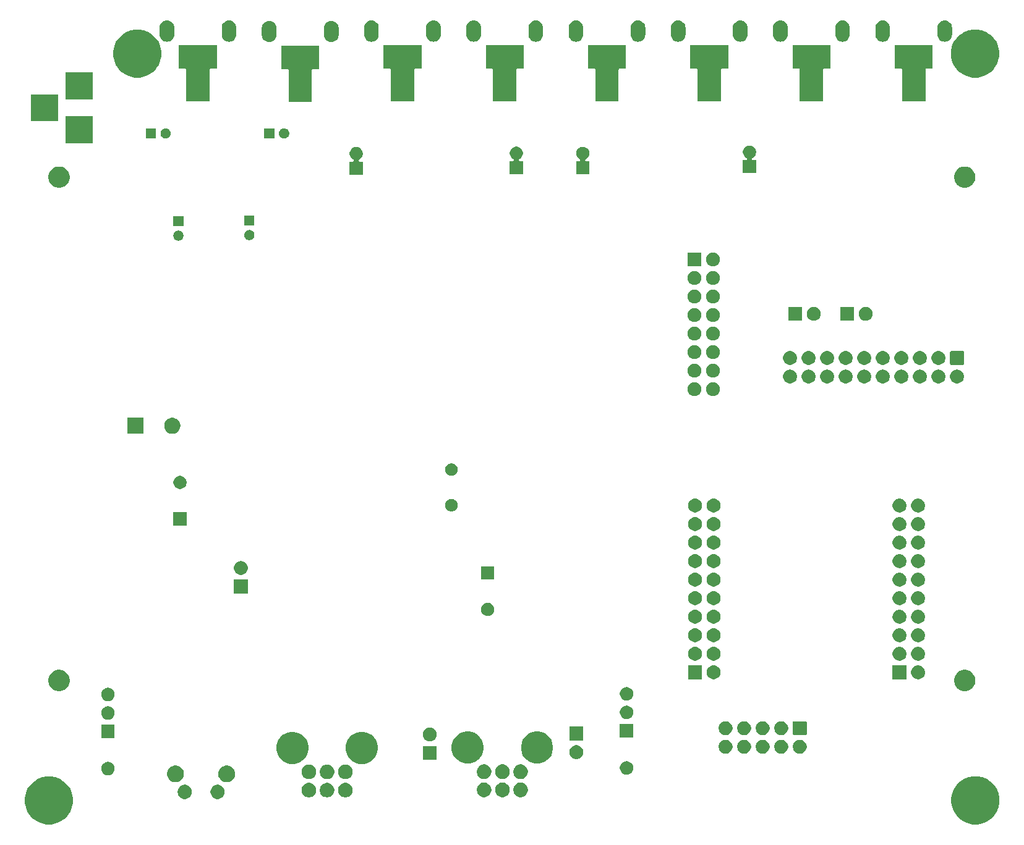
<source format=gbs>
G04 #@! TF.GenerationSoftware,KiCad,Pcbnew,(5.1.6-0-10_14)*
G04 #@! TF.CreationDate,2020-10-12T01:28:03+09:00*
G04 #@! TF.ProjectId,FreeDSP_SMD_AB_plus,46726565-4453-4505-9f53-4d445f41425f,rev?*
G04 #@! TF.SameCoordinates,Original*
G04 #@! TF.FileFunction,Soldermask,Bot*
G04 #@! TF.FilePolarity,Negative*
%FSLAX46Y46*%
G04 Gerber Fmt 4.6, Leading zero omitted, Abs format (unit mm)*
G04 Created by KiCad (PCBNEW (5.1.6-0-10_14)) date 2020-10-12 01:28:03*
%MOMM*%
%LPD*%
G01*
G04 APERTURE LIST*
%ADD10C,0.100000*%
G04 APERTURE END LIST*
D10*
G36*
X47350774Y-144862517D02*
G01*
X47951336Y-145111278D01*
X48373136Y-145393116D01*
X48491830Y-145472425D01*
X48951475Y-145932070D01*
X48951477Y-145932073D01*
X49312622Y-146472564D01*
X49561383Y-147073126D01*
X49688200Y-147710678D01*
X49688200Y-148360722D01*
X49561383Y-148998274D01*
X49312622Y-149598836D01*
X49312621Y-149598837D01*
X48951475Y-150139330D01*
X48491830Y-150598975D01*
X48491827Y-150598977D01*
X47951336Y-150960122D01*
X47350774Y-151208883D01*
X46713222Y-151335700D01*
X46063178Y-151335700D01*
X45425626Y-151208883D01*
X44825064Y-150960122D01*
X44284573Y-150598977D01*
X44284570Y-150598975D01*
X43824925Y-150139330D01*
X43463779Y-149598837D01*
X43463778Y-149598836D01*
X43215017Y-148998274D01*
X43088200Y-148360722D01*
X43088200Y-147710678D01*
X43215017Y-147073126D01*
X43463778Y-146472564D01*
X43824923Y-145932073D01*
X43824925Y-145932070D01*
X44284570Y-145472425D01*
X44403264Y-145393116D01*
X44825064Y-145111278D01*
X45425626Y-144862517D01*
X46063178Y-144735700D01*
X46713222Y-144735700D01*
X47350774Y-144862517D01*
G37*
G36*
X174200574Y-144839817D02*
G01*
X174801136Y-145088578D01*
X175256909Y-145393116D01*
X175341630Y-145449725D01*
X175801275Y-145909370D01*
X175801277Y-145909373D01*
X176162422Y-146449864D01*
X176411183Y-147050426D01*
X176538000Y-147687978D01*
X176538000Y-148338022D01*
X176411183Y-148975574D01*
X176162422Y-149576136D01*
X175806148Y-150109337D01*
X175801275Y-150116630D01*
X175341630Y-150576275D01*
X175341627Y-150576277D01*
X174801136Y-150937422D01*
X174200574Y-151186183D01*
X173563022Y-151313000D01*
X172912978Y-151313000D01*
X172275426Y-151186183D01*
X171674864Y-150937422D01*
X171134373Y-150576277D01*
X171134370Y-150576275D01*
X170674725Y-150116630D01*
X170669852Y-150109337D01*
X170313578Y-149576136D01*
X170064817Y-148975574D01*
X169938000Y-148338022D01*
X169938000Y-147687978D01*
X170064817Y-147050426D01*
X170313578Y-146449864D01*
X170674723Y-145909373D01*
X170674725Y-145909370D01*
X171134370Y-145449725D01*
X171219091Y-145393116D01*
X171674864Y-145088578D01*
X172275426Y-144839817D01*
X172912978Y-144713000D01*
X173563022Y-144713000D01*
X174200574Y-144839817D01*
G37*
G36*
X69767597Y-145926468D02*
G01*
X69945036Y-145999966D01*
X70104727Y-146106668D01*
X70240532Y-146242473D01*
X70347234Y-146402164D01*
X70420732Y-146579603D01*
X70458200Y-146767971D01*
X70458200Y-146960029D01*
X70420732Y-147148397D01*
X70347234Y-147325836D01*
X70240532Y-147485527D01*
X70104727Y-147621332D01*
X69945036Y-147728034D01*
X69767597Y-147801532D01*
X69579229Y-147839000D01*
X69387171Y-147839000D01*
X69198803Y-147801532D01*
X69021364Y-147728034D01*
X68861673Y-147621332D01*
X68725868Y-147485527D01*
X68619166Y-147325836D01*
X68545668Y-147148397D01*
X68508200Y-146960029D01*
X68508200Y-146767971D01*
X68545668Y-146579603D01*
X68619166Y-146402164D01*
X68725868Y-146242473D01*
X68861673Y-146106668D01*
X69021364Y-145999966D01*
X69198803Y-145926468D01*
X69387171Y-145889000D01*
X69579229Y-145889000D01*
X69767597Y-145926468D01*
G37*
G36*
X65267597Y-145926468D02*
G01*
X65445036Y-145999966D01*
X65604727Y-146106668D01*
X65740532Y-146242473D01*
X65847234Y-146402164D01*
X65920732Y-146579603D01*
X65958200Y-146767971D01*
X65958200Y-146960029D01*
X65920732Y-147148397D01*
X65847234Y-147325836D01*
X65740532Y-147485527D01*
X65604727Y-147621332D01*
X65445036Y-147728034D01*
X65267597Y-147801532D01*
X65079229Y-147839000D01*
X64887171Y-147839000D01*
X64698803Y-147801532D01*
X64521364Y-147728034D01*
X64361673Y-147621332D01*
X64225868Y-147485527D01*
X64119166Y-147325836D01*
X64045668Y-147148397D01*
X64008200Y-146960029D01*
X64008200Y-146767971D01*
X64045668Y-146579603D01*
X64119166Y-146402164D01*
X64225868Y-146242473D01*
X64361673Y-146106668D01*
X64521364Y-145999966D01*
X64698803Y-145926468D01*
X64887171Y-145889000D01*
X65079229Y-145889000D01*
X65267597Y-145926468D01*
G37*
G36*
X87274889Y-145654429D02*
G01*
X87456878Y-145729811D01*
X87620663Y-145839249D01*
X87759951Y-145978537D01*
X87869389Y-146142322D01*
X87944771Y-146324311D01*
X87983200Y-146517509D01*
X87983200Y-146714491D01*
X87944771Y-146907689D01*
X87869389Y-147089678D01*
X87759951Y-147253463D01*
X87620663Y-147392751D01*
X87456878Y-147502189D01*
X87274889Y-147577571D01*
X87081691Y-147616000D01*
X86884709Y-147616000D01*
X86691511Y-147577571D01*
X86509522Y-147502189D01*
X86345737Y-147392751D01*
X86206449Y-147253463D01*
X86097011Y-147089678D01*
X86021629Y-146907689D01*
X85983200Y-146714491D01*
X85983200Y-146517509D01*
X86021629Y-146324311D01*
X86097011Y-146142322D01*
X86206449Y-145978537D01*
X86345737Y-145839249D01*
X86509522Y-145729811D01*
X86691511Y-145654429D01*
X86884709Y-145616000D01*
X87081691Y-145616000D01*
X87274889Y-145654429D01*
G37*
G36*
X84774889Y-145654429D02*
G01*
X84956878Y-145729811D01*
X85120663Y-145839249D01*
X85259951Y-145978537D01*
X85369389Y-146142322D01*
X85444771Y-146324311D01*
X85483200Y-146517509D01*
X85483200Y-146714491D01*
X85444771Y-146907689D01*
X85369389Y-147089678D01*
X85259951Y-147253463D01*
X85120663Y-147392751D01*
X84956878Y-147502189D01*
X84774889Y-147577571D01*
X84581691Y-147616000D01*
X84384709Y-147616000D01*
X84191511Y-147577571D01*
X84009522Y-147502189D01*
X83845737Y-147392751D01*
X83706449Y-147253463D01*
X83597011Y-147089678D01*
X83521629Y-146907689D01*
X83483200Y-146714491D01*
X83483200Y-146517509D01*
X83521629Y-146324311D01*
X83597011Y-146142322D01*
X83706449Y-145978537D01*
X83845737Y-145839249D01*
X84009522Y-145729811D01*
X84191511Y-145654429D01*
X84384709Y-145616000D01*
X84581691Y-145616000D01*
X84774889Y-145654429D01*
G37*
G36*
X82274889Y-145654429D02*
G01*
X82456878Y-145729811D01*
X82620663Y-145839249D01*
X82759951Y-145978537D01*
X82869389Y-146142322D01*
X82944771Y-146324311D01*
X82983200Y-146517509D01*
X82983200Y-146714491D01*
X82944771Y-146907689D01*
X82869389Y-147089678D01*
X82759951Y-147253463D01*
X82620663Y-147392751D01*
X82456878Y-147502189D01*
X82274889Y-147577571D01*
X82081691Y-147616000D01*
X81884709Y-147616000D01*
X81691511Y-147577571D01*
X81509522Y-147502189D01*
X81345737Y-147392751D01*
X81206449Y-147253463D01*
X81097011Y-147089678D01*
X81021629Y-146907689D01*
X80983200Y-146714491D01*
X80983200Y-146517509D01*
X81021629Y-146324311D01*
X81097011Y-146142322D01*
X81206449Y-145978537D01*
X81345737Y-145839249D01*
X81509522Y-145729811D01*
X81691511Y-145654429D01*
X81884709Y-145616000D01*
X82081691Y-145616000D01*
X82274889Y-145654429D01*
G37*
G36*
X111274689Y-145621429D02*
G01*
X111456678Y-145696811D01*
X111620463Y-145806249D01*
X111759751Y-145945537D01*
X111869189Y-146109322D01*
X111944571Y-146291311D01*
X111983000Y-146484509D01*
X111983000Y-146681491D01*
X111944571Y-146874689D01*
X111869189Y-147056678D01*
X111759751Y-147220463D01*
X111620463Y-147359751D01*
X111456678Y-147469189D01*
X111274689Y-147544571D01*
X111081491Y-147583000D01*
X110884509Y-147583000D01*
X110691311Y-147544571D01*
X110509322Y-147469189D01*
X110345537Y-147359751D01*
X110206249Y-147220463D01*
X110096811Y-147056678D01*
X110021429Y-146874689D01*
X109983000Y-146681491D01*
X109983000Y-146484509D01*
X110021429Y-146291311D01*
X110096811Y-146109322D01*
X110206249Y-145945537D01*
X110345537Y-145806249D01*
X110509322Y-145696811D01*
X110691311Y-145621429D01*
X110884509Y-145583000D01*
X111081491Y-145583000D01*
X111274689Y-145621429D01*
G37*
G36*
X108774689Y-145621429D02*
G01*
X108956678Y-145696811D01*
X109120463Y-145806249D01*
X109259751Y-145945537D01*
X109369189Y-146109322D01*
X109444571Y-146291311D01*
X109483000Y-146484509D01*
X109483000Y-146681491D01*
X109444571Y-146874689D01*
X109369189Y-147056678D01*
X109259751Y-147220463D01*
X109120463Y-147359751D01*
X108956678Y-147469189D01*
X108774689Y-147544571D01*
X108581491Y-147583000D01*
X108384509Y-147583000D01*
X108191311Y-147544571D01*
X108009322Y-147469189D01*
X107845537Y-147359751D01*
X107706249Y-147220463D01*
X107596811Y-147056678D01*
X107521429Y-146874689D01*
X107483000Y-146681491D01*
X107483000Y-146484509D01*
X107521429Y-146291311D01*
X107596811Y-146109322D01*
X107706249Y-145945537D01*
X107845537Y-145806249D01*
X108009322Y-145696811D01*
X108191311Y-145621429D01*
X108384509Y-145583000D01*
X108581491Y-145583000D01*
X108774689Y-145621429D01*
G37*
G36*
X106274689Y-145621429D02*
G01*
X106456678Y-145696811D01*
X106620463Y-145806249D01*
X106759751Y-145945537D01*
X106869189Y-146109322D01*
X106944571Y-146291311D01*
X106983000Y-146484509D01*
X106983000Y-146681491D01*
X106944571Y-146874689D01*
X106869189Y-147056678D01*
X106759751Y-147220463D01*
X106620463Y-147359751D01*
X106456678Y-147469189D01*
X106274689Y-147544571D01*
X106081491Y-147583000D01*
X105884509Y-147583000D01*
X105691311Y-147544571D01*
X105509322Y-147469189D01*
X105345537Y-147359751D01*
X105206249Y-147220463D01*
X105096811Y-147056678D01*
X105021429Y-146874689D01*
X104983000Y-146681491D01*
X104983000Y-146484509D01*
X105021429Y-146291311D01*
X105096811Y-146109322D01*
X105206249Y-145945537D01*
X105345537Y-145806249D01*
X105509322Y-145696811D01*
X105691311Y-145621429D01*
X105884509Y-145583000D01*
X106081491Y-145583000D01*
X106274689Y-145621429D01*
G37*
G36*
X71068643Y-143268194D02*
G01*
X71277929Y-143354883D01*
X71466286Y-143480739D01*
X71626461Y-143640914D01*
X71752317Y-143829271D01*
X71816619Y-143984510D01*
X71839006Y-144038557D01*
X71883200Y-144260735D01*
X71883200Y-144487265D01*
X71839006Y-144709443D01*
X71752317Y-144918729D01*
X71626461Y-145107086D01*
X71466286Y-145267261D01*
X71277929Y-145393117D01*
X71086467Y-145472423D01*
X71068643Y-145479806D01*
X70846465Y-145524000D01*
X70619935Y-145524000D01*
X70397757Y-145479806D01*
X70379933Y-145472423D01*
X70188471Y-145393117D01*
X70000114Y-145267261D01*
X69839939Y-145107086D01*
X69714083Y-144918729D01*
X69627394Y-144709443D01*
X69583200Y-144487265D01*
X69583200Y-144260735D01*
X69627394Y-144038557D01*
X69649781Y-143984510D01*
X69714083Y-143829271D01*
X69839939Y-143640914D01*
X70000114Y-143480739D01*
X70188471Y-143354883D01*
X70397757Y-143268194D01*
X70619935Y-143224000D01*
X70846465Y-143224000D01*
X71068643Y-143268194D01*
G37*
G36*
X64058643Y-143268194D02*
G01*
X64267929Y-143354883D01*
X64456286Y-143480739D01*
X64616461Y-143640914D01*
X64742317Y-143829271D01*
X64806619Y-143984510D01*
X64829006Y-144038557D01*
X64873200Y-144260735D01*
X64873200Y-144487265D01*
X64829006Y-144709443D01*
X64742317Y-144918729D01*
X64616461Y-145107086D01*
X64456286Y-145267261D01*
X64267929Y-145393117D01*
X64076467Y-145472423D01*
X64058643Y-145479806D01*
X63836465Y-145524000D01*
X63609935Y-145524000D01*
X63387757Y-145479806D01*
X63369933Y-145472423D01*
X63178471Y-145393117D01*
X62990114Y-145267261D01*
X62829939Y-145107086D01*
X62704083Y-144918729D01*
X62617394Y-144709443D01*
X62573200Y-144487265D01*
X62573200Y-144260735D01*
X62617394Y-144038557D01*
X62639781Y-143984510D01*
X62704083Y-143829271D01*
X62829939Y-143640914D01*
X62990114Y-143480739D01*
X63178471Y-143354883D01*
X63387757Y-143268194D01*
X63609935Y-143224000D01*
X63836465Y-143224000D01*
X64058643Y-143268194D01*
G37*
G36*
X87274889Y-143154429D02*
G01*
X87456878Y-143229811D01*
X87620663Y-143339249D01*
X87759951Y-143478537D01*
X87869389Y-143642322D01*
X87944771Y-143824311D01*
X87983200Y-144017509D01*
X87983200Y-144214491D01*
X87944771Y-144407689D01*
X87869389Y-144589678D01*
X87759951Y-144753463D01*
X87620663Y-144892751D01*
X87456878Y-145002189D01*
X87274889Y-145077571D01*
X87081691Y-145116000D01*
X86884709Y-145116000D01*
X86691511Y-145077571D01*
X86509522Y-145002189D01*
X86345737Y-144892751D01*
X86206449Y-144753463D01*
X86097011Y-144589678D01*
X86021629Y-144407689D01*
X85983200Y-144214491D01*
X85983200Y-144017509D01*
X86021629Y-143824311D01*
X86097011Y-143642322D01*
X86206449Y-143478537D01*
X86345737Y-143339249D01*
X86509522Y-143229811D01*
X86691511Y-143154429D01*
X86884709Y-143116000D01*
X87081691Y-143116000D01*
X87274889Y-143154429D01*
G37*
G36*
X84774889Y-143154429D02*
G01*
X84956878Y-143229811D01*
X85120663Y-143339249D01*
X85259951Y-143478537D01*
X85369389Y-143642322D01*
X85444771Y-143824311D01*
X85483200Y-144017509D01*
X85483200Y-144214491D01*
X85444771Y-144407689D01*
X85369389Y-144589678D01*
X85259951Y-144753463D01*
X85120663Y-144892751D01*
X84956878Y-145002189D01*
X84774889Y-145077571D01*
X84581691Y-145116000D01*
X84384709Y-145116000D01*
X84191511Y-145077571D01*
X84009522Y-145002189D01*
X83845737Y-144892751D01*
X83706449Y-144753463D01*
X83597011Y-144589678D01*
X83521629Y-144407689D01*
X83483200Y-144214491D01*
X83483200Y-144017509D01*
X83521629Y-143824311D01*
X83597011Y-143642322D01*
X83706449Y-143478537D01*
X83845737Y-143339249D01*
X84009522Y-143229811D01*
X84191511Y-143154429D01*
X84384709Y-143116000D01*
X84581691Y-143116000D01*
X84774889Y-143154429D01*
G37*
G36*
X82274889Y-143154429D02*
G01*
X82456878Y-143229811D01*
X82620663Y-143339249D01*
X82759951Y-143478537D01*
X82869389Y-143642322D01*
X82944771Y-143824311D01*
X82983200Y-144017509D01*
X82983200Y-144214491D01*
X82944771Y-144407689D01*
X82869389Y-144589678D01*
X82759951Y-144753463D01*
X82620663Y-144892751D01*
X82456878Y-145002189D01*
X82274889Y-145077571D01*
X82081691Y-145116000D01*
X81884709Y-145116000D01*
X81691511Y-145077571D01*
X81509522Y-145002189D01*
X81345737Y-144892751D01*
X81206449Y-144753463D01*
X81097011Y-144589678D01*
X81021629Y-144407689D01*
X80983200Y-144214491D01*
X80983200Y-144017509D01*
X81021629Y-143824311D01*
X81097011Y-143642322D01*
X81206449Y-143478537D01*
X81345737Y-143339249D01*
X81509522Y-143229811D01*
X81691511Y-143154429D01*
X81884709Y-143116000D01*
X82081691Y-143116000D01*
X82274889Y-143154429D01*
G37*
G36*
X106274689Y-143121429D02*
G01*
X106456678Y-143196811D01*
X106620463Y-143306249D01*
X106759751Y-143445537D01*
X106869189Y-143609322D01*
X106944571Y-143791311D01*
X106983000Y-143984509D01*
X106983000Y-144181491D01*
X106944571Y-144374689D01*
X106869189Y-144556678D01*
X106759751Y-144720463D01*
X106620463Y-144859751D01*
X106456678Y-144969189D01*
X106274689Y-145044571D01*
X106081491Y-145083000D01*
X105884509Y-145083000D01*
X105691311Y-145044571D01*
X105509322Y-144969189D01*
X105345537Y-144859751D01*
X105206249Y-144720463D01*
X105096811Y-144556678D01*
X105021429Y-144374689D01*
X104983000Y-144181491D01*
X104983000Y-143984509D01*
X105021429Y-143791311D01*
X105096811Y-143609322D01*
X105206249Y-143445537D01*
X105345537Y-143306249D01*
X105509322Y-143196811D01*
X105691311Y-143121429D01*
X105884509Y-143083000D01*
X106081491Y-143083000D01*
X106274689Y-143121429D01*
G37*
G36*
X111274689Y-143121429D02*
G01*
X111456678Y-143196811D01*
X111620463Y-143306249D01*
X111759751Y-143445537D01*
X111869189Y-143609322D01*
X111944571Y-143791311D01*
X111983000Y-143984509D01*
X111983000Y-144181491D01*
X111944571Y-144374689D01*
X111869189Y-144556678D01*
X111759751Y-144720463D01*
X111620463Y-144859751D01*
X111456678Y-144969189D01*
X111274689Y-145044571D01*
X111081491Y-145083000D01*
X110884509Y-145083000D01*
X110691311Y-145044571D01*
X110509322Y-144969189D01*
X110345537Y-144859751D01*
X110206249Y-144720463D01*
X110096811Y-144556678D01*
X110021429Y-144374689D01*
X109983000Y-144181491D01*
X109983000Y-143984509D01*
X110021429Y-143791311D01*
X110096811Y-143609322D01*
X110206249Y-143445537D01*
X110345537Y-143306249D01*
X110509322Y-143196811D01*
X110691311Y-143121429D01*
X110884509Y-143083000D01*
X111081491Y-143083000D01*
X111274689Y-143121429D01*
G37*
G36*
X108774689Y-143121429D02*
G01*
X108956678Y-143196811D01*
X109120463Y-143306249D01*
X109259751Y-143445537D01*
X109369189Y-143609322D01*
X109444571Y-143791311D01*
X109483000Y-143984509D01*
X109483000Y-144181491D01*
X109444571Y-144374689D01*
X109369189Y-144556678D01*
X109259751Y-144720463D01*
X109120463Y-144859751D01*
X108956678Y-144969189D01*
X108774689Y-145044571D01*
X108581491Y-145083000D01*
X108384509Y-145083000D01*
X108191311Y-145044571D01*
X108009322Y-144969189D01*
X107845537Y-144859751D01*
X107706249Y-144720463D01*
X107596811Y-144556678D01*
X107521429Y-144374689D01*
X107483000Y-144181491D01*
X107483000Y-143984509D01*
X107521429Y-143791311D01*
X107596811Y-143609322D01*
X107706249Y-143445537D01*
X107845537Y-143306249D01*
X108009322Y-143196811D01*
X108191311Y-143121429D01*
X108384509Y-143083000D01*
X108581491Y-143083000D01*
X108774689Y-143121429D01*
G37*
G36*
X54679713Y-142765614D02*
G01*
X54750826Y-142779759D01*
X54917800Y-142848922D01*
X55068074Y-142949332D01*
X55195868Y-143077126D01*
X55296278Y-143227400D01*
X55365441Y-143394374D01*
X55400700Y-143571636D01*
X55400700Y-143752364D01*
X55365441Y-143929626D01*
X55296278Y-144096600D01*
X55195868Y-144246874D01*
X55068074Y-144374668D01*
X54917800Y-144475078D01*
X54750826Y-144544241D01*
X54691739Y-144555994D01*
X54573566Y-144579500D01*
X54392834Y-144579500D01*
X54274661Y-144555994D01*
X54215574Y-144544241D01*
X54048600Y-144475078D01*
X53898326Y-144374668D01*
X53770532Y-144246874D01*
X53670122Y-144096600D01*
X53600959Y-143929626D01*
X53565700Y-143752364D01*
X53565700Y-143571636D01*
X53600959Y-143394374D01*
X53670122Y-143227400D01*
X53770532Y-143077126D01*
X53898326Y-142949332D01*
X54048600Y-142848922D01*
X54215574Y-142779759D01*
X54286687Y-142765614D01*
X54392834Y-142744500D01*
X54573566Y-142744500D01*
X54679713Y-142765614D01*
G37*
G36*
X125691539Y-142691006D02*
G01*
X125750626Y-142702759D01*
X125917600Y-142771922D01*
X126067874Y-142872332D01*
X126195668Y-143000126D01*
X126296078Y-143150400D01*
X126360633Y-143306250D01*
X126365241Y-143317375D01*
X126397736Y-143480737D01*
X126400500Y-143494636D01*
X126400500Y-143675364D01*
X126365241Y-143852626D01*
X126296078Y-144019600D01*
X126195668Y-144169874D01*
X126067874Y-144297668D01*
X125917600Y-144398078D01*
X125750626Y-144467241D01*
X125711226Y-144475078D01*
X125573366Y-144502500D01*
X125392634Y-144502500D01*
X125254774Y-144475078D01*
X125215374Y-144467241D01*
X125048400Y-144398078D01*
X124898126Y-144297668D01*
X124770332Y-144169874D01*
X124669922Y-144019600D01*
X124600759Y-143852626D01*
X124565500Y-143675364D01*
X124565500Y-143494636D01*
X124568265Y-143480737D01*
X124600759Y-143317375D01*
X124605367Y-143306250D01*
X124669922Y-143150400D01*
X124770332Y-143000126D01*
X124898126Y-142872332D01*
X125048400Y-142771922D01*
X125215374Y-142702759D01*
X125274461Y-142691006D01*
X125392634Y-142667500D01*
X125573366Y-142667500D01*
X125691539Y-142691006D01*
G37*
G36*
X80374916Y-138700545D02*
G01*
X80775291Y-138866385D01*
X80960536Y-138990162D01*
X81135621Y-139107150D01*
X81442050Y-139413579D01*
X81442052Y-139413582D01*
X81682815Y-139773909D01*
X81848655Y-140174284D01*
X81933200Y-140599319D01*
X81933200Y-141032681D01*
X81848655Y-141457716D01*
X81682815Y-141858091D01*
X81573568Y-142021590D01*
X81442050Y-142218421D01*
X81135621Y-142524850D01*
X81135618Y-142524852D01*
X80775291Y-142765615D01*
X80374916Y-142931455D01*
X79949881Y-143016000D01*
X79516519Y-143016000D01*
X79091484Y-142931455D01*
X78691109Y-142765615D01*
X78330782Y-142524852D01*
X78330779Y-142524850D01*
X78024350Y-142218421D01*
X77892832Y-142021590D01*
X77783585Y-141858091D01*
X77617745Y-141457716D01*
X77533200Y-141032681D01*
X77533200Y-140599319D01*
X77617745Y-140174284D01*
X77783585Y-139773909D01*
X78024348Y-139413582D01*
X78024350Y-139413579D01*
X78330779Y-139107150D01*
X78505864Y-138990162D01*
X78691109Y-138866385D01*
X79091484Y-138700545D01*
X79516519Y-138616000D01*
X79949881Y-138616000D01*
X80374916Y-138700545D01*
G37*
G36*
X89874916Y-138700545D02*
G01*
X90275291Y-138866385D01*
X90460536Y-138990162D01*
X90635621Y-139107150D01*
X90942050Y-139413579D01*
X90942052Y-139413582D01*
X91182815Y-139773909D01*
X91348655Y-140174284D01*
X91433200Y-140599319D01*
X91433200Y-141032681D01*
X91348655Y-141457716D01*
X91182815Y-141858091D01*
X91073568Y-142021590D01*
X90942050Y-142218421D01*
X90635621Y-142524850D01*
X90635618Y-142524852D01*
X90275291Y-142765615D01*
X89874916Y-142931455D01*
X89449881Y-143016000D01*
X89016519Y-143016000D01*
X88591484Y-142931455D01*
X88191109Y-142765615D01*
X87830782Y-142524852D01*
X87830779Y-142524850D01*
X87524350Y-142218421D01*
X87392832Y-142021590D01*
X87283585Y-141858091D01*
X87117745Y-141457716D01*
X87033200Y-141032681D01*
X87033200Y-140599319D01*
X87117745Y-140174284D01*
X87283585Y-139773909D01*
X87524348Y-139413582D01*
X87524350Y-139413579D01*
X87830779Y-139107150D01*
X88005864Y-138990162D01*
X88191109Y-138866385D01*
X88591484Y-138700545D01*
X89016519Y-138616000D01*
X89449881Y-138616000D01*
X89874916Y-138700545D01*
G37*
G36*
X113874716Y-138667545D02*
G01*
X114275091Y-138833385D01*
X114431441Y-138937855D01*
X114635421Y-139074150D01*
X114941850Y-139380579D01*
X114941852Y-139380582D01*
X115182615Y-139740909D01*
X115348455Y-140141284D01*
X115433000Y-140566319D01*
X115433000Y-140999681D01*
X115348455Y-141424716D01*
X115182615Y-141825091D01*
X115182614Y-141825092D01*
X114941850Y-142185421D01*
X114635421Y-142491850D01*
X114635418Y-142491852D01*
X114275091Y-142732615D01*
X113874716Y-142898455D01*
X113449681Y-142983000D01*
X113016319Y-142983000D01*
X112591284Y-142898455D01*
X112190909Y-142732615D01*
X111830582Y-142491852D01*
X111830579Y-142491850D01*
X111524150Y-142185421D01*
X111283386Y-141825092D01*
X111283385Y-141825091D01*
X111117545Y-141424716D01*
X111033000Y-140999681D01*
X111033000Y-140566319D01*
X111117545Y-140141284D01*
X111283385Y-139740909D01*
X111524148Y-139380582D01*
X111524150Y-139380579D01*
X111830579Y-139074150D01*
X112034559Y-138937855D01*
X112190909Y-138833385D01*
X112591284Y-138667545D01*
X113016319Y-138583000D01*
X113449681Y-138583000D01*
X113874716Y-138667545D01*
G37*
G36*
X104374716Y-138667545D02*
G01*
X104775091Y-138833385D01*
X104931441Y-138937855D01*
X105135421Y-139074150D01*
X105441850Y-139380579D01*
X105441852Y-139380582D01*
X105682615Y-139740909D01*
X105848455Y-140141284D01*
X105933000Y-140566319D01*
X105933000Y-140999681D01*
X105848455Y-141424716D01*
X105682615Y-141825091D01*
X105682614Y-141825092D01*
X105441850Y-142185421D01*
X105135421Y-142491850D01*
X105135418Y-142491852D01*
X104775091Y-142732615D01*
X104374716Y-142898455D01*
X103949681Y-142983000D01*
X103516319Y-142983000D01*
X103091284Y-142898455D01*
X102690909Y-142732615D01*
X102330582Y-142491852D01*
X102330579Y-142491850D01*
X102024150Y-142185421D01*
X101783386Y-141825092D01*
X101783385Y-141825091D01*
X101617545Y-141424716D01*
X101533000Y-140999681D01*
X101533000Y-140566319D01*
X101617545Y-140141284D01*
X101783385Y-139740909D01*
X102024148Y-139380582D01*
X102024150Y-139380579D01*
X102330579Y-139074150D01*
X102534559Y-138937855D01*
X102690909Y-138833385D01*
X103091284Y-138667545D01*
X103516319Y-138583000D01*
X103949681Y-138583000D01*
X104374716Y-138667545D01*
G37*
G36*
X99502200Y-142493000D02*
G01*
X97602200Y-142493000D01*
X97602200Y-140593000D01*
X99502200Y-140593000D01*
X99502200Y-142493000D01*
G37*
G36*
X118823926Y-140490339D02*
G01*
X118885106Y-140502508D01*
X119057995Y-140574121D01*
X119213591Y-140678087D01*
X119345913Y-140810409D01*
X119449879Y-140966005D01*
X119521492Y-141138894D01*
X119558000Y-141322435D01*
X119558000Y-141509565D01*
X119521492Y-141693106D01*
X119449879Y-141865995D01*
X119345913Y-142021591D01*
X119213591Y-142153913D01*
X119057995Y-142257879D01*
X118885106Y-142329492D01*
X118823926Y-142341661D01*
X118701567Y-142366000D01*
X118514433Y-142366000D01*
X118392074Y-142341661D01*
X118330894Y-142329492D01*
X118158005Y-142257879D01*
X118002409Y-142153913D01*
X117870087Y-142021591D01*
X117766121Y-141865995D01*
X117694508Y-141693106D01*
X117658000Y-141509565D01*
X117658000Y-141322435D01*
X117694508Y-141138894D01*
X117766121Y-140966005D01*
X117870087Y-140810409D01*
X118002409Y-140678087D01*
X118158005Y-140574121D01*
X118330894Y-140502508D01*
X118392074Y-140490339D01*
X118514433Y-140466000D01*
X118701567Y-140466000D01*
X118823926Y-140490339D01*
G37*
G36*
X144337926Y-139736339D02*
G01*
X144399106Y-139748508D01*
X144571995Y-139820121D01*
X144727591Y-139924087D01*
X144859913Y-140056409D01*
X144963879Y-140212005D01*
X144963879Y-140212006D01*
X145035492Y-140384895D01*
X145071580Y-140566320D01*
X145072000Y-140568435D01*
X145072000Y-140755565D01*
X145035492Y-140939106D01*
X144963879Y-141111995D01*
X144859913Y-141267591D01*
X144727591Y-141399913D01*
X144571995Y-141503879D01*
X144399106Y-141575492D01*
X144337926Y-141587661D01*
X144215567Y-141612000D01*
X144028433Y-141612000D01*
X143906074Y-141587661D01*
X143844894Y-141575492D01*
X143672005Y-141503879D01*
X143516409Y-141399913D01*
X143384087Y-141267591D01*
X143280121Y-141111995D01*
X143208508Y-140939106D01*
X143172000Y-140755565D01*
X143172000Y-140568435D01*
X143172421Y-140566320D01*
X143208508Y-140384895D01*
X143280121Y-140212006D01*
X143280121Y-140212005D01*
X143384087Y-140056409D01*
X143516409Y-139924087D01*
X143672005Y-139820121D01*
X143844894Y-139748508D01*
X143906074Y-139736339D01*
X144028433Y-139712000D01*
X144215567Y-139712000D01*
X144337926Y-139736339D01*
G37*
G36*
X139257926Y-139736339D02*
G01*
X139319106Y-139748508D01*
X139491995Y-139820121D01*
X139647591Y-139924087D01*
X139779913Y-140056409D01*
X139883879Y-140212005D01*
X139883879Y-140212006D01*
X139955492Y-140384895D01*
X139991580Y-140566320D01*
X139992000Y-140568435D01*
X139992000Y-140755565D01*
X139955492Y-140939106D01*
X139883879Y-141111995D01*
X139779913Y-141267591D01*
X139647591Y-141399913D01*
X139491995Y-141503879D01*
X139319106Y-141575492D01*
X139257926Y-141587661D01*
X139135567Y-141612000D01*
X138948433Y-141612000D01*
X138826074Y-141587661D01*
X138764894Y-141575492D01*
X138592005Y-141503879D01*
X138436409Y-141399913D01*
X138304087Y-141267591D01*
X138200121Y-141111995D01*
X138128508Y-140939106D01*
X138092000Y-140755565D01*
X138092000Y-140568435D01*
X138092421Y-140566320D01*
X138128508Y-140384895D01*
X138200121Y-140212006D01*
X138200121Y-140212005D01*
X138304087Y-140056409D01*
X138436409Y-139924087D01*
X138592005Y-139820121D01*
X138764894Y-139748508D01*
X138826074Y-139736339D01*
X138948433Y-139712000D01*
X139135567Y-139712000D01*
X139257926Y-139736339D01*
G37*
G36*
X141797926Y-139736339D02*
G01*
X141859106Y-139748508D01*
X142031995Y-139820121D01*
X142187591Y-139924087D01*
X142319913Y-140056409D01*
X142423879Y-140212005D01*
X142423879Y-140212006D01*
X142495492Y-140384895D01*
X142531580Y-140566320D01*
X142532000Y-140568435D01*
X142532000Y-140755565D01*
X142495492Y-140939106D01*
X142423879Y-141111995D01*
X142319913Y-141267591D01*
X142187591Y-141399913D01*
X142031995Y-141503879D01*
X141859106Y-141575492D01*
X141797926Y-141587661D01*
X141675567Y-141612000D01*
X141488433Y-141612000D01*
X141366074Y-141587661D01*
X141304894Y-141575492D01*
X141132005Y-141503879D01*
X140976409Y-141399913D01*
X140844087Y-141267591D01*
X140740121Y-141111995D01*
X140668508Y-140939106D01*
X140632000Y-140755565D01*
X140632000Y-140568435D01*
X140632421Y-140566320D01*
X140668508Y-140384895D01*
X140740121Y-140212006D01*
X140740121Y-140212005D01*
X140844087Y-140056409D01*
X140976409Y-139924087D01*
X141132005Y-139820121D01*
X141304894Y-139748508D01*
X141366074Y-139736339D01*
X141488433Y-139712000D01*
X141675567Y-139712000D01*
X141797926Y-139736339D01*
G37*
G36*
X146877926Y-139736339D02*
G01*
X146939106Y-139748508D01*
X147111995Y-139820121D01*
X147267591Y-139924087D01*
X147399913Y-140056409D01*
X147503879Y-140212005D01*
X147503879Y-140212006D01*
X147575492Y-140384895D01*
X147611580Y-140566320D01*
X147612000Y-140568435D01*
X147612000Y-140755565D01*
X147575492Y-140939106D01*
X147503879Y-141111995D01*
X147399913Y-141267591D01*
X147267591Y-141399913D01*
X147111995Y-141503879D01*
X146939106Y-141575492D01*
X146877926Y-141587661D01*
X146755567Y-141612000D01*
X146568433Y-141612000D01*
X146446074Y-141587661D01*
X146384894Y-141575492D01*
X146212005Y-141503879D01*
X146056409Y-141399913D01*
X145924087Y-141267591D01*
X145820121Y-141111995D01*
X145748508Y-140939106D01*
X145712000Y-140755565D01*
X145712000Y-140568435D01*
X145712421Y-140566320D01*
X145748508Y-140384895D01*
X145820121Y-140212006D01*
X145820121Y-140212005D01*
X145924087Y-140056409D01*
X146056409Y-139924087D01*
X146212005Y-139820121D01*
X146384894Y-139748508D01*
X146446074Y-139736339D01*
X146568433Y-139712000D01*
X146755567Y-139712000D01*
X146877926Y-139736339D01*
G37*
G36*
X149417926Y-139736339D02*
G01*
X149479106Y-139748508D01*
X149651995Y-139820121D01*
X149807591Y-139924087D01*
X149939913Y-140056409D01*
X150043879Y-140212005D01*
X150043879Y-140212006D01*
X150115492Y-140384895D01*
X150151580Y-140566320D01*
X150152000Y-140568435D01*
X150152000Y-140755565D01*
X150115492Y-140939106D01*
X150043879Y-141111995D01*
X149939913Y-141267591D01*
X149807591Y-141399913D01*
X149651995Y-141503879D01*
X149479106Y-141575492D01*
X149417926Y-141587661D01*
X149295567Y-141612000D01*
X149108433Y-141612000D01*
X148986074Y-141587661D01*
X148924894Y-141575492D01*
X148752005Y-141503879D01*
X148596409Y-141399913D01*
X148464087Y-141267591D01*
X148360121Y-141111995D01*
X148288508Y-140939106D01*
X148252000Y-140755565D01*
X148252000Y-140568435D01*
X148252421Y-140566320D01*
X148288508Y-140384895D01*
X148360121Y-140212006D01*
X148360121Y-140212005D01*
X148464087Y-140056409D01*
X148596409Y-139924087D01*
X148752005Y-139820121D01*
X148924894Y-139748508D01*
X148986074Y-139736339D01*
X149108433Y-139712000D01*
X149295567Y-139712000D01*
X149417926Y-139736339D01*
G37*
G36*
X98768126Y-138077339D02*
G01*
X98829306Y-138089508D01*
X99002195Y-138161121D01*
X99157791Y-138265087D01*
X99290113Y-138397409D01*
X99394079Y-138553005D01*
X99465692Y-138725894D01*
X99502200Y-138909435D01*
X99502200Y-139096565D01*
X99465692Y-139280106D01*
X99394079Y-139452995D01*
X99290113Y-139608591D01*
X99157791Y-139740913D01*
X99002195Y-139844879D01*
X98829306Y-139916492D01*
X98768126Y-139928661D01*
X98645767Y-139953000D01*
X98458633Y-139953000D01*
X98336274Y-139928661D01*
X98275094Y-139916492D01*
X98102205Y-139844879D01*
X97946609Y-139740913D01*
X97814287Y-139608591D01*
X97710321Y-139452995D01*
X97638708Y-139280106D01*
X97602200Y-139096565D01*
X97602200Y-138909435D01*
X97638708Y-138725894D01*
X97710321Y-138553005D01*
X97814287Y-138397409D01*
X97946609Y-138265087D01*
X98102205Y-138161121D01*
X98275094Y-138089508D01*
X98336274Y-138077339D01*
X98458633Y-138053000D01*
X98645767Y-138053000D01*
X98768126Y-138077339D01*
G37*
G36*
X119558000Y-139826000D02*
G01*
X117658000Y-139826000D01*
X117658000Y-137926000D01*
X119558000Y-137926000D01*
X119558000Y-139826000D01*
G37*
G36*
X55400700Y-139499500D02*
G01*
X53565700Y-139499500D01*
X53565700Y-137664500D01*
X55400700Y-137664500D01*
X55400700Y-139499500D01*
G37*
G36*
X126400500Y-139422500D02*
G01*
X124565500Y-139422500D01*
X124565500Y-137587500D01*
X126400500Y-137587500D01*
X126400500Y-139422500D01*
G37*
G36*
X139242493Y-137193269D02*
G01*
X139319106Y-137208508D01*
X139491995Y-137280121D01*
X139647591Y-137384087D01*
X139779913Y-137516409D01*
X139883879Y-137672005D01*
X139955492Y-137844894D01*
X139992000Y-138028435D01*
X139992000Y-138215565D01*
X139955492Y-138399106D01*
X139883879Y-138571995D01*
X139779913Y-138727591D01*
X139647591Y-138859913D01*
X139491995Y-138963879D01*
X139319106Y-139035492D01*
X139279842Y-139043302D01*
X139135567Y-139072000D01*
X138948433Y-139072000D01*
X138804158Y-139043302D01*
X138764894Y-139035492D01*
X138592005Y-138963879D01*
X138436409Y-138859913D01*
X138304087Y-138727591D01*
X138200121Y-138571995D01*
X138128508Y-138399106D01*
X138092000Y-138215565D01*
X138092000Y-138028435D01*
X138128508Y-137844894D01*
X138200121Y-137672005D01*
X138304087Y-137516409D01*
X138436409Y-137384087D01*
X138592005Y-137280121D01*
X138764894Y-137208508D01*
X138841507Y-137193269D01*
X138948433Y-137172000D01*
X139135567Y-137172000D01*
X139242493Y-137193269D01*
G37*
G36*
X150017855Y-137175958D02*
G01*
X150048943Y-137185389D01*
X150077584Y-137200698D01*
X150102694Y-137221306D01*
X150123302Y-137246416D01*
X150138611Y-137275057D01*
X150148042Y-137306145D01*
X150152000Y-137346336D01*
X150152000Y-138897664D01*
X150148042Y-138937855D01*
X150138611Y-138968943D01*
X150123302Y-138997584D01*
X150102694Y-139022694D01*
X150077584Y-139043302D01*
X150048943Y-139058611D01*
X150017855Y-139068042D01*
X149977664Y-139072000D01*
X148426336Y-139072000D01*
X148386145Y-139068042D01*
X148355057Y-139058611D01*
X148326416Y-139043302D01*
X148301306Y-139022694D01*
X148280698Y-138997584D01*
X148265389Y-138968943D01*
X148255958Y-138937855D01*
X148252000Y-138897664D01*
X148252000Y-137346336D01*
X148255958Y-137306145D01*
X148265389Y-137275057D01*
X148280698Y-137246416D01*
X148301306Y-137221306D01*
X148326416Y-137200698D01*
X148355057Y-137185389D01*
X148386145Y-137175958D01*
X148426336Y-137172000D01*
X149977664Y-137172000D01*
X150017855Y-137175958D01*
G37*
G36*
X141782493Y-137193269D02*
G01*
X141859106Y-137208508D01*
X142031995Y-137280121D01*
X142187591Y-137384087D01*
X142319913Y-137516409D01*
X142423879Y-137672005D01*
X142495492Y-137844894D01*
X142532000Y-138028435D01*
X142532000Y-138215565D01*
X142495492Y-138399106D01*
X142423879Y-138571995D01*
X142319913Y-138727591D01*
X142187591Y-138859913D01*
X142031995Y-138963879D01*
X141859106Y-139035492D01*
X141819842Y-139043302D01*
X141675567Y-139072000D01*
X141488433Y-139072000D01*
X141344158Y-139043302D01*
X141304894Y-139035492D01*
X141132005Y-138963879D01*
X140976409Y-138859913D01*
X140844087Y-138727591D01*
X140740121Y-138571995D01*
X140668508Y-138399106D01*
X140632000Y-138215565D01*
X140632000Y-138028435D01*
X140668508Y-137844894D01*
X140740121Y-137672005D01*
X140844087Y-137516409D01*
X140976409Y-137384087D01*
X141132005Y-137280121D01*
X141304894Y-137208508D01*
X141381507Y-137193269D01*
X141488433Y-137172000D01*
X141675567Y-137172000D01*
X141782493Y-137193269D01*
G37*
G36*
X144322493Y-137193269D02*
G01*
X144399106Y-137208508D01*
X144571995Y-137280121D01*
X144727591Y-137384087D01*
X144859913Y-137516409D01*
X144963879Y-137672005D01*
X145035492Y-137844894D01*
X145072000Y-138028435D01*
X145072000Y-138215565D01*
X145035492Y-138399106D01*
X144963879Y-138571995D01*
X144859913Y-138727591D01*
X144727591Y-138859913D01*
X144571995Y-138963879D01*
X144399106Y-139035492D01*
X144359842Y-139043302D01*
X144215567Y-139072000D01*
X144028433Y-139072000D01*
X143884158Y-139043302D01*
X143844894Y-139035492D01*
X143672005Y-138963879D01*
X143516409Y-138859913D01*
X143384087Y-138727591D01*
X143280121Y-138571995D01*
X143208508Y-138399106D01*
X143172000Y-138215565D01*
X143172000Y-138028435D01*
X143208508Y-137844894D01*
X143280121Y-137672005D01*
X143384087Y-137516409D01*
X143516409Y-137384087D01*
X143672005Y-137280121D01*
X143844894Y-137208508D01*
X143921507Y-137193269D01*
X144028433Y-137172000D01*
X144215567Y-137172000D01*
X144322493Y-137193269D01*
G37*
G36*
X146862493Y-137193269D02*
G01*
X146939106Y-137208508D01*
X147111995Y-137280121D01*
X147267591Y-137384087D01*
X147399913Y-137516409D01*
X147503879Y-137672005D01*
X147575492Y-137844894D01*
X147612000Y-138028435D01*
X147612000Y-138215565D01*
X147575492Y-138399106D01*
X147503879Y-138571995D01*
X147399913Y-138727591D01*
X147267591Y-138859913D01*
X147111995Y-138963879D01*
X146939106Y-139035492D01*
X146899842Y-139043302D01*
X146755567Y-139072000D01*
X146568433Y-139072000D01*
X146424158Y-139043302D01*
X146384894Y-139035492D01*
X146212005Y-138963879D01*
X146056409Y-138859913D01*
X145924087Y-138727591D01*
X145820121Y-138571995D01*
X145748508Y-138399106D01*
X145712000Y-138215565D01*
X145712000Y-138028435D01*
X145748508Y-137844894D01*
X145820121Y-137672005D01*
X145924087Y-137516409D01*
X146056409Y-137384087D01*
X146212005Y-137280121D01*
X146384894Y-137208508D01*
X146461507Y-137193269D01*
X146568433Y-137172000D01*
X146755567Y-137172000D01*
X146862493Y-137193269D01*
G37*
G36*
X54691739Y-135148006D02*
G01*
X54750826Y-135159759D01*
X54917800Y-135228922D01*
X55068074Y-135329332D01*
X55195868Y-135457126D01*
X55296278Y-135607400D01*
X55365441Y-135774374D01*
X55400700Y-135951636D01*
X55400700Y-136132364D01*
X55365441Y-136309626D01*
X55296278Y-136476600D01*
X55195868Y-136626874D01*
X55068074Y-136754668D01*
X54917800Y-136855078D01*
X54750826Y-136924241D01*
X54691739Y-136935994D01*
X54573566Y-136959500D01*
X54392834Y-136959500D01*
X54274661Y-136935994D01*
X54215574Y-136924241D01*
X54048600Y-136855078D01*
X53898326Y-136754668D01*
X53770532Y-136626874D01*
X53670122Y-136476600D01*
X53600959Y-136309626D01*
X53565700Y-136132364D01*
X53565700Y-135951636D01*
X53600959Y-135774374D01*
X53670122Y-135607400D01*
X53770532Y-135457126D01*
X53898326Y-135329332D01*
X54048600Y-135228922D01*
X54215574Y-135159759D01*
X54274661Y-135148006D01*
X54392834Y-135124500D01*
X54573566Y-135124500D01*
X54691739Y-135148006D01*
G37*
G36*
X125691539Y-135071006D02*
G01*
X125750626Y-135082759D01*
X125917600Y-135151922D01*
X126067874Y-135252332D01*
X126195668Y-135380126D01*
X126296078Y-135530400D01*
X126365241Y-135697374D01*
X126400500Y-135874636D01*
X126400500Y-136055364D01*
X126365241Y-136232626D01*
X126296078Y-136399600D01*
X126195668Y-136549874D01*
X126067874Y-136677668D01*
X125917600Y-136778078D01*
X125750626Y-136847241D01*
X125711226Y-136855078D01*
X125573366Y-136882500D01*
X125392634Y-136882500D01*
X125254774Y-136855078D01*
X125215374Y-136847241D01*
X125048400Y-136778078D01*
X124898126Y-136677668D01*
X124770332Y-136549874D01*
X124669922Y-136399600D01*
X124600759Y-136232626D01*
X124565500Y-136055364D01*
X124565500Y-135874636D01*
X124600759Y-135697374D01*
X124669922Y-135530400D01*
X124770332Y-135380126D01*
X124898126Y-135252332D01*
X125048400Y-135151922D01*
X125215374Y-135082759D01*
X125274461Y-135071006D01*
X125392634Y-135047500D01*
X125573366Y-135047500D01*
X125691539Y-135071006D01*
G37*
G36*
X54691739Y-132608006D02*
G01*
X54750826Y-132619759D01*
X54917800Y-132688922D01*
X55068074Y-132789332D01*
X55195868Y-132917126D01*
X55296278Y-133067400D01*
X55365441Y-133234374D01*
X55400700Y-133411636D01*
X55400700Y-133592364D01*
X55365441Y-133769626D01*
X55296278Y-133936600D01*
X55195868Y-134086874D01*
X55068074Y-134214668D01*
X54917800Y-134315078D01*
X54750826Y-134384241D01*
X54691739Y-134395994D01*
X54573566Y-134419500D01*
X54392834Y-134419500D01*
X54274661Y-134395994D01*
X54215574Y-134384241D01*
X54048600Y-134315078D01*
X53898326Y-134214668D01*
X53770532Y-134086874D01*
X53670122Y-133936600D01*
X53600959Y-133769626D01*
X53565700Y-133592364D01*
X53565700Y-133411636D01*
X53600959Y-133234374D01*
X53670122Y-133067400D01*
X53770532Y-132917126D01*
X53898326Y-132789332D01*
X54048600Y-132688922D01*
X54215574Y-132619759D01*
X54274661Y-132608006D01*
X54392834Y-132584500D01*
X54573566Y-132584500D01*
X54691739Y-132608006D01*
G37*
G36*
X125691539Y-132531006D02*
G01*
X125750626Y-132542759D01*
X125917600Y-132611922D01*
X126067874Y-132712332D01*
X126195668Y-132840126D01*
X126296078Y-132990400D01*
X126365241Y-133157374D01*
X126400500Y-133334636D01*
X126400500Y-133515364D01*
X126365241Y-133692626D01*
X126296078Y-133859600D01*
X126195668Y-134009874D01*
X126067874Y-134137668D01*
X125917600Y-134238078D01*
X125750626Y-134307241D01*
X125711226Y-134315078D01*
X125573366Y-134342500D01*
X125392634Y-134342500D01*
X125254774Y-134315078D01*
X125215374Y-134307241D01*
X125048400Y-134238078D01*
X124898126Y-134137668D01*
X124770332Y-134009874D01*
X124669922Y-133859600D01*
X124600759Y-133692626D01*
X124565500Y-133515364D01*
X124565500Y-133334636D01*
X124600759Y-133157374D01*
X124669922Y-132990400D01*
X124770332Y-132840126D01*
X124898126Y-132712332D01*
X125048400Y-132611922D01*
X125215374Y-132542759D01*
X125274461Y-132531006D01*
X125392634Y-132507500D01*
X125573366Y-132507500D01*
X125691539Y-132531006D01*
G37*
G36*
X48205749Y-130193723D02*
G01*
X48469633Y-130303027D01*
X48707121Y-130461711D01*
X48909089Y-130663679D01*
X49067773Y-130901167D01*
X49177077Y-131165051D01*
X49232800Y-131445187D01*
X49232800Y-131730813D01*
X49177077Y-132010949D01*
X49067773Y-132274833D01*
X48909089Y-132512321D01*
X48707121Y-132714289D01*
X48469633Y-132872973D01*
X48205749Y-132982277D01*
X47925613Y-133038000D01*
X47639987Y-133038000D01*
X47359851Y-132982277D01*
X47095967Y-132872973D01*
X46858479Y-132714289D01*
X46656511Y-132512321D01*
X46497827Y-132274833D01*
X46388523Y-132010949D01*
X46332800Y-131730813D01*
X46332800Y-131445187D01*
X46388523Y-131165051D01*
X46497827Y-130901167D01*
X46656511Y-130663679D01*
X46858479Y-130461711D01*
X47095967Y-130303027D01*
X47359851Y-130193723D01*
X47639987Y-130138000D01*
X47925613Y-130138000D01*
X48205749Y-130193723D01*
G37*
G36*
X172205949Y-130193723D02*
G01*
X172469833Y-130303027D01*
X172707321Y-130461711D01*
X172909289Y-130663679D01*
X173067973Y-130901167D01*
X173177277Y-131165051D01*
X173233000Y-131445187D01*
X173233000Y-131730813D01*
X173177277Y-132010949D01*
X173067973Y-132274833D01*
X172909289Y-132512321D01*
X172707321Y-132714289D01*
X172469833Y-132872973D01*
X172205949Y-132982277D01*
X171925813Y-133038000D01*
X171640187Y-133038000D01*
X171360051Y-132982277D01*
X171096167Y-132872973D01*
X170858679Y-132714289D01*
X170656711Y-132512321D01*
X170498027Y-132274833D01*
X170388723Y-132010949D01*
X170333000Y-131730813D01*
X170333000Y-131445187D01*
X170388723Y-131165051D01*
X170498027Y-130901167D01*
X170656711Y-130663679D01*
X170858679Y-130461711D01*
X171096167Y-130303027D01*
X171360051Y-130193723D01*
X171640187Y-130138000D01*
X171925813Y-130138000D01*
X172205949Y-130193723D01*
G37*
G36*
X137617926Y-129548339D02*
G01*
X137679106Y-129560508D01*
X137851995Y-129632121D01*
X138007591Y-129736087D01*
X138139913Y-129868409D01*
X138243879Y-130024005D01*
X138315492Y-130196894D01*
X138315492Y-130196895D01*
X138352000Y-130380433D01*
X138352000Y-130567567D01*
X138332882Y-130663679D01*
X138315492Y-130751106D01*
X138243879Y-130923995D01*
X138139913Y-131079591D01*
X138007591Y-131211913D01*
X137851995Y-131315879D01*
X137679106Y-131387492D01*
X137617926Y-131399661D01*
X137495567Y-131424000D01*
X137308433Y-131424000D01*
X137186074Y-131399661D01*
X137124894Y-131387492D01*
X136952005Y-131315879D01*
X136796409Y-131211913D01*
X136664087Y-131079591D01*
X136560121Y-130923995D01*
X136488508Y-130751106D01*
X136471118Y-130663679D01*
X136452000Y-130567567D01*
X136452000Y-130380433D01*
X136488508Y-130196895D01*
X136488508Y-130196894D01*
X136560121Y-130024005D01*
X136664087Y-129868409D01*
X136796409Y-129736087D01*
X136952005Y-129632121D01*
X137124894Y-129560508D01*
X137186074Y-129548339D01*
X137308433Y-129524000D01*
X137495567Y-129524000D01*
X137617926Y-129548339D01*
G37*
G36*
X135812000Y-131424000D02*
G01*
X133912000Y-131424000D01*
X133912000Y-129524000D01*
X135812000Y-129524000D01*
X135812000Y-131424000D01*
G37*
G36*
X165617926Y-129548339D02*
G01*
X165679106Y-129560508D01*
X165851995Y-129632121D01*
X166007591Y-129736087D01*
X166139913Y-129868409D01*
X166243879Y-130024005D01*
X166315492Y-130196894D01*
X166315492Y-130196895D01*
X166352000Y-130380433D01*
X166352000Y-130567567D01*
X166332882Y-130663679D01*
X166315492Y-130751106D01*
X166243879Y-130923995D01*
X166139913Y-131079591D01*
X166007591Y-131211913D01*
X165851995Y-131315879D01*
X165679106Y-131387492D01*
X165617926Y-131399661D01*
X165495567Y-131424000D01*
X165308433Y-131424000D01*
X165186074Y-131399661D01*
X165124894Y-131387492D01*
X164952005Y-131315879D01*
X164796409Y-131211913D01*
X164664087Y-131079591D01*
X164560121Y-130923995D01*
X164488508Y-130751106D01*
X164471118Y-130663679D01*
X164452000Y-130567567D01*
X164452000Y-130380433D01*
X164488508Y-130196895D01*
X164488508Y-130196894D01*
X164560121Y-130024005D01*
X164664087Y-129868409D01*
X164796409Y-129736087D01*
X164952005Y-129632121D01*
X165124894Y-129560508D01*
X165186074Y-129548339D01*
X165308433Y-129524000D01*
X165495567Y-129524000D01*
X165617926Y-129548339D01*
G37*
G36*
X163812000Y-131424000D02*
G01*
X161912000Y-131424000D01*
X161912000Y-129524000D01*
X163812000Y-129524000D01*
X163812000Y-131424000D01*
G37*
G36*
X137617926Y-127008339D02*
G01*
X137679106Y-127020508D01*
X137851995Y-127092121D01*
X138007591Y-127196087D01*
X138139913Y-127328409D01*
X138243879Y-127484005D01*
X138315492Y-127656894D01*
X138352000Y-127840435D01*
X138352000Y-128027565D01*
X138315492Y-128211106D01*
X138243879Y-128383995D01*
X138139913Y-128539591D01*
X138007591Y-128671913D01*
X137851995Y-128775879D01*
X137679106Y-128847492D01*
X137617926Y-128859661D01*
X137495567Y-128884000D01*
X137308433Y-128884000D01*
X137186074Y-128859661D01*
X137124894Y-128847492D01*
X136952005Y-128775879D01*
X136796409Y-128671913D01*
X136664087Y-128539591D01*
X136560121Y-128383995D01*
X136488508Y-128211106D01*
X136452000Y-128027565D01*
X136452000Y-127840435D01*
X136488508Y-127656894D01*
X136560121Y-127484005D01*
X136664087Y-127328409D01*
X136796409Y-127196087D01*
X136952005Y-127092121D01*
X137124894Y-127020508D01*
X137186074Y-127008339D01*
X137308433Y-126984000D01*
X137495567Y-126984000D01*
X137617926Y-127008339D01*
G37*
G36*
X135077926Y-127008339D02*
G01*
X135139106Y-127020508D01*
X135311995Y-127092121D01*
X135467591Y-127196087D01*
X135599913Y-127328409D01*
X135703879Y-127484005D01*
X135775492Y-127656894D01*
X135812000Y-127840435D01*
X135812000Y-128027565D01*
X135775492Y-128211106D01*
X135703879Y-128383995D01*
X135599913Y-128539591D01*
X135467591Y-128671913D01*
X135311995Y-128775879D01*
X135139106Y-128847492D01*
X135077926Y-128859661D01*
X134955567Y-128884000D01*
X134768433Y-128884000D01*
X134646074Y-128859661D01*
X134584894Y-128847492D01*
X134412005Y-128775879D01*
X134256409Y-128671913D01*
X134124087Y-128539591D01*
X134020121Y-128383995D01*
X133948508Y-128211106D01*
X133912000Y-128027565D01*
X133912000Y-127840435D01*
X133948508Y-127656894D01*
X134020121Y-127484005D01*
X134124087Y-127328409D01*
X134256409Y-127196087D01*
X134412005Y-127092121D01*
X134584894Y-127020508D01*
X134646074Y-127008339D01*
X134768433Y-126984000D01*
X134955567Y-126984000D01*
X135077926Y-127008339D01*
G37*
G36*
X163077926Y-127008339D02*
G01*
X163139106Y-127020508D01*
X163311995Y-127092121D01*
X163467591Y-127196087D01*
X163599913Y-127328409D01*
X163703879Y-127484005D01*
X163775492Y-127656894D01*
X163812000Y-127840435D01*
X163812000Y-128027565D01*
X163775492Y-128211106D01*
X163703879Y-128383995D01*
X163599913Y-128539591D01*
X163467591Y-128671913D01*
X163311995Y-128775879D01*
X163139106Y-128847492D01*
X163077926Y-128859661D01*
X162955567Y-128884000D01*
X162768433Y-128884000D01*
X162646074Y-128859661D01*
X162584894Y-128847492D01*
X162412005Y-128775879D01*
X162256409Y-128671913D01*
X162124087Y-128539591D01*
X162020121Y-128383995D01*
X161948508Y-128211106D01*
X161912000Y-128027565D01*
X161912000Y-127840435D01*
X161948508Y-127656894D01*
X162020121Y-127484005D01*
X162124087Y-127328409D01*
X162256409Y-127196087D01*
X162412005Y-127092121D01*
X162584894Y-127020508D01*
X162646074Y-127008339D01*
X162768433Y-126984000D01*
X162955567Y-126984000D01*
X163077926Y-127008339D01*
G37*
G36*
X165617926Y-127008339D02*
G01*
X165679106Y-127020508D01*
X165851995Y-127092121D01*
X166007591Y-127196087D01*
X166139913Y-127328409D01*
X166243879Y-127484005D01*
X166315492Y-127656894D01*
X166352000Y-127840435D01*
X166352000Y-128027565D01*
X166315492Y-128211106D01*
X166243879Y-128383995D01*
X166139913Y-128539591D01*
X166007591Y-128671913D01*
X165851995Y-128775879D01*
X165679106Y-128847492D01*
X165617926Y-128859661D01*
X165495567Y-128884000D01*
X165308433Y-128884000D01*
X165186074Y-128859661D01*
X165124894Y-128847492D01*
X164952005Y-128775879D01*
X164796409Y-128671913D01*
X164664087Y-128539591D01*
X164560121Y-128383995D01*
X164488508Y-128211106D01*
X164452000Y-128027565D01*
X164452000Y-127840435D01*
X164488508Y-127656894D01*
X164560121Y-127484005D01*
X164664087Y-127328409D01*
X164796409Y-127196087D01*
X164952005Y-127092121D01*
X165124894Y-127020508D01*
X165186074Y-127008339D01*
X165308433Y-126984000D01*
X165495567Y-126984000D01*
X165617926Y-127008339D01*
G37*
G36*
X137617926Y-124468339D02*
G01*
X137679106Y-124480508D01*
X137851995Y-124552121D01*
X138007591Y-124656087D01*
X138139913Y-124788409D01*
X138243879Y-124944005D01*
X138315492Y-125116894D01*
X138352000Y-125300435D01*
X138352000Y-125487565D01*
X138315492Y-125671106D01*
X138243879Y-125843995D01*
X138139913Y-125999591D01*
X138007591Y-126131913D01*
X137851995Y-126235879D01*
X137679106Y-126307492D01*
X137617926Y-126319661D01*
X137495567Y-126344000D01*
X137308433Y-126344000D01*
X137186074Y-126319661D01*
X137124894Y-126307492D01*
X136952005Y-126235879D01*
X136796409Y-126131913D01*
X136664087Y-125999591D01*
X136560121Y-125843995D01*
X136488508Y-125671106D01*
X136452000Y-125487565D01*
X136452000Y-125300435D01*
X136488508Y-125116894D01*
X136560121Y-124944005D01*
X136664087Y-124788409D01*
X136796409Y-124656087D01*
X136952005Y-124552121D01*
X137124894Y-124480508D01*
X137186074Y-124468339D01*
X137308433Y-124444000D01*
X137495567Y-124444000D01*
X137617926Y-124468339D01*
G37*
G36*
X165617926Y-124468339D02*
G01*
X165679106Y-124480508D01*
X165851995Y-124552121D01*
X166007591Y-124656087D01*
X166139913Y-124788409D01*
X166243879Y-124944005D01*
X166315492Y-125116894D01*
X166352000Y-125300435D01*
X166352000Y-125487565D01*
X166315492Y-125671106D01*
X166243879Y-125843995D01*
X166139913Y-125999591D01*
X166007591Y-126131913D01*
X165851995Y-126235879D01*
X165679106Y-126307492D01*
X165617926Y-126319661D01*
X165495567Y-126344000D01*
X165308433Y-126344000D01*
X165186074Y-126319661D01*
X165124894Y-126307492D01*
X164952005Y-126235879D01*
X164796409Y-126131913D01*
X164664087Y-125999591D01*
X164560121Y-125843995D01*
X164488508Y-125671106D01*
X164452000Y-125487565D01*
X164452000Y-125300435D01*
X164488508Y-125116894D01*
X164560121Y-124944005D01*
X164664087Y-124788409D01*
X164796409Y-124656087D01*
X164952005Y-124552121D01*
X165124894Y-124480508D01*
X165186074Y-124468339D01*
X165308433Y-124444000D01*
X165495567Y-124444000D01*
X165617926Y-124468339D01*
G37*
G36*
X163077926Y-124468339D02*
G01*
X163139106Y-124480508D01*
X163311995Y-124552121D01*
X163467591Y-124656087D01*
X163599913Y-124788409D01*
X163703879Y-124944005D01*
X163775492Y-125116894D01*
X163812000Y-125300435D01*
X163812000Y-125487565D01*
X163775492Y-125671106D01*
X163703879Y-125843995D01*
X163599913Y-125999591D01*
X163467591Y-126131913D01*
X163311995Y-126235879D01*
X163139106Y-126307492D01*
X163077926Y-126319661D01*
X162955567Y-126344000D01*
X162768433Y-126344000D01*
X162646074Y-126319661D01*
X162584894Y-126307492D01*
X162412005Y-126235879D01*
X162256409Y-126131913D01*
X162124087Y-125999591D01*
X162020121Y-125843995D01*
X161948508Y-125671106D01*
X161912000Y-125487565D01*
X161912000Y-125300435D01*
X161948508Y-125116894D01*
X162020121Y-124944005D01*
X162124087Y-124788409D01*
X162256409Y-124656087D01*
X162412005Y-124552121D01*
X162584894Y-124480508D01*
X162646074Y-124468339D01*
X162768433Y-124444000D01*
X162955567Y-124444000D01*
X163077926Y-124468339D01*
G37*
G36*
X135077926Y-124468339D02*
G01*
X135139106Y-124480508D01*
X135311995Y-124552121D01*
X135467591Y-124656087D01*
X135599913Y-124788409D01*
X135703879Y-124944005D01*
X135775492Y-125116894D01*
X135812000Y-125300435D01*
X135812000Y-125487565D01*
X135775492Y-125671106D01*
X135703879Y-125843995D01*
X135599913Y-125999591D01*
X135467591Y-126131913D01*
X135311995Y-126235879D01*
X135139106Y-126307492D01*
X135077926Y-126319661D01*
X134955567Y-126344000D01*
X134768433Y-126344000D01*
X134646074Y-126319661D01*
X134584894Y-126307492D01*
X134412005Y-126235879D01*
X134256409Y-126131913D01*
X134124087Y-125999591D01*
X134020121Y-125843995D01*
X133948508Y-125671106D01*
X133912000Y-125487565D01*
X133912000Y-125300435D01*
X133948508Y-125116894D01*
X134020121Y-124944005D01*
X134124087Y-124788409D01*
X134256409Y-124656087D01*
X134412005Y-124552121D01*
X134584894Y-124480508D01*
X134646074Y-124468339D01*
X134768433Y-124444000D01*
X134955567Y-124444000D01*
X135077926Y-124468339D01*
G37*
G36*
X165617926Y-121928339D02*
G01*
X165679106Y-121940508D01*
X165851995Y-122012121D01*
X166007591Y-122116087D01*
X166139913Y-122248409D01*
X166243879Y-122404005D01*
X166305625Y-122553074D01*
X166315492Y-122576895D01*
X166343841Y-122719413D01*
X166352000Y-122760435D01*
X166352000Y-122947565D01*
X166315492Y-123131106D01*
X166243879Y-123303995D01*
X166139913Y-123459591D01*
X166007591Y-123591913D01*
X165851995Y-123695879D01*
X165679106Y-123767492D01*
X165617926Y-123779661D01*
X165495567Y-123804000D01*
X165308433Y-123804000D01*
X165186074Y-123779661D01*
X165124894Y-123767492D01*
X164952005Y-123695879D01*
X164796409Y-123591913D01*
X164664087Y-123459591D01*
X164560121Y-123303995D01*
X164488508Y-123131106D01*
X164452000Y-122947565D01*
X164452000Y-122760435D01*
X164460160Y-122719413D01*
X164488508Y-122576895D01*
X164498375Y-122553074D01*
X164560121Y-122404005D01*
X164664087Y-122248409D01*
X164796409Y-122116087D01*
X164952005Y-122012121D01*
X165124894Y-121940508D01*
X165186074Y-121928339D01*
X165308433Y-121904000D01*
X165495567Y-121904000D01*
X165617926Y-121928339D01*
G37*
G36*
X137617926Y-121928339D02*
G01*
X137679106Y-121940508D01*
X137851995Y-122012121D01*
X138007591Y-122116087D01*
X138139913Y-122248409D01*
X138243879Y-122404005D01*
X138305625Y-122553074D01*
X138315492Y-122576895D01*
X138343841Y-122719413D01*
X138352000Y-122760435D01*
X138352000Y-122947565D01*
X138315492Y-123131106D01*
X138243879Y-123303995D01*
X138139913Y-123459591D01*
X138007591Y-123591913D01*
X137851995Y-123695879D01*
X137679106Y-123767492D01*
X137617926Y-123779661D01*
X137495567Y-123804000D01*
X137308433Y-123804000D01*
X137186074Y-123779661D01*
X137124894Y-123767492D01*
X136952005Y-123695879D01*
X136796409Y-123591913D01*
X136664087Y-123459591D01*
X136560121Y-123303995D01*
X136488508Y-123131106D01*
X136452000Y-122947565D01*
X136452000Y-122760435D01*
X136460160Y-122719413D01*
X136488508Y-122576895D01*
X136498375Y-122553074D01*
X136560121Y-122404005D01*
X136664087Y-122248409D01*
X136796409Y-122116087D01*
X136952005Y-122012121D01*
X137124894Y-121940508D01*
X137186074Y-121928339D01*
X137308433Y-121904000D01*
X137495567Y-121904000D01*
X137617926Y-121928339D01*
G37*
G36*
X135077926Y-121928339D02*
G01*
X135139106Y-121940508D01*
X135311995Y-122012121D01*
X135467591Y-122116087D01*
X135599913Y-122248409D01*
X135703879Y-122404005D01*
X135765625Y-122553074D01*
X135775492Y-122576895D01*
X135803841Y-122719413D01*
X135812000Y-122760435D01*
X135812000Y-122947565D01*
X135775492Y-123131106D01*
X135703879Y-123303995D01*
X135599913Y-123459591D01*
X135467591Y-123591913D01*
X135311995Y-123695879D01*
X135139106Y-123767492D01*
X135077926Y-123779661D01*
X134955567Y-123804000D01*
X134768433Y-123804000D01*
X134646074Y-123779661D01*
X134584894Y-123767492D01*
X134412005Y-123695879D01*
X134256409Y-123591913D01*
X134124087Y-123459591D01*
X134020121Y-123303995D01*
X133948508Y-123131106D01*
X133912000Y-122947565D01*
X133912000Y-122760435D01*
X133920160Y-122719413D01*
X133948508Y-122576895D01*
X133958375Y-122553074D01*
X134020121Y-122404005D01*
X134124087Y-122248409D01*
X134256409Y-122116087D01*
X134412005Y-122012121D01*
X134584894Y-121940508D01*
X134646074Y-121928339D01*
X134768433Y-121904000D01*
X134955567Y-121904000D01*
X135077926Y-121928339D01*
G37*
G36*
X163077926Y-121928339D02*
G01*
X163139106Y-121940508D01*
X163311995Y-122012121D01*
X163467591Y-122116087D01*
X163599913Y-122248409D01*
X163703879Y-122404005D01*
X163765625Y-122553074D01*
X163775492Y-122576895D01*
X163803841Y-122719413D01*
X163812000Y-122760435D01*
X163812000Y-122947565D01*
X163775492Y-123131106D01*
X163703879Y-123303995D01*
X163599913Y-123459591D01*
X163467591Y-123591913D01*
X163311995Y-123695879D01*
X163139106Y-123767492D01*
X163077926Y-123779661D01*
X162955567Y-123804000D01*
X162768433Y-123804000D01*
X162646074Y-123779661D01*
X162584894Y-123767492D01*
X162412005Y-123695879D01*
X162256409Y-123591913D01*
X162124087Y-123459591D01*
X162020121Y-123303995D01*
X161948508Y-123131106D01*
X161912000Y-122947565D01*
X161912000Y-122760435D01*
X161920160Y-122719413D01*
X161948508Y-122576895D01*
X161958375Y-122553074D01*
X162020121Y-122404005D01*
X162124087Y-122248409D01*
X162256409Y-122116087D01*
X162412005Y-122012121D01*
X162584894Y-121940508D01*
X162646074Y-121928339D01*
X162768433Y-121904000D01*
X162955567Y-121904000D01*
X163077926Y-121928339D01*
G37*
G36*
X106736520Y-120988586D02*
G01*
X106900310Y-121056430D01*
X107047717Y-121154924D01*
X107173076Y-121280283D01*
X107271570Y-121427690D01*
X107339414Y-121591480D01*
X107374000Y-121765358D01*
X107374000Y-121942642D01*
X107339414Y-122116520D01*
X107271570Y-122280310D01*
X107173076Y-122427717D01*
X107047717Y-122553076D01*
X106900310Y-122651570D01*
X106736520Y-122719414D01*
X106562642Y-122754000D01*
X106385358Y-122754000D01*
X106211480Y-122719414D01*
X106047690Y-122651570D01*
X105900283Y-122553076D01*
X105774924Y-122427717D01*
X105676430Y-122280310D01*
X105608586Y-122116520D01*
X105574000Y-121942642D01*
X105574000Y-121765358D01*
X105608586Y-121591480D01*
X105676430Y-121427690D01*
X105774924Y-121280283D01*
X105900283Y-121154924D01*
X106047690Y-121056430D01*
X106211480Y-120988586D01*
X106385358Y-120954000D01*
X106562642Y-120954000D01*
X106736520Y-120988586D01*
G37*
G36*
X163077926Y-119388339D02*
G01*
X163139106Y-119400508D01*
X163311995Y-119472121D01*
X163467591Y-119576087D01*
X163599913Y-119708409D01*
X163703879Y-119864005D01*
X163775492Y-120036894D01*
X163812000Y-120220435D01*
X163812000Y-120407565D01*
X163775492Y-120591106D01*
X163703879Y-120763995D01*
X163599913Y-120919591D01*
X163467591Y-121051913D01*
X163311995Y-121155879D01*
X163139106Y-121227492D01*
X163077926Y-121239661D01*
X162955567Y-121264000D01*
X162768433Y-121264000D01*
X162646074Y-121239661D01*
X162584894Y-121227492D01*
X162412005Y-121155879D01*
X162256409Y-121051913D01*
X162124087Y-120919591D01*
X162020121Y-120763995D01*
X161948508Y-120591106D01*
X161912000Y-120407565D01*
X161912000Y-120220435D01*
X161948508Y-120036894D01*
X162020121Y-119864005D01*
X162124087Y-119708409D01*
X162256409Y-119576087D01*
X162412005Y-119472121D01*
X162584894Y-119400508D01*
X162646074Y-119388339D01*
X162768433Y-119364000D01*
X162955567Y-119364000D01*
X163077926Y-119388339D01*
G37*
G36*
X135077926Y-119388339D02*
G01*
X135139106Y-119400508D01*
X135311995Y-119472121D01*
X135467591Y-119576087D01*
X135599913Y-119708409D01*
X135703879Y-119864005D01*
X135775492Y-120036894D01*
X135812000Y-120220435D01*
X135812000Y-120407565D01*
X135775492Y-120591106D01*
X135703879Y-120763995D01*
X135599913Y-120919591D01*
X135467591Y-121051913D01*
X135311995Y-121155879D01*
X135139106Y-121227492D01*
X135077926Y-121239661D01*
X134955567Y-121264000D01*
X134768433Y-121264000D01*
X134646074Y-121239661D01*
X134584894Y-121227492D01*
X134412005Y-121155879D01*
X134256409Y-121051913D01*
X134124087Y-120919591D01*
X134020121Y-120763995D01*
X133948508Y-120591106D01*
X133912000Y-120407565D01*
X133912000Y-120220435D01*
X133948508Y-120036894D01*
X134020121Y-119864005D01*
X134124087Y-119708409D01*
X134256409Y-119576087D01*
X134412005Y-119472121D01*
X134584894Y-119400508D01*
X134646074Y-119388339D01*
X134768433Y-119364000D01*
X134955567Y-119364000D01*
X135077926Y-119388339D01*
G37*
G36*
X137617926Y-119388339D02*
G01*
X137679106Y-119400508D01*
X137851995Y-119472121D01*
X138007591Y-119576087D01*
X138139913Y-119708409D01*
X138243879Y-119864005D01*
X138315492Y-120036894D01*
X138352000Y-120220435D01*
X138352000Y-120407565D01*
X138315492Y-120591106D01*
X138243879Y-120763995D01*
X138139913Y-120919591D01*
X138007591Y-121051913D01*
X137851995Y-121155879D01*
X137679106Y-121227492D01*
X137617926Y-121239661D01*
X137495567Y-121264000D01*
X137308433Y-121264000D01*
X137186074Y-121239661D01*
X137124894Y-121227492D01*
X136952005Y-121155879D01*
X136796409Y-121051913D01*
X136664087Y-120919591D01*
X136560121Y-120763995D01*
X136488508Y-120591106D01*
X136452000Y-120407565D01*
X136452000Y-120220435D01*
X136488508Y-120036894D01*
X136560121Y-119864005D01*
X136664087Y-119708409D01*
X136796409Y-119576087D01*
X136952005Y-119472121D01*
X137124894Y-119400508D01*
X137186074Y-119388339D01*
X137308433Y-119364000D01*
X137495567Y-119364000D01*
X137617926Y-119388339D01*
G37*
G36*
X165617926Y-119388339D02*
G01*
X165679106Y-119400508D01*
X165851995Y-119472121D01*
X166007591Y-119576087D01*
X166139913Y-119708409D01*
X166243879Y-119864005D01*
X166315492Y-120036894D01*
X166352000Y-120220435D01*
X166352000Y-120407565D01*
X166315492Y-120591106D01*
X166243879Y-120763995D01*
X166139913Y-120919591D01*
X166007591Y-121051913D01*
X165851995Y-121155879D01*
X165679106Y-121227492D01*
X165617926Y-121239661D01*
X165495567Y-121264000D01*
X165308433Y-121264000D01*
X165186074Y-121239661D01*
X165124894Y-121227492D01*
X164952005Y-121155879D01*
X164796409Y-121051913D01*
X164664087Y-120919591D01*
X164560121Y-120763995D01*
X164488508Y-120591106D01*
X164452000Y-120407565D01*
X164452000Y-120220435D01*
X164488508Y-120036894D01*
X164560121Y-119864005D01*
X164664087Y-119708409D01*
X164796409Y-119576087D01*
X164952005Y-119472121D01*
X165124894Y-119400508D01*
X165186074Y-119388339D01*
X165308433Y-119364000D01*
X165495567Y-119364000D01*
X165617926Y-119388339D01*
G37*
G36*
X73622100Y-119664000D02*
G01*
X71722100Y-119664000D01*
X71722100Y-117764000D01*
X73622100Y-117764000D01*
X73622100Y-119664000D01*
G37*
G36*
X165617926Y-116848339D02*
G01*
X165679106Y-116860508D01*
X165851995Y-116932121D01*
X166007591Y-117036087D01*
X166139913Y-117168409D01*
X166243879Y-117324005D01*
X166315492Y-117496894D01*
X166352000Y-117680435D01*
X166352000Y-117867565D01*
X166315492Y-118051106D01*
X166243879Y-118223995D01*
X166139913Y-118379591D01*
X166007591Y-118511913D01*
X165851995Y-118615879D01*
X165679106Y-118687492D01*
X165617926Y-118699661D01*
X165495567Y-118724000D01*
X165308433Y-118724000D01*
X165186074Y-118699661D01*
X165124894Y-118687492D01*
X164952005Y-118615879D01*
X164796409Y-118511913D01*
X164664087Y-118379591D01*
X164560121Y-118223995D01*
X164488508Y-118051106D01*
X164452000Y-117867565D01*
X164452000Y-117680435D01*
X164488508Y-117496894D01*
X164560121Y-117324005D01*
X164664087Y-117168409D01*
X164796409Y-117036087D01*
X164952005Y-116932121D01*
X165124894Y-116860508D01*
X165186074Y-116848339D01*
X165308433Y-116824000D01*
X165495567Y-116824000D01*
X165617926Y-116848339D01*
G37*
G36*
X163077926Y-116848339D02*
G01*
X163139106Y-116860508D01*
X163311995Y-116932121D01*
X163467591Y-117036087D01*
X163599913Y-117168409D01*
X163703879Y-117324005D01*
X163775492Y-117496894D01*
X163812000Y-117680435D01*
X163812000Y-117867565D01*
X163775492Y-118051106D01*
X163703879Y-118223995D01*
X163599913Y-118379591D01*
X163467591Y-118511913D01*
X163311995Y-118615879D01*
X163139106Y-118687492D01*
X163077926Y-118699661D01*
X162955567Y-118724000D01*
X162768433Y-118724000D01*
X162646074Y-118699661D01*
X162584894Y-118687492D01*
X162412005Y-118615879D01*
X162256409Y-118511913D01*
X162124087Y-118379591D01*
X162020121Y-118223995D01*
X161948508Y-118051106D01*
X161912000Y-117867565D01*
X161912000Y-117680435D01*
X161948508Y-117496894D01*
X162020121Y-117324005D01*
X162124087Y-117168409D01*
X162256409Y-117036087D01*
X162412005Y-116932121D01*
X162584894Y-116860508D01*
X162646074Y-116848339D01*
X162768433Y-116824000D01*
X162955567Y-116824000D01*
X163077926Y-116848339D01*
G37*
G36*
X137617926Y-116848339D02*
G01*
X137679106Y-116860508D01*
X137851995Y-116932121D01*
X138007591Y-117036087D01*
X138139913Y-117168409D01*
X138243879Y-117324005D01*
X138315492Y-117496894D01*
X138352000Y-117680435D01*
X138352000Y-117867565D01*
X138315492Y-118051106D01*
X138243879Y-118223995D01*
X138139913Y-118379591D01*
X138007591Y-118511913D01*
X137851995Y-118615879D01*
X137679106Y-118687492D01*
X137617926Y-118699661D01*
X137495567Y-118724000D01*
X137308433Y-118724000D01*
X137186074Y-118699661D01*
X137124894Y-118687492D01*
X136952005Y-118615879D01*
X136796409Y-118511913D01*
X136664087Y-118379591D01*
X136560121Y-118223995D01*
X136488508Y-118051106D01*
X136452000Y-117867565D01*
X136452000Y-117680435D01*
X136488508Y-117496894D01*
X136560121Y-117324005D01*
X136664087Y-117168409D01*
X136796409Y-117036087D01*
X136952005Y-116932121D01*
X137124894Y-116860508D01*
X137186074Y-116848339D01*
X137308433Y-116824000D01*
X137495567Y-116824000D01*
X137617926Y-116848339D01*
G37*
G36*
X135077926Y-116848339D02*
G01*
X135139106Y-116860508D01*
X135311995Y-116932121D01*
X135467591Y-117036087D01*
X135599913Y-117168409D01*
X135703879Y-117324005D01*
X135775492Y-117496894D01*
X135812000Y-117680435D01*
X135812000Y-117867565D01*
X135775492Y-118051106D01*
X135703879Y-118223995D01*
X135599913Y-118379591D01*
X135467591Y-118511913D01*
X135311995Y-118615879D01*
X135139106Y-118687492D01*
X135077926Y-118699661D01*
X134955567Y-118724000D01*
X134768433Y-118724000D01*
X134646074Y-118699661D01*
X134584894Y-118687492D01*
X134412005Y-118615879D01*
X134256409Y-118511913D01*
X134124087Y-118379591D01*
X134020121Y-118223995D01*
X133948508Y-118051106D01*
X133912000Y-117867565D01*
X133912000Y-117680435D01*
X133948508Y-117496894D01*
X134020121Y-117324005D01*
X134124087Y-117168409D01*
X134256409Y-117036087D01*
X134412005Y-116932121D01*
X134584894Y-116860508D01*
X134646074Y-116848339D01*
X134768433Y-116824000D01*
X134955567Y-116824000D01*
X135077926Y-116848339D01*
G37*
G36*
X107374000Y-117754000D02*
G01*
X105574000Y-117754000D01*
X105574000Y-115954000D01*
X107374000Y-115954000D01*
X107374000Y-117754000D01*
G37*
G36*
X72888026Y-115248339D02*
G01*
X72949206Y-115260508D01*
X73122095Y-115332121D01*
X73277691Y-115436087D01*
X73410013Y-115568409D01*
X73513979Y-115724005D01*
X73585592Y-115896894D01*
X73622100Y-116080435D01*
X73622100Y-116267565D01*
X73585592Y-116451106D01*
X73513979Y-116623995D01*
X73410013Y-116779591D01*
X73277691Y-116911913D01*
X73122095Y-117015879D01*
X72949206Y-117087492D01*
X72888026Y-117099661D01*
X72765667Y-117124000D01*
X72578533Y-117124000D01*
X72456174Y-117099661D01*
X72394994Y-117087492D01*
X72222105Y-117015879D01*
X72066509Y-116911913D01*
X71934187Y-116779591D01*
X71830221Y-116623995D01*
X71758608Y-116451106D01*
X71722100Y-116267565D01*
X71722100Y-116080435D01*
X71758608Y-115896894D01*
X71830221Y-115724005D01*
X71934187Y-115568409D01*
X72066509Y-115436087D01*
X72222105Y-115332121D01*
X72394994Y-115260508D01*
X72456174Y-115248339D01*
X72578533Y-115224000D01*
X72765667Y-115224000D01*
X72888026Y-115248339D01*
G37*
G36*
X137617926Y-114308339D02*
G01*
X137679106Y-114320508D01*
X137851995Y-114392121D01*
X138007591Y-114496087D01*
X138139913Y-114628409D01*
X138243879Y-114784005D01*
X138315492Y-114956894D01*
X138352000Y-115140435D01*
X138352000Y-115327565D01*
X138315492Y-115511106D01*
X138243879Y-115683995D01*
X138139913Y-115839591D01*
X138007591Y-115971913D01*
X137851995Y-116075879D01*
X137679106Y-116147492D01*
X137617926Y-116159661D01*
X137495567Y-116184000D01*
X137308433Y-116184000D01*
X137186074Y-116159661D01*
X137124894Y-116147492D01*
X136952005Y-116075879D01*
X136796409Y-115971913D01*
X136664087Y-115839591D01*
X136560121Y-115683995D01*
X136488508Y-115511106D01*
X136452000Y-115327565D01*
X136452000Y-115140435D01*
X136488508Y-114956894D01*
X136560121Y-114784005D01*
X136664087Y-114628409D01*
X136796409Y-114496087D01*
X136952005Y-114392121D01*
X137124894Y-114320508D01*
X137186074Y-114308339D01*
X137308433Y-114284000D01*
X137495567Y-114284000D01*
X137617926Y-114308339D01*
G37*
G36*
X165617926Y-114308339D02*
G01*
X165679106Y-114320508D01*
X165851995Y-114392121D01*
X166007591Y-114496087D01*
X166139913Y-114628409D01*
X166243879Y-114784005D01*
X166315492Y-114956894D01*
X166352000Y-115140435D01*
X166352000Y-115327565D01*
X166315492Y-115511106D01*
X166243879Y-115683995D01*
X166139913Y-115839591D01*
X166007591Y-115971913D01*
X165851995Y-116075879D01*
X165679106Y-116147492D01*
X165617926Y-116159661D01*
X165495567Y-116184000D01*
X165308433Y-116184000D01*
X165186074Y-116159661D01*
X165124894Y-116147492D01*
X164952005Y-116075879D01*
X164796409Y-115971913D01*
X164664087Y-115839591D01*
X164560121Y-115683995D01*
X164488508Y-115511106D01*
X164452000Y-115327565D01*
X164452000Y-115140435D01*
X164488508Y-114956894D01*
X164560121Y-114784005D01*
X164664087Y-114628409D01*
X164796409Y-114496087D01*
X164952005Y-114392121D01*
X165124894Y-114320508D01*
X165186074Y-114308339D01*
X165308433Y-114284000D01*
X165495567Y-114284000D01*
X165617926Y-114308339D01*
G37*
G36*
X163077926Y-114308339D02*
G01*
X163139106Y-114320508D01*
X163311995Y-114392121D01*
X163467591Y-114496087D01*
X163599913Y-114628409D01*
X163703879Y-114784005D01*
X163775492Y-114956894D01*
X163812000Y-115140435D01*
X163812000Y-115327565D01*
X163775492Y-115511106D01*
X163703879Y-115683995D01*
X163599913Y-115839591D01*
X163467591Y-115971913D01*
X163311995Y-116075879D01*
X163139106Y-116147492D01*
X163077926Y-116159661D01*
X162955567Y-116184000D01*
X162768433Y-116184000D01*
X162646074Y-116159661D01*
X162584894Y-116147492D01*
X162412005Y-116075879D01*
X162256409Y-115971913D01*
X162124087Y-115839591D01*
X162020121Y-115683995D01*
X161948508Y-115511106D01*
X161912000Y-115327565D01*
X161912000Y-115140435D01*
X161948508Y-114956894D01*
X162020121Y-114784005D01*
X162124087Y-114628409D01*
X162256409Y-114496087D01*
X162412005Y-114392121D01*
X162584894Y-114320508D01*
X162646074Y-114308339D01*
X162768433Y-114284000D01*
X162955567Y-114284000D01*
X163077926Y-114308339D01*
G37*
G36*
X135077926Y-114308339D02*
G01*
X135139106Y-114320508D01*
X135311995Y-114392121D01*
X135467591Y-114496087D01*
X135599913Y-114628409D01*
X135703879Y-114784005D01*
X135775492Y-114956894D01*
X135812000Y-115140435D01*
X135812000Y-115327565D01*
X135775492Y-115511106D01*
X135703879Y-115683995D01*
X135599913Y-115839591D01*
X135467591Y-115971913D01*
X135311995Y-116075879D01*
X135139106Y-116147492D01*
X135077926Y-116159661D01*
X134955567Y-116184000D01*
X134768433Y-116184000D01*
X134646074Y-116159661D01*
X134584894Y-116147492D01*
X134412005Y-116075879D01*
X134256409Y-115971913D01*
X134124087Y-115839591D01*
X134020121Y-115683995D01*
X133948508Y-115511106D01*
X133912000Y-115327565D01*
X133912000Y-115140435D01*
X133948508Y-114956894D01*
X134020121Y-114784005D01*
X134124087Y-114628409D01*
X134256409Y-114496087D01*
X134412005Y-114392121D01*
X134584894Y-114320508D01*
X134646074Y-114308339D01*
X134768433Y-114284000D01*
X134955567Y-114284000D01*
X135077926Y-114308339D01*
G37*
G36*
X165617926Y-111768339D02*
G01*
X165679106Y-111780508D01*
X165851995Y-111852121D01*
X166007591Y-111956087D01*
X166139913Y-112088409D01*
X166243879Y-112244005D01*
X166315492Y-112416894D01*
X166352000Y-112600435D01*
X166352000Y-112787565D01*
X166315492Y-112971106D01*
X166243879Y-113143995D01*
X166139913Y-113299591D01*
X166007591Y-113431913D01*
X165851995Y-113535879D01*
X165679106Y-113607492D01*
X165617926Y-113619661D01*
X165495567Y-113644000D01*
X165308433Y-113644000D01*
X165186074Y-113619661D01*
X165124894Y-113607492D01*
X164952005Y-113535879D01*
X164796409Y-113431913D01*
X164664087Y-113299591D01*
X164560121Y-113143995D01*
X164488508Y-112971106D01*
X164452000Y-112787565D01*
X164452000Y-112600435D01*
X164488508Y-112416894D01*
X164560121Y-112244005D01*
X164664087Y-112088409D01*
X164796409Y-111956087D01*
X164952005Y-111852121D01*
X165124894Y-111780508D01*
X165186074Y-111768339D01*
X165308433Y-111744000D01*
X165495567Y-111744000D01*
X165617926Y-111768339D01*
G37*
G36*
X163077926Y-111768339D02*
G01*
X163139106Y-111780508D01*
X163311995Y-111852121D01*
X163467591Y-111956087D01*
X163599913Y-112088409D01*
X163703879Y-112244005D01*
X163775492Y-112416894D01*
X163812000Y-112600435D01*
X163812000Y-112787565D01*
X163775492Y-112971106D01*
X163703879Y-113143995D01*
X163599913Y-113299591D01*
X163467591Y-113431913D01*
X163311995Y-113535879D01*
X163139106Y-113607492D01*
X163077926Y-113619661D01*
X162955567Y-113644000D01*
X162768433Y-113644000D01*
X162646074Y-113619661D01*
X162584894Y-113607492D01*
X162412005Y-113535879D01*
X162256409Y-113431913D01*
X162124087Y-113299591D01*
X162020121Y-113143995D01*
X161948508Y-112971106D01*
X161912000Y-112787565D01*
X161912000Y-112600435D01*
X161948508Y-112416894D01*
X162020121Y-112244005D01*
X162124087Y-112088409D01*
X162256409Y-111956087D01*
X162412005Y-111852121D01*
X162584894Y-111780508D01*
X162646074Y-111768339D01*
X162768433Y-111744000D01*
X162955567Y-111744000D01*
X163077926Y-111768339D01*
G37*
G36*
X137617926Y-111768339D02*
G01*
X137679106Y-111780508D01*
X137851995Y-111852121D01*
X138007591Y-111956087D01*
X138139913Y-112088409D01*
X138243879Y-112244005D01*
X138315492Y-112416894D01*
X138352000Y-112600435D01*
X138352000Y-112787565D01*
X138315492Y-112971106D01*
X138243879Y-113143995D01*
X138139913Y-113299591D01*
X138007591Y-113431913D01*
X137851995Y-113535879D01*
X137679106Y-113607492D01*
X137617926Y-113619661D01*
X137495567Y-113644000D01*
X137308433Y-113644000D01*
X137186074Y-113619661D01*
X137124894Y-113607492D01*
X136952005Y-113535879D01*
X136796409Y-113431913D01*
X136664087Y-113299591D01*
X136560121Y-113143995D01*
X136488508Y-112971106D01*
X136452000Y-112787565D01*
X136452000Y-112600435D01*
X136488508Y-112416894D01*
X136560121Y-112244005D01*
X136664087Y-112088409D01*
X136796409Y-111956087D01*
X136952005Y-111852121D01*
X137124894Y-111780508D01*
X137186074Y-111768339D01*
X137308433Y-111744000D01*
X137495567Y-111744000D01*
X137617926Y-111768339D01*
G37*
G36*
X135077926Y-111768339D02*
G01*
X135139106Y-111780508D01*
X135311995Y-111852121D01*
X135467591Y-111956087D01*
X135599913Y-112088409D01*
X135703879Y-112244005D01*
X135775492Y-112416894D01*
X135812000Y-112600435D01*
X135812000Y-112787565D01*
X135775492Y-112971106D01*
X135703879Y-113143995D01*
X135599913Y-113299591D01*
X135467591Y-113431913D01*
X135311995Y-113535879D01*
X135139106Y-113607492D01*
X135077926Y-113619661D01*
X134955567Y-113644000D01*
X134768433Y-113644000D01*
X134646074Y-113619661D01*
X134584894Y-113607492D01*
X134412005Y-113535879D01*
X134256409Y-113431913D01*
X134124087Y-113299591D01*
X134020121Y-113143995D01*
X133948508Y-112971106D01*
X133912000Y-112787565D01*
X133912000Y-112600435D01*
X133948508Y-112416894D01*
X134020121Y-112244005D01*
X134124087Y-112088409D01*
X134256409Y-111956087D01*
X134412005Y-111852121D01*
X134584894Y-111780508D01*
X134646074Y-111768339D01*
X134768433Y-111744000D01*
X134955567Y-111744000D01*
X135077926Y-111768339D01*
G37*
G36*
X165617926Y-109228339D02*
G01*
X165679106Y-109240508D01*
X165851995Y-109312121D01*
X166007591Y-109416087D01*
X166139913Y-109548409D01*
X166243879Y-109704005D01*
X166315492Y-109876894D01*
X166352000Y-110060435D01*
X166352000Y-110247565D01*
X166315492Y-110431106D01*
X166243879Y-110603995D01*
X166139913Y-110759591D01*
X166007591Y-110891913D01*
X165851995Y-110995879D01*
X165679106Y-111067492D01*
X165617926Y-111079661D01*
X165495567Y-111104000D01*
X165308433Y-111104000D01*
X165186074Y-111079661D01*
X165124894Y-111067492D01*
X164952005Y-110995879D01*
X164796409Y-110891913D01*
X164664087Y-110759591D01*
X164560121Y-110603995D01*
X164488508Y-110431106D01*
X164452000Y-110247565D01*
X164452000Y-110060435D01*
X164488508Y-109876894D01*
X164560121Y-109704005D01*
X164664087Y-109548409D01*
X164796409Y-109416087D01*
X164952005Y-109312121D01*
X165124894Y-109240508D01*
X165186074Y-109228339D01*
X165308433Y-109204000D01*
X165495567Y-109204000D01*
X165617926Y-109228339D01*
G37*
G36*
X163077926Y-109228339D02*
G01*
X163139106Y-109240508D01*
X163311995Y-109312121D01*
X163467591Y-109416087D01*
X163599913Y-109548409D01*
X163703879Y-109704005D01*
X163775492Y-109876894D01*
X163812000Y-110060435D01*
X163812000Y-110247565D01*
X163775492Y-110431106D01*
X163703879Y-110603995D01*
X163599913Y-110759591D01*
X163467591Y-110891913D01*
X163311995Y-110995879D01*
X163139106Y-111067492D01*
X163077926Y-111079661D01*
X162955567Y-111104000D01*
X162768433Y-111104000D01*
X162646074Y-111079661D01*
X162584894Y-111067492D01*
X162412005Y-110995879D01*
X162256409Y-110891913D01*
X162124087Y-110759591D01*
X162020121Y-110603995D01*
X161948508Y-110431106D01*
X161912000Y-110247565D01*
X161912000Y-110060435D01*
X161948508Y-109876894D01*
X162020121Y-109704005D01*
X162124087Y-109548409D01*
X162256409Y-109416087D01*
X162412005Y-109312121D01*
X162584894Y-109240508D01*
X162646074Y-109228339D01*
X162768433Y-109204000D01*
X162955567Y-109204000D01*
X163077926Y-109228339D01*
G37*
G36*
X137617926Y-109228339D02*
G01*
X137679106Y-109240508D01*
X137851995Y-109312121D01*
X138007591Y-109416087D01*
X138139913Y-109548409D01*
X138243879Y-109704005D01*
X138315492Y-109876894D01*
X138352000Y-110060435D01*
X138352000Y-110247565D01*
X138315492Y-110431106D01*
X138243879Y-110603995D01*
X138139913Y-110759591D01*
X138007591Y-110891913D01*
X137851995Y-110995879D01*
X137679106Y-111067492D01*
X137617926Y-111079661D01*
X137495567Y-111104000D01*
X137308433Y-111104000D01*
X137186074Y-111079661D01*
X137124894Y-111067492D01*
X136952005Y-110995879D01*
X136796409Y-110891913D01*
X136664087Y-110759591D01*
X136560121Y-110603995D01*
X136488508Y-110431106D01*
X136452000Y-110247565D01*
X136452000Y-110060435D01*
X136488508Y-109876894D01*
X136560121Y-109704005D01*
X136664087Y-109548409D01*
X136796409Y-109416087D01*
X136952005Y-109312121D01*
X137124894Y-109240508D01*
X137186074Y-109228339D01*
X137308433Y-109204000D01*
X137495567Y-109204000D01*
X137617926Y-109228339D01*
G37*
G36*
X135077926Y-109228339D02*
G01*
X135139106Y-109240508D01*
X135311995Y-109312121D01*
X135467591Y-109416087D01*
X135599913Y-109548409D01*
X135703879Y-109704005D01*
X135775492Y-109876894D01*
X135812000Y-110060435D01*
X135812000Y-110247565D01*
X135775492Y-110431106D01*
X135703879Y-110603995D01*
X135599913Y-110759591D01*
X135467591Y-110891913D01*
X135311995Y-110995879D01*
X135139106Y-111067492D01*
X135077926Y-111079661D01*
X134955567Y-111104000D01*
X134768433Y-111104000D01*
X134646074Y-111079661D01*
X134584894Y-111067492D01*
X134412005Y-110995879D01*
X134256409Y-110891913D01*
X134124087Y-110759591D01*
X134020121Y-110603995D01*
X133948508Y-110431106D01*
X133912000Y-110247565D01*
X133912000Y-110060435D01*
X133948508Y-109876894D01*
X134020121Y-109704005D01*
X134124087Y-109548409D01*
X134256409Y-109416087D01*
X134412005Y-109312121D01*
X134584894Y-109240508D01*
X134646074Y-109228339D01*
X134768433Y-109204000D01*
X134955567Y-109204000D01*
X135077926Y-109228339D01*
G37*
G36*
X65244800Y-110342000D02*
G01*
X63444800Y-110342000D01*
X63444800Y-108542000D01*
X65244800Y-108542000D01*
X65244800Y-110342000D01*
G37*
G36*
X165617926Y-106688339D02*
G01*
X165679106Y-106700508D01*
X165851995Y-106772121D01*
X166007591Y-106876087D01*
X166139913Y-107008409D01*
X166243879Y-107164005D01*
X166315492Y-107336894D01*
X166352000Y-107520435D01*
X166352000Y-107707565D01*
X166315492Y-107891106D01*
X166243879Y-108063995D01*
X166139913Y-108219591D01*
X166007591Y-108351913D01*
X165851995Y-108455879D01*
X165679106Y-108527492D01*
X165617926Y-108539661D01*
X165495567Y-108564000D01*
X165308433Y-108564000D01*
X165186074Y-108539661D01*
X165124894Y-108527492D01*
X164952005Y-108455879D01*
X164796409Y-108351913D01*
X164664087Y-108219591D01*
X164560121Y-108063995D01*
X164488508Y-107891106D01*
X164452000Y-107707565D01*
X164452000Y-107520435D01*
X164488508Y-107336894D01*
X164560121Y-107164005D01*
X164664087Y-107008409D01*
X164796409Y-106876087D01*
X164952005Y-106772121D01*
X165124894Y-106700508D01*
X165186074Y-106688339D01*
X165308433Y-106664000D01*
X165495567Y-106664000D01*
X165617926Y-106688339D01*
G37*
G36*
X163077926Y-106688339D02*
G01*
X163139106Y-106700508D01*
X163311995Y-106772121D01*
X163467591Y-106876087D01*
X163599913Y-107008409D01*
X163703879Y-107164005D01*
X163775492Y-107336894D01*
X163812000Y-107520435D01*
X163812000Y-107707565D01*
X163775492Y-107891106D01*
X163703879Y-108063995D01*
X163599913Y-108219591D01*
X163467591Y-108351913D01*
X163311995Y-108455879D01*
X163139106Y-108527492D01*
X163077926Y-108539661D01*
X162955567Y-108564000D01*
X162768433Y-108564000D01*
X162646074Y-108539661D01*
X162584894Y-108527492D01*
X162412005Y-108455879D01*
X162256409Y-108351913D01*
X162124087Y-108219591D01*
X162020121Y-108063995D01*
X161948508Y-107891106D01*
X161912000Y-107707565D01*
X161912000Y-107520435D01*
X161948508Y-107336894D01*
X162020121Y-107164005D01*
X162124087Y-107008409D01*
X162256409Y-106876087D01*
X162412005Y-106772121D01*
X162584894Y-106700508D01*
X162646074Y-106688339D01*
X162768433Y-106664000D01*
X162955567Y-106664000D01*
X163077926Y-106688339D01*
G37*
G36*
X137617926Y-106688339D02*
G01*
X137679106Y-106700508D01*
X137851995Y-106772121D01*
X138007591Y-106876087D01*
X138139913Y-107008409D01*
X138243879Y-107164005D01*
X138315492Y-107336894D01*
X138352000Y-107520435D01*
X138352000Y-107707565D01*
X138315492Y-107891106D01*
X138243879Y-108063995D01*
X138139913Y-108219591D01*
X138007591Y-108351913D01*
X137851995Y-108455879D01*
X137679106Y-108527492D01*
X137617926Y-108539661D01*
X137495567Y-108564000D01*
X137308433Y-108564000D01*
X137186074Y-108539661D01*
X137124894Y-108527492D01*
X136952005Y-108455879D01*
X136796409Y-108351913D01*
X136664087Y-108219591D01*
X136560121Y-108063995D01*
X136488508Y-107891106D01*
X136452000Y-107707565D01*
X136452000Y-107520435D01*
X136488508Y-107336894D01*
X136560121Y-107164005D01*
X136664087Y-107008409D01*
X136796409Y-106876087D01*
X136952005Y-106772121D01*
X137124894Y-106700508D01*
X137186074Y-106688339D01*
X137308433Y-106664000D01*
X137495567Y-106664000D01*
X137617926Y-106688339D01*
G37*
G36*
X135077926Y-106688339D02*
G01*
X135139106Y-106700508D01*
X135311995Y-106772121D01*
X135467591Y-106876087D01*
X135599913Y-107008409D01*
X135703879Y-107164005D01*
X135775492Y-107336894D01*
X135812000Y-107520435D01*
X135812000Y-107707565D01*
X135775492Y-107891106D01*
X135703879Y-108063995D01*
X135599913Y-108219591D01*
X135467591Y-108351913D01*
X135311995Y-108455879D01*
X135139106Y-108527492D01*
X135077926Y-108539661D01*
X134955567Y-108564000D01*
X134768433Y-108564000D01*
X134646074Y-108539661D01*
X134584894Y-108527492D01*
X134412005Y-108455879D01*
X134256409Y-108351913D01*
X134124087Y-108219591D01*
X134020121Y-108063995D01*
X133948508Y-107891106D01*
X133912000Y-107707565D01*
X133912000Y-107520435D01*
X133948508Y-107336894D01*
X134020121Y-107164005D01*
X134124087Y-107008409D01*
X134256409Y-106876087D01*
X134412005Y-106772121D01*
X134584894Y-106700508D01*
X134646074Y-106688339D01*
X134768433Y-106664000D01*
X134955567Y-106664000D01*
X135077926Y-106688339D01*
G37*
G36*
X101749936Y-106747665D02*
G01*
X101749939Y-106747666D01*
X101749938Y-106747666D01*
X101904626Y-106811739D01*
X102043845Y-106904763D01*
X102162237Y-107023155D01*
X102255261Y-107162374D01*
X102309951Y-107294409D01*
X102319335Y-107317064D01*
X102352000Y-107481282D01*
X102352000Y-107648718D01*
X102319335Y-107812936D01*
X102319334Y-107812938D01*
X102255261Y-107967626D01*
X102162237Y-108106845D01*
X102043845Y-108225237D01*
X101904626Y-108318261D01*
X101772591Y-108372951D01*
X101749936Y-108382335D01*
X101585718Y-108415000D01*
X101418282Y-108415000D01*
X101254064Y-108382335D01*
X101231409Y-108372951D01*
X101099374Y-108318261D01*
X100960155Y-108225237D01*
X100841763Y-108106845D01*
X100748739Y-107967626D01*
X100684666Y-107812938D01*
X100684665Y-107812936D01*
X100652000Y-107648718D01*
X100652000Y-107481282D01*
X100684665Y-107317064D01*
X100694049Y-107294409D01*
X100748739Y-107162374D01*
X100841763Y-107023155D01*
X100960155Y-106904763D01*
X101099374Y-106811739D01*
X101254062Y-106747666D01*
X101254061Y-106747666D01*
X101254064Y-106747665D01*
X101418282Y-106715000D01*
X101585718Y-106715000D01*
X101749936Y-106747665D01*
G37*
G36*
X64607320Y-103576586D02*
G01*
X64771110Y-103644430D01*
X64918517Y-103742924D01*
X65043876Y-103868283D01*
X65142370Y-104015690D01*
X65210214Y-104179480D01*
X65244800Y-104353358D01*
X65244800Y-104530642D01*
X65210214Y-104704520D01*
X65142370Y-104868310D01*
X65043876Y-105015717D01*
X64918517Y-105141076D01*
X64771110Y-105239570D01*
X64607320Y-105307414D01*
X64433442Y-105342000D01*
X64256158Y-105342000D01*
X64082280Y-105307414D01*
X63918490Y-105239570D01*
X63771083Y-105141076D01*
X63645724Y-105015717D01*
X63547230Y-104868310D01*
X63479386Y-104704520D01*
X63444800Y-104530642D01*
X63444800Y-104353358D01*
X63479386Y-104179480D01*
X63547230Y-104015690D01*
X63645724Y-103868283D01*
X63771083Y-103742924D01*
X63918490Y-103644430D01*
X64082280Y-103576586D01*
X64256158Y-103542000D01*
X64433442Y-103542000D01*
X64607320Y-103576586D01*
G37*
G36*
X101749936Y-101867665D02*
G01*
X101749939Y-101867666D01*
X101749938Y-101867666D01*
X101904626Y-101931739D01*
X102043845Y-102024763D01*
X102162237Y-102143155D01*
X102255261Y-102282374D01*
X102309951Y-102414409D01*
X102319335Y-102437064D01*
X102352000Y-102601282D01*
X102352000Y-102768718D01*
X102319335Y-102932936D01*
X102319334Y-102932938D01*
X102255261Y-103087626D01*
X102162237Y-103226845D01*
X102043845Y-103345237D01*
X101904626Y-103438261D01*
X101772591Y-103492951D01*
X101749936Y-103502335D01*
X101585718Y-103535000D01*
X101418282Y-103535000D01*
X101254064Y-103502335D01*
X101231409Y-103492951D01*
X101099374Y-103438261D01*
X100960155Y-103345237D01*
X100841763Y-103226845D01*
X100748739Y-103087626D01*
X100684666Y-102932938D01*
X100684665Y-102932936D01*
X100652000Y-102768718D01*
X100652000Y-102601282D01*
X100684665Y-102437064D01*
X100694049Y-102414409D01*
X100748739Y-102282374D01*
X100841763Y-102143155D01*
X100960155Y-102024763D01*
X101099374Y-101931739D01*
X101254062Y-101867666D01*
X101254061Y-101867666D01*
X101254064Y-101867665D01*
X101418282Y-101835000D01*
X101585718Y-101835000D01*
X101749936Y-101867665D01*
G37*
G36*
X63529519Y-95590582D02*
G01*
X63600359Y-95604673D01*
X63800547Y-95687593D01*
X63980711Y-95807975D01*
X64133925Y-95961189D01*
X64254307Y-96141353D01*
X64337227Y-96341541D01*
X64379500Y-96554061D01*
X64379500Y-96770739D01*
X64337227Y-96983259D01*
X64254307Y-97183447D01*
X64133925Y-97363611D01*
X63980711Y-97516825D01*
X63800547Y-97637207D01*
X63600359Y-97720127D01*
X63529519Y-97734218D01*
X63387841Y-97762400D01*
X63171159Y-97762400D01*
X63029481Y-97734218D01*
X62958641Y-97720127D01*
X62758453Y-97637207D01*
X62578289Y-97516825D01*
X62425075Y-97363611D01*
X62304693Y-97183447D01*
X62221773Y-96983259D01*
X62179500Y-96770739D01*
X62179500Y-96554061D01*
X62221773Y-96341541D01*
X62304693Y-96141353D01*
X62425075Y-95961189D01*
X62578289Y-95807975D01*
X62758453Y-95687593D01*
X62958641Y-95604673D01*
X63029481Y-95590582D01*
X63171159Y-95562400D01*
X63387841Y-95562400D01*
X63529519Y-95590582D01*
G37*
G36*
X59379500Y-97762400D02*
G01*
X57179500Y-97762400D01*
X57179500Y-95562400D01*
X59379500Y-95562400D01*
X59379500Y-97762400D01*
G37*
G36*
X137528526Y-90721799D02*
G01*
X137589706Y-90733968D01*
X137762595Y-90805581D01*
X137918191Y-90909547D01*
X138050513Y-91041869D01*
X138154479Y-91197465D01*
X138226092Y-91370354D01*
X138262600Y-91553895D01*
X138262600Y-91741025D01*
X138226092Y-91924566D01*
X138154479Y-92097455D01*
X138050513Y-92253051D01*
X137918191Y-92385373D01*
X137762595Y-92489339D01*
X137589706Y-92560952D01*
X137528526Y-92573121D01*
X137406167Y-92597460D01*
X137219033Y-92597460D01*
X137096674Y-92573121D01*
X137035494Y-92560952D01*
X136862605Y-92489339D01*
X136707009Y-92385373D01*
X136574687Y-92253051D01*
X136470721Y-92097455D01*
X136399108Y-91924566D01*
X136362600Y-91741025D01*
X136362600Y-91553895D01*
X136399108Y-91370354D01*
X136470721Y-91197465D01*
X136574687Y-91041869D01*
X136707009Y-90909547D01*
X136862605Y-90805581D01*
X137035494Y-90733968D01*
X137096674Y-90721799D01*
X137219033Y-90697460D01*
X137406167Y-90697460D01*
X137528526Y-90721799D01*
G37*
G36*
X134988526Y-90721799D02*
G01*
X135049706Y-90733968D01*
X135222595Y-90805581D01*
X135378191Y-90909547D01*
X135510513Y-91041869D01*
X135614479Y-91197465D01*
X135686092Y-91370354D01*
X135722600Y-91553895D01*
X135722600Y-91741025D01*
X135686092Y-91924566D01*
X135614479Y-92097455D01*
X135510513Y-92253051D01*
X135378191Y-92385373D01*
X135222595Y-92489339D01*
X135049706Y-92560952D01*
X134988526Y-92573121D01*
X134866167Y-92597460D01*
X134679033Y-92597460D01*
X134556674Y-92573121D01*
X134495494Y-92560952D01*
X134322605Y-92489339D01*
X134167009Y-92385373D01*
X134034687Y-92253051D01*
X133930721Y-92097455D01*
X133859108Y-91924566D01*
X133822600Y-91741025D01*
X133822600Y-91553895D01*
X133859108Y-91370354D01*
X133930721Y-91197465D01*
X134034687Y-91041869D01*
X134167009Y-90909547D01*
X134322605Y-90805581D01*
X134495494Y-90733968D01*
X134556674Y-90721799D01*
X134679033Y-90697460D01*
X134866167Y-90697460D01*
X134988526Y-90721799D01*
G37*
G36*
X153161926Y-88994639D02*
G01*
X153223106Y-89006808D01*
X153395995Y-89078421D01*
X153551591Y-89182387D01*
X153683913Y-89314709D01*
X153787879Y-89470305D01*
X153859492Y-89643194D01*
X153859492Y-89643195D01*
X153896000Y-89826733D01*
X153896000Y-90013867D01*
X153887329Y-90057460D01*
X153859492Y-90197406D01*
X153787879Y-90370295D01*
X153683913Y-90525891D01*
X153551591Y-90658213D01*
X153395995Y-90762179D01*
X153223106Y-90833792D01*
X153161926Y-90845961D01*
X153039567Y-90870300D01*
X152852433Y-90870300D01*
X152730074Y-90845961D01*
X152668894Y-90833792D01*
X152496005Y-90762179D01*
X152340409Y-90658213D01*
X152208087Y-90525891D01*
X152104121Y-90370295D01*
X152032508Y-90197406D01*
X152004671Y-90057460D01*
X151996000Y-90013867D01*
X151996000Y-89826733D01*
X152032508Y-89643195D01*
X152032508Y-89643194D01*
X152104121Y-89470305D01*
X152208087Y-89314709D01*
X152340409Y-89182387D01*
X152496005Y-89078421D01*
X152668894Y-89006808D01*
X152730074Y-88994639D01*
X152852433Y-88970300D01*
X153039567Y-88970300D01*
X153161926Y-88994639D01*
G37*
G36*
X170941926Y-88994639D02*
G01*
X171003106Y-89006808D01*
X171175995Y-89078421D01*
X171331591Y-89182387D01*
X171463913Y-89314709D01*
X171567879Y-89470305D01*
X171639492Y-89643194D01*
X171639492Y-89643195D01*
X171676000Y-89826733D01*
X171676000Y-90013867D01*
X171667329Y-90057460D01*
X171639492Y-90197406D01*
X171567879Y-90370295D01*
X171463913Y-90525891D01*
X171331591Y-90658213D01*
X171175995Y-90762179D01*
X171003106Y-90833792D01*
X170941926Y-90845961D01*
X170819567Y-90870300D01*
X170632433Y-90870300D01*
X170510074Y-90845961D01*
X170448894Y-90833792D01*
X170276005Y-90762179D01*
X170120409Y-90658213D01*
X169988087Y-90525891D01*
X169884121Y-90370295D01*
X169812508Y-90197406D01*
X169784671Y-90057460D01*
X169776000Y-90013867D01*
X169776000Y-89826733D01*
X169812508Y-89643195D01*
X169812508Y-89643194D01*
X169884121Y-89470305D01*
X169988087Y-89314709D01*
X170120409Y-89182387D01*
X170276005Y-89078421D01*
X170448894Y-89006808D01*
X170510074Y-88994639D01*
X170632433Y-88970300D01*
X170819567Y-88970300D01*
X170941926Y-88994639D01*
G37*
G36*
X168401926Y-88994639D02*
G01*
X168463106Y-89006808D01*
X168635995Y-89078421D01*
X168791591Y-89182387D01*
X168923913Y-89314709D01*
X169027879Y-89470305D01*
X169099492Y-89643194D01*
X169099492Y-89643195D01*
X169136000Y-89826733D01*
X169136000Y-90013867D01*
X169127329Y-90057460D01*
X169099492Y-90197406D01*
X169027879Y-90370295D01*
X168923913Y-90525891D01*
X168791591Y-90658213D01*
X168635995Y-90762179D01*
X168463106Y-90833792D01*
X168401926Y-90845961D01*
X168279567Y-90870300D01*
X168092433Y-90870300D01*
X167970074Y-90845961D01*
X167908894Y-90833792D01*
X167736005Y-90762179D01*
X167580409Y-90658213D01*
X167448087Y-90525891D01*
X167344121Y-90370295D01*
X167272508Y-90197406D01*
X167244671Y-90057460D01*
X167236000Y-90013867D01*
X167236000Y-89826733D01*
X167272508Y-89643195D01*
X167272508Y-89643194D01*
X167344121Y-89470305D01*
X167448087Y-89314709D01*
X167580409Y-89182387D01*
X167736005Y-89078421D01*
X167908894Y-89006808D01*
X167970074Y-88994639D01*
X168092433Y-88970300D01*
X168279567Y-88970300D01*
X168401926Y-88994639D01*
G37*
G36*
X165861926Y-88994639D02*
G01*
X165923106Y-89006808D01*
X166095995Y-89078421D01*
X166251591Y-89182387D01*
X166383913Y-89314709D01*
X166487879Y-89470305D01*
X166559492Y-89643194D01*
X166559492Y-89643195D01*
X166596000Y-89826733D01*
X166596000Y-90013867D01*
X166587329Y-90057460D01*
X166559492Y-90197406D01*
X166487879Y-90370295D01*
X166383913Y-90525891D01*
X166251591Y-90658213D01*
X166095995Y-90762179D01*
X165923106Y-90833792D01*
X165861926Y-90845961D01*
X165739567Y-90870300D01*
X165552433Y-90870300D01*
X165430074Y-90845961D01*
X165368894Y-90833792D01*
X165196005Y-90762179D01*
X165040409Y-90658213D01*
X164908087Y-90525891D01*
X164804121Y-90370295D01*
X164732508Y-90197406D01*
X164704671Y-90057460D01*
X164696000Y-90013867D01*
X164696000Y-89826733D01*
X164732508Y-89643195D01*
X164732508Y-89643194D01*
X164804121Y-89470305D01*
X164908087Y-89314709D01*
X165040409Y-89182387D01*
X165196005Y-89078421D01*
X165368894Y-89006808D01*
X165430074Y-88994639D01*
X165552433Y-88970300D01*
X165739567Y-88970300D01*
X165861926Y-88994639D01*
G37*
G36*
X148081926Y-88994639D02*
G01*
X148143106Y-89006808D01*
X148315995Y-89078421D01*
X148471591Y-89182387D01*
X148603913Y-89314709D01*
X148707879Y-89470305D01*
X148779492Y-89643194D01*
X148779492Y-89643195D01*
X148816000Y-89826733D01*
X148816000Y-90013867D01*
X148807329Y-90057460D01*
X148779492Y-90197406D01*
X148707879Y-90370295D01*
X148603913Y-90525891D01*
X148471591Y-90658213D01*
X148315995Y-90762179D01*
X148143106Y-90833792D01*
X148081926Y-90845961D01*
X147959567Y-90870300D01*
X147772433Y-90870300D01*
X147650074Y-90845961D01*
X147588894Y-90833792D01*
X147416005Y-90762179D01*
X147260409Y-90658213D01*
X147128087Y-90525891D01*
X147024121Y-90370295D01*
X146952508Y-90197406D01*
X146924671Y-90057460D01*
X146916000Y-90013867D01*
X146916000Y-89826733D01*
X146952508Y-89643195D01*
X146952508Y-89643194D01*
X147024121Y-89470305D01*
X147128087Y-89314709D01*
X147260409Y-89182387D01*
X147416005Y-89078421D01*
X147588894Y-89006808D01*
X147650074Y-88994639D01*
X147772433Y-88970300D01*
X147959567Y-88970300D01*
X148081926Y-88994639D01*
G37*
G36*
X150621926Y-88994639D02*
G01*
X150683106Y-89006808D01*
X150855995Y-89078421D01*
X151011591Y-89182387D01*
X151143913Y-89314709D01*
X151247879Y-89470305D01*
X151319492Y-89643194D01*
X151319492Y-89643195D01*
X151356000Y-89826733D01*
X151356000Y-90013867D01*
X151347329Y-90057460D01*
X151319492Y-90197406D01*
X151247879Y-90370295D01*
X151143913Y-90525891D01*
X151011591Y-90658213D01*
X150855995Y-90762179D01*
X150683106Y-90833792D01*
X150621926Y-90845961D01*
X150499567Y-90870300D01*
X150312433Y-90870300D01*
X150190074Y-90845961D01*
X150128894Y-90833792D01*
X149956005Y-90762179D01*
X149800409Y-90658213D01*
X149668087Y-90525891D01*
X149564121Y-90370295D01*
X149492508Y-90197406D01*
X149464671Y-90057460D01*
X149456000Y-90013867D01*
X149456000Y-89826733D01*
X149492508Y-89643195D01*
X149492508Y-89643194D01*
X149564121Y-89470305D01*
X149668087Y-89314709D01*
X149800409Y-89182387D01*
X149956005Y-89078421D01*
X150128894Y-89006808D01*
X150190074Y-88994639D01*
X150312433Y-88970300D01*
X150499567Y-88970300D01*
X150621926Y-88994639D01*
G37*
G36*
X155701926Y-88994639D02*
G01*
X155763106Y-89006808D01*
X155935995Y-89078421D01*
X156091591Y-89182387D01*
X156223913Y-89314709D01*
X156327879Y-89470305D01*
X156399492Y-89643194D01*
X156399492Y-89643195D01*
X156436000Y-89826733D01*
X156436000Y-90013867D01*
X156427329Y-90057460D01*
X156399492Y-90197406D01*
X156327879Y-90370295D01*
X156223913Y-90525891D01*
X156091591Y-90658213D01*
X155935995Y-90762179D01*
X155763106Y-90833792D01*
X155701926Y-90845961D01*
X155579567Y-90870300D01*
X155392433Y-90870300D01*
X155270074Y-90845961D01*
X155208894Y-90833792D01*
X155036005Y-90762179D01*
X154880409Y-90658213D01*
X154748087Y-90525891D01*
X154644121Y-90370295D01*
X154572508Y-90197406D01*
X154544671Y-90057460D01*
X154536000Y-90013867D01*
X154536000Y-89826733D01*
X154572508Y-89643195D01*
X154572508Y-89643194D01*
X154644121Y-89470305D01*
X154748087Y-89314709D01*
X154880409Y-89182387D01*
X155036005Y-89078421D01*
X155208894Y-89006808D01*
X155270074Y-88994639D01*
X155392433Y-88970300D01*
X155579567Y-88970300D01*
X155701926Y-88994639D01*
G37*
G36*
X158241926Y-88994639D02*
G01*
X158303106Y-89006808D01*
X158475995Y-89078421D01*
X158631591Y-89182387D01*
X158763913Y-89314709D01*
X158867879Y-89470305D01*
X158939492Y-89643194D01*
X158939492Y-89643195D01*
X158976000Y-89826733D01*
X158976000Y-90013867D01*
X158967329Y-90057460D01*
X158939492Y-90197406D01*
X158867879Y-90370295D01*
X158763913Y-90525891D01*
X158631591Y-90658213D01*
X158475995Y-90762179D01*
X158303106Y-90833792D01*
X158241926Y-90845961D01*
X158119567Y-90870300D01*
X157932433Y-90870300D01*
X157810074Y-90845961D01*
X157748894Y-90833792D01*
X157576005Y-90762179D01*
X157420409Y-90658213D01*
X157288087Y-90525891D01*
X157184121Y-90370295D01*
X157112508Y-90197406D01*
X157084671Y-90057460D01*
X157076000Y-90013867D01*
X157076000Y-89826733D01*
X157112508Y-89643195D01*
X157112508Y-89643194D01*
X157184121Y-89470305D01*
X157288087Y-89314709D01*
X157420409Y-89182387D01*
X157576005Y-89078421D01*
X157748894Y-89006808D01*
X157810074Y-88994639D01*
X157932433Y-88970300D01*
X158119567Y-88970300D01*
X158241926Y-88994639D01*
G37*
G36*
X163321926Y-88994639D02*
G01*
X163383106Y-89006808D01*
X163555995Y-89078421D01*
X163711591Y-89182387D01*
X163843913Y-89314709D01*
X163947879Y-89470305D01*
X164019492Y-89643194D01*
X164019492Y-89643195D01*
X164056000Y-89826733D01*
X164056000Y-90013867D01*
X164047329Y-90057460D01*
X164019492Y-90197406D01*
X163947879Y-90370295D01*
X163843913Y-90525891D01*
X163711591Y-90658213D01*
X163555995Y-90762179D01*
X163383106Y-90833792D01*
X163321926Y-90845961D01*
X163199567Y-90870300D01*
X163012433Y-90870300D01*
X162890074Y-90845961D01*
X162828894Y-90833792D01*
X162656005Y-90762179D01*
X162500409Y-90658213D01*
X162368087Y-90525891D01*
X162264121Y-90370295D01*
X162192508Y-90197406D01*
X162164671Y-90057460D01*
X162156000Y-90013867D01*
X162156000Y-89826733D01*
X162192508Y-89643195D01*
X162192508Y-89643194D01*
X162264121Y-89470305D01*
X162368087Y-89314709D01*
X162500409Y-89182387D01*
X162656005Y-89078421D01*
X162828894Y-89006808D01*
X162890074Y-88994639D01*
X163012433Y-88970300D01*
X163199567Y-88970300D01*
X163321926Y-88994639D01*
G37*
G36*
X160781926Y-88994639D02*
G01*
X160843106Y-89006808D01*
X161015995Y-89078421D01*
X161171591Y-89182387D01*
X161303913Y-89314709D01*
X161407879Y-89470305D01*
X161479492Y-89643194D01*
X161479492Y-89643195D01*
X161516000Y-89826733D01*
X161516000Y-90013867D01*
X161507329Y-90057460D01*
X161479492Y-90197406D01*
X161407879Y-90370295D01*
X161303913Y-90525891D01*
X161171591Y-90658213D01*
X161015995Y-90762179D01*
X160843106Y-90833792D01*
X160781926Y-90845961D01*
X160659567Y-90870300D01*
X160472433Y-90870300D01*
X160350074Y-90845961D01*
X160288894Y-90833792D01*
X160116005Y-90762179D01*
X159960409Y-90658213D01*
X159828087Y-90525891D01*
X159724121Y-90370295D01*
X159652508Y-90197406D01*
X159624671Y-90057460D01*
X159616000Y-90013867D01*
X159616000Y-89826733D01*
X159652508Y-89643195D01*
X159652508Y-89643194D01*
X159724121Y-89470305D01*
X159828087Y-89314709D01*
X159960409Y-89182387D01*
X160116005Y-89078421D01*
X160288894Y-89006808D01*
X160350074Y-88994639D01*
X160472433Y-88970300D01*
X160659567Y-88970300D01*
X160781926Y-88994639D01*
G37*
G36*
X134988526Y-88181799D02*
G01*
X135049706Y-88193968D01*
X135222595Y-88265581D01*
X135378191Y-88369547D01*
X135510513Y-88501869D01*
X135614479Y-88657465D01*
X135614479Y-88657466D01*
X135686092Y-88830355D01*
X135721191Y-89006808D01*
X135722600Y-89013895D01*
X135722600Y-89201025D01*
X135686092Y-89384566D01*
X135614479Y-89557455D01*
X135510513Y-89713051D01*
X135378191Y-89845373D01*
X135222595Y-89949339D01*
X135049706Y-90020952D01*
X134988526Y-90033121D01*
X134866167Y-90057460D01*
X134679033Y-90057460D01*
X134556674Y-90033121D01*
X134495494Y-90020952D01*
X134322605Y-89949339D01*
X134167009Y-89845373D01*
X134034687Y-89713051D01*
X133930721Y-89557455D01*
X133859108Y-89384566D01*
X133822600Y-89201025D01*
X133822600Y-89013895D01*
X133824010Y-89006808D01*
X133859108Y-88830355D01*
X133930721Y-88657466D01*
X133930721Y-88657465D01*
X134034687Y-88501869D01*
X134167009Y-88369547D01*
X134322605Y-88265581D01*
X134495494Y-88193968D01*
X134556674Y-88181799D01*
X134679033Y-88157460D01*
X134866167Y-88157460D01*
X134988526Y-88181799D01*
G37*
G36*
X137528526Y-88181799D02*
G01*
X137589706Y-88193968D01*
X137762595Y-88265581D01*
X137918191Y-88369547D01*
X138050513Y-88501869D01*
X138154479Y-88657465D01*
X138154479Y-88657466D01*
X138226092Y-88830355D01*
X138261191Y-89006808D01*
X138262600Y-89013895D01*
X138262600Y-89201025D01*
X138226092Y-89384566D01*
X138154479Y-89557455D01*
X138050513Y-89713051D01*
X137918191Y-89845373D01*
X137762595Y-89949339D01*
X137589706Y-90020952D01*
X137528526Y-90033121D01*
X137406167Y-90057460D01*
X137219033Y-90057460D01*
X137096674Y-90033121D01*
X137035494Y-90020952D01*
X136862605Y-89949339D01*
X136707009Y-89845373D01*
X136574687Y-89713051D01*
X136470721Y-89557455D01*
X136399108Y-89384566D01*
X136362600Y-89201025D01*
X136362600Y-89013895D01*
X136364010Y-89006808D01*
X136399108Y-88830355D01*
X136470721Y-88657466D01*
X136470721Y-88657465D01*
X136574687Y-88501869D01*
X136707009Y-88369547D01*
X136862605Y-88265581D01*
X137035494Y-88193968D01*
X137096674Y-88181799D01*
X137219033Y-88157460D01*
X137406167Y-88157460D01*
X137528526Y-88181799D01*
G37*
G36*
X153146493Y-86451569D02*
G01*
X153223106Y-86466808D01*
X153395995Y-86538421D01*
X153551591Y-86642387D01*
X153683913Y-86774709D01*
X153787879Y-86930305D01*
X153859492Y-87103194D01*
X153859492Y-87103195D01*
X153896000Y-87286733D01*
X153896000Y-87473867D01*
X153887329Y-87517460D01*
X153859492Y-87657406D01*
X153787879Y-87830295D01*
X153683913Y-87985891D01*
X153551591Y-88118213D01*
X153395995Y-88222179D01*
X153223106Y-88293792D01*
X153183842Y-88301602D01*
X153039567Y-88330300D01*
X152852433Y-88330300D01*
X152708158Y-88301602D01*
X152668894Y-88293792D01*
X152496005Y-88222179D01*
X152340409Y-88118213D01*
X152208087Y-87985891D01*
X152104121Y-87830295D01*
X152032508Y-87657406D01*
X152004671Y-87517460D01*
X151996000Y-87473867D01*
X151996000Y-87286733D01*
X152032508Y-87103195D01*
X152032508Y-87103194D01*
X152104121Y-86930305D01*
X152208087Y-86774709D01*
X152340409Y-86642387D01*
X152496005Y-86538421D01*
X152668894Y-86466808D01*
X152745507Y-86451569D01*
X152852433Y-86430300D01*
X153039567Y-86430300D01*
X153146493Y-86451569D01*
G37*
G36*
X168386493Y-86451569D02*
G01*
X168463106Y-86466808D01*
X168635995Y-86538421D01*
X168791591Y-86642387D01*
X168923913Y-86774709D01*
X169027879Y-86930305D01*
X169099492Y-87103194D01*
X169099492Y-87103195D01*
X169136000Y-87286733D01*
X169136000Y-87473867D01*
X169127329Y-87517460D01*
X169099492Y-87657406D01*
X169027879Y-87830295D01*
X168923913Y-87985891D01*
X168791591Y-88118213D01*
X168635995Y-88222179D01*
X168463106Y-88293792D01*
X168423842Y-88301602D01*
X168279567Y-88330300D01*
X168092433Y-88330300D01*
X167948158Y-88301602D01*
X167908894Y-88293792D01*
X167736005Y-88222179D01*
X167580409Y-88118213D01*
X167448087Y-87985891D01*
X167344121Y-87830295D01*
X167272508Y-87657406D01*
X167244671Y-87517460D01*
X167236000Y-87473867D01*
X167236000Y-87286733D01*
X167272508Y-87103195D01*
X167272508Y-87103194D01*
X167344121Y-86930305D01*
X167448087Y-86774709D01*
X167580409Y-86642387D01*
X167736005Y-86538421D01*
X167908894Y-86466808D01*
X167985507Y-86451569D01*
X168092433Y-86430300D01*
X168279567Y-86430300D01*
X168386493Y-86451569D01*
G37*
G36*
X150606493Y-86451569D02*
G01*
X150683106Y-86466808D01*
X150855995Y-86538421D01*
X151011591Y-86642387D01*
X151143913Y-86774709D01*
X151247879Y-86930305D01*
X151319492Y-87103194D01*
X151319492Y-87103195D01*
X151356000Y-87286733D01*
X151356000Y-87473867D01*
X151347329Y-87517460D01*
X151319492Y-87657406D01*
X151247879Y-87830295D01*
X151143913Y-87985891D01*
X151011591Y-88118213D01*
X150855995Y-88222179D01*
X150683106Y-88293792D01*
X150643842Y-88301602D01*
X150499567Y-88330300D01*
X150312433Y-88330300D01*
X150168158Y-88301602D01*
X150128894Y-88293792D01*
X149956005Y-88222179D01*
X149800409Y-88118213D01*
X149668087Y-87985891D01*
X149564121Y-87830295D01*
X149492508Y-87657406D01*
X149464671Y-87517460D01*
X149456000Y-87473867D01*
X149456000Y-87286733D01*
X149492508Y-87103195D01*
X149492508Y-87103194D01*
X149564121Y-86930305D01*
X149668087Y-86774709D01*
X149800409Y-86642387D01*
X149956005Y-86538421D01*
X150128894Y-86466808D01*
X150205507Y-86451569D01*
X150312433Y-86430300D01*
X150499567Y-86430300D01*
X150606493Y-86451569D01*
G37*
G36*
X155686493Y-86451569D02*
G01*
X155763106Y-86466808D01*
X155935995Y-86538421D01*
X156091591Y-86642387D01*
X156223913Y-86774709D01*
X156327879Y-86930305D01*
X156399492Y-87103194D01*
X156399492Y-87103195D01*
X156436000Y-87286733D01*
X156436000Y-87473867D01*
X156427329Y-87517460D01*
X156399492Y-87657406D01*
X156327879Y-87830295D01*
X156223913Y-87985891D01*
X156091591Y-88118213D01*
X155935995Y-88222179D01*
X155763106Y-88293792D01*
X155723842Y-88301602D01*
X155579567Y-88330300D01*
X155392433Y-88330300D01*
X155248158Y-88301602D01*
X155208894Y-88293792D01*
X155036005Y-88222179D01*
X154880409Y-88118213D01*
X154748087Y-87985891D01*
X154644121Y-87830295D01*
X154572508Y-87657406D01*
X154544671Y-87517460D01*
X154536000Y-87473867D01*
X154536000Y-87286733D01*
X154572508Y-87103195D01*
X154572508Y-87103194D01*
X154644121Y-86930305D01*
X154748087Y-86774709D01*
X154880409Y-86642387D01*
X155036005Y-86538421D01*
X155208894Y-86466808D01*
X155285507Y-86451569D01*
X155392433Y-86430300D01*
X155579567Y-86430300D01*
X155686493Y-86451569D01*
G37*
G36*
X158226493Y-86451569D02*
G01*
X158303106Y-86466808D01*
X158475995Y-86538421D01*
X158631591Y-86642387D01*
X158763913Y-86774709D01*
X158867879Y-86930305D01*
X158939492Y-87103194D01*
X158939492Y-87103195D01*
X158976000Y-87286733D01*
X158976000Y-87473867D01*
X158967329Y-87517460D01*
X158939492Y-87657406D01*
X158867879Y-87830295D01*
X158763913Y-87985891D01*
X158631591Y-88118213D01*
X158475995Y-88222179D01*
X158303106Y-88293792D01*
X158263842Y-88301602D01*
X158119567Y-88330300D01*
X157932433Y-88330300D01*
X157788158Y-88301602D01*
X157748894Y-88293792D01*
X157576005Y-88222179D01*
X157420409Y-88118213D01*
X157288087Y-87985891D01*
X157184121Y-87830295D01*
X157112508Y-87657406D01*
X157084671Y-87517460D01*
X157076000Y-87473867D01*
X157076000Y-87286733D01*
X157112508Y-87103195D01*
X157112508Y-87103194D01*
X157184121Y-86930305D01*
X157288087Y-86774709D01*
X157420409Y-86642387D01*
X157576005Y-86538421D01*
X157748894Y-86466808D01*
X157825507Y-86451569D01*
X157932433Y-86430300D01*
X158119567Y-86430300D01*
X158226493Y-86451569D01*
G37*
G36*
X160766493Y-86451569D02*
G01*
X160843106Y-86466808D01*
X161015995Y-86538421D01*
X161171591Y-86642387D01*
X161303913Y-86774709D01*
X161407879Y-86930305D01*
X161479492Y-87103194D01*
X161479492Y-87103195D01*
X161516000Y-87286733D01*
X161516000Y-87473867D01*
X161507329Y-87517460D01*
X161479492Y-87657406D01*
X161407879Y-87830295D01*
X161303913Y-87985891D01*
X161171591Y-88118213D01*
X161015995Y-88222179D01*
X160843106Y-88293792D01*
X160803842Y-88301602D01*
X160659567Y-88330300D01*
X160472433Y-88330300D01*
X160328158Y-88301602D01*
X160288894Y-88293792D01*
X160116005Y-88222179D01*
X159960409Y-88118213D01*
X159828087Y-87985891D01*
X159724121Y-87830295D01*
X159652508Y-87657406D01*
X159624671Y-87517460D01*
X159616000Y-87473867D01*
X159616000Y-87286733D01*
X159652508Y-87103195D01*
X159652508Y-87103194D01*
X159724121Y-86930305D01*
X159828087Y-86774709D01*
X159960409Y-86642387D01*
X160116005Y-86538421D01*
X160288894Y-86466808D01*
X160365507Y-86451569D01*
X160472433Y-86430300D01*
X160659567Y-86430300D01*
X160766493Y-86451569D01*
G37*
G36*
X163306493Y-86451569D02*
G01*
X163383106Y-86466808D01*
X163555995Y-86538421D01*
X163711591Y-86642387D01*
X163843913Y-86774709D01*
X163947879Y-86930305D01*
X164019492Y-87103194D01*
X164019492Y-87103195D01*
X164056000Y-87286733D01*
X164056000Y-87473867D01*
X164047329Y-87517460D01*
X164019492Y-87657406D01*
X163947879Y-87830295D01*
X163843913Y-87985891D01*
X163711591Y-88118213D01*
X163555995Y-88222179D01*
X163383106Y-88293792D01*
X163343842Y-88301602D01*
X163199567Y-88330300D01*
X163012433Y-88330300D01*
X162868158Y-88301602D01*
X162828894Y-88293792D01*
X162656005Y-88222179D01*
X162500409Y-88118213D01*
X162368087Y-87985891D01*
X162264121Y-87830295D01*
X162192508Y-87657406D01*
X162164671Y-87517460D01*
X162156000Y-87473867D01*
X162156000Y-87286733D01*
X162192508Y-87103195D01*
X162192508Y-87103194D01*
X162264121Y-86930305D01*
X162368087Y-86774709D01*
X162500409Y-86642387D01*
X162656005Y-86538421D01*
X162828894Y-86466808D01*
X162905507Y-86451569D01*
X163012433Y-86430300D01*
X163199567Y-86430300D01*
X163306493Y-86451569D01*
G37*
G36*
X165846493Y-86451569D02*
G01*
X165923106Y-86466808D01*
X166095995Y-86538421D01*
X166251591Y-86642387D01*
X166383913Y-86774709D01*
X166487879Y-86930305D01*
X166559492Y-87103194D01*
X166559492Y-87103195D01*
X166596000Y-87286733D01*
X166596000Y-87473867D01*
X166587329Y-87517460D01*
X166559492Y-87657406D01*
X166487879Y-87830295D01*
X166383913Y-87985891D01*
X166251591Y-88118213D01*
X166095995Y-88222179D01*
X165923106Y-88293792D01*
X165883842Y-88301602D01*
X165739567Y-88330300D01*
X165552433Y-88330300D01*
X165408158Y-88301602D01*
X165368894Y-88293792D01*
X165196005Y-88222179D01*
X165040409Y-88118213D01*
X164908087Y-87985891D01*
X164804121Y-87830295D01*
X164732508Y-87657406D01*
X164704671Y-87517460D01*
X164696000Y-87473867D01*
X164696000Y-87286733D01*
X164732508Y-87103195D01*
X164732508Y-87103194D01*
X164804121Y-86930305D01*
X164908087Y-86774709D01*
X165040409Y-86642387D01*
X165196005Y-86538421D01*
X165368894Y-86466808D01*
X165445507Y-86451569D01*
X165552433Y-86430300D01*
X165739567Y-86430300D01*
X165846493Y-86451569D01*
G37*
G36*
X171541855Y-86434258D02*
G01*
X171572943Y-86443689D01*
X171601584Y-86458998D01*
X171626694Y-86479606D01*
X171647302Y-86504716D01*
X171662611Y-86533357D01*
X171672042Y-86564445D01*
X171676000Y-86604636D01*
X171676000Y-88155964D01*
X171672042Y-88196155D01*
X171662611Y-88227243D01*
X171647302Y-88255884D01*
X171626694Y-88280994D01*
X171601584Y-88301602D01*
X171572943Y-88316911D01*
X171541855Y-88326342D01*
X171501664Y-88330300D01*
X169950336Y-88330300D01*
X169910145Y-88326342D01*
X169879057Y-88316911D01*
X169850416Y-88301602D01*
X169825306Y-88280994D01*
X169804698Y-88255884D01*
X169789389Y-88227243D01*
X169779958Y-88196155D01*
X169776000Y-88155964D01*
X169776000Y-86604636D01*
X169779958Y-86564445D01*
X169789389Y-86533357D01*
X169804698Y-86504716D01*
X169825306Y-86479606D01*
X169850416Y-86458998D01*
X169879057Y-86443689D01*
X169910145Y-86434258D01*
X169950336Y-86430300D01*
X171501664Y-86430300D01*
X171541855Y-86434258D01*
G37*
G36*
X148066493Y-86451569D02*
G01*
X148143106Y-86466808D01*
X148315995Y-86538421D01*
X148471591Y-86642387D01*
X148603913Y-86774709D01*
X148707879Y-86930305D01*
X148779492Y-87103194D01*
X148779492Y-87103195D01*
X148816000Y-87286733D01*
X148816000Y-87473867D01*
X148807329Y-87517460D01*
X148779492Y-87657406D01*
X148707879Y-87830295D01*
X148603913Y-87985891D01*
X148471591Y-88118213D01*
X148315995Y-88222179D01*
X148143106Y-88293792D01*
X148103842Y-88301602D01*
X147959567Y-88330300D01*
X147772433Y-88330300D01*
X147628158Y-88301602D01*
X147588894Y-88293792D01*
X147416005Y-88222179D01*
X147260409Y-88118213D01*
X147128087Y-87985891D01*
X147024121Y-87830295D01*
X146952508Y-87657406D01*
X146924671Y-87517460D01*
X146916000Y-87473867D01*
X146916000Y-87286733D01*
X146952508Y-87103195D01*
X146952508Y-87103194D01*
X147024121Y-86930305D01*
X147128087Y-86774709D01*
X147260409Y-86642387D01*
X147416005Y-86538421D01*
X147588894Y-86466808D01*
X147665507Y-86451569D01*
X147772433Y-86430300D01*
X147959567Y-86430300D01*
X148066493Y-86451569D01*
G37*
G36*
X134988526Y-85641799D02*
G01*
X135049706Y-85653968D01*
X135222595Y-85725581D01*
X135378191Y-85829547D01*
X135510513Y-85961869D01*
X135614479Y-86117465D01*
X135614479Y-86117466D01*
X135686092Y-86290355D01*
X135721191Y-86466808D01*
X135722600Y-86473895D01*
X135722600Y-86661025D01*
X135686092Y-86844566D01*
X135614479Y-87017455D01*
X135510513Y-87173051D01*
X135378191Y-87305373D01*
X135222595Y-87409339D01*
X135049706Y-87480952D01*
X134988526Y-87493121D01*
X134866167Y-87517460D01*
X134679033Y-87517460D01*
X134556674Y-87493121D01*
X134495494Y-87480952D01*
X134322605Y-87409339D01*
X134167009Y-87305373D01*
X134034687Y-87173051D01*
X133930721Y-87017455D01*
X133859108Y-86844566D01*
X133822600Y-86661025D01*
X133822600Y-86473895D01*
X133824010Y-86466808D01*
X133859108Y-86290355D01*
X133930721Y-86117466D01*
X133930721Y-86117465D01*
X134034687Y-85961869D01*
X134167009Y-85829547D01*
X134322605Y-85725581D01*
X134495494Y-85653968D01*
X134556674Y-85641799D01*
X134679033Y-85617460D01*
X134866167Y-85617460D01*
X134988526Y-85641799D01*
G37*
G36*
X137528526Y-85641799D02*
G01*
X137589706Y-85653968D01*
X137762595Y-85725581D01*
X137918191Y-85829547D01*
X138050513Y-85961869D01*
X138154479Y-86117465D01*
X138154479Y-86117466D01*
X138226092Y-86290355D01*
X138261191Y-86466808D01*
X138262600Y-86473895D01*
X138262600Y-86661025D01*
X138226092Y-86844566D01*
X138154479Y-87017455D01*
X138050513Y-87173051D01*
X137918191Y-87305373D01*
X137762595Y-87409339D01*
X137589706Y-87480952D01*
X137528526Y-87493121D01*
X137406167Y-87517460D01*
X137219033Y-87517460D01*
X137096674Y-87493121D01*
X137035494Y-87480952D01*
X136862605Y-87409339D01*
X136707009Y-87305373D01*
X136574687Y-87173051D01*
X136470721Y-87017455D01*
X136399108Y-86844566D01*
X136362600Y-86661025D01*
X136362600Y-86473895D01*
X136364010Y-86466808D01*
X136399108Y-86290355D01*
X136470721Y-86117466D01*
X136470721Y-86117465D01*
X136574687Y-85961869D01*
X136707009Y-85829547D01*
X136862605Y-85725581D01*
X137035494Y-85653968D01*
X137096674Y-85641799D01*
X137219033Y-85617460D01*
X137406167Y-85617460D01*
X137528526Y-85641799D01*
G37*
G36*
X137528526Y-83101799D02*
G01*
X137589706Y-83113968D01*
X137762595Y-83185581D01*
X137918191Y-83289547D01*
X138050513Y-83421869D01*
X138154479Y-83577465D01*
X138226092Y-83750354D01*
X138262600Y-83933895D01*
X138262600Y-84121025D01*
X138226092Y-84304566D01*
X138154479Y-84477455D01*
X138050513Y-84633051D01*
X137918191Y-84765373D01*
X137762595Y-84869339D01*
X137589706Y-84940952D01*
X137528526Y-84953121D01*
X137406167Y-84977460D01*
X137219033Y-84977460D01*
X137096674Y-84953121D01*
X137035494Y-84940952D01*
X136862605Y-84869339D01*
X136707009Y-84765373D01*
X136574687Y-84633051D01*
X136470721Y-84477455D01*
X136399108Y-84304566D01*
X136362600Y-84121025D01*
X136362600Y-83933895D01*
X136399108Y-83750354D01*
X136470721Y-83577465D01*
X136574687Y-83421869D01*
X136707009Y-83289547D01*
X136862605Y-83185581D01*
X137035494Y-83113968D01*
X137096674Y-83101799D01*
X137219033Y-83077460D01*
X137406167Y-83077460D01*
X137528526Y-83101799D01*
G37*
G36*
X134988526Y-83101799D02*
G01*
X135049706Y-83113968D01*
X135222595Y-83185581D01*
X135378191Y-83289547D01*
X135510513Y-83421869D01*
X135614479Y-83577465D01*
X135686092Y-83750354D01*
X135722600Y-83933895D01*
X135722600Y-84121025D01*
X135686092Y-84304566D01*
X135614479Y-84477455D01*
X135510513Y-84633051D01*
X135378191Y-84765373D01*
X135222595Y-84869339D01*
X135049706Y-84940952D01*
X134988526Y-84953121D01*
X134866167Y-84977460D01*
X134679033Y-84977460D01*
X134556674Y-84953121D01*
X134495494Y-84940952D01*
X134322605Y-84869339D01*
X134167009Y-84765373D01*
X134034687Y-84633051D01*
X133930721Y-84477455D01*
X133859108Y-84304566D01*
X133822600Y-84121025D01*
X133822600Y-83933895D01*
X133859108Y-83750354D01*
X133930721Y-83577465D01*
X134034687Y-83421869D01*
X134167009Y-83289547D01*
X134322605Y-83185581D01*
X134495494Y-83113968D01*
X134556674Y-83101799D01*
X134679033Y-83077460D01*
X134866167Y-83077460D01*
X134988526Y-83101799D01*
G37*
G36*
X134988526Y-80561799D02*
G01*
X135049706Y-80573968D01*
X135222595Y-80645581D01*
X135378191Y-80749547D01*
X135510513Y-80881869D01*
X135614479Y-81037465D01*
X135686092Y-81210354D01*
X135694820Y-81254233D01*
X135722600Y-81393893D01*
X135722600Y-81581027D01*
X135713872Y-81624905D01*
X135686092Y-81764566D01*
X135614479Y-81937455D01*
X135510513Y-82093051D01*
X135378191Y-82225373D01*
X135222595Y-82329339D01*
X135049706Y-82400952D01*
X134988526Y-82413121D01*
X134866167Y-82437460D01*
X134679033Y-82437460D01*
X134556674Y-82413121D01*
X134495494Y-82400952D01*
X134322605Y-82329339D01*
X134167009Y-82225373D01*
X134034687Y-82093051D01*
X133930721Y-81937455D01*
X133859108Y-81764566D01*
X133831328Y-81624905D01*
X133822600Y-81581027D01*
X133822600Y-81393893D01*
X133850380Y-81254233D01*
X133859108Y-81210354D01*
X133930721Y-81037465D01*
X134034687Y-80881869D01*
X134167009Y-80749547D01*
X134322605Y-80645581D01*
X134495494Y-80573968D01*
X134556674Y-80561799D01*
X134679033Y-80537460D01*
X134866167Y-80537460D01*
X134988526Y-80561799D01*
G37*
G36*
X137528526Y-80561799D02*
G01*
X137589706Y-80573968D01*
X137762595Y-80645581D01*
X137918191Y-80749547D01*
X138050513Y-80881869D01*
X138154479Y-81037465D01*
X138226092Y-81210354D01*
X138234820Y-81254233D01*
X138262600Y-81393893D01*
X138262600Y-81581027D01*
X138253872Y-81624905D01*
X138226092Y-81764566D01*
X138154479Y-81937455D01*
X138050513Y-82093051D01*
X137918191Y-82225373D01*
X137762595Y-82329339D01*
X137589706Y-82400952D01*
X137528526Y-82413121D01*
X137406167Y-82437460D01*
X137219033Y-82437460D01*
X137096674Y-82413121D01*
X137035494Y-82400952D01*
X136862605Y-82329339D01*
X136707009Y-82225373D01*
X136574687Y-82093051D01*
X136470721Y-81937455D01*
X136399108Y-81764566D01*
X136371328Y-81624905D01*
X136362600Y-81581027D01*
X136362600Y-81393893D01*
X136390380Y-81254233D01*
X136399108Y-81210354D01*
X136470721Y-81037465D01*
X136574687Y-80881869D01*
X136707009Y-80749547D01*
X136862605Y-80645581D01*
X137035494Y-80573968D01*
X137096674Y-80561799D01*
X137219033Y-80537460D01*
X137406167Y-80537460D01*
X137528526Y-80561799D01*
G37*
G36*
X149520000Y-82297800D02*
G01*
X147620000Y-82297800D01*
X147620000Y-80397800D01*
X149520000Y-80397800D01*
X149520000Y-82297800D01*
G37*
G36*
X151325926Y-80422139D02*
G01*
X151387106Y-80434308D01*
X151559995Y-80505921D01*
X151715591Y-80609887D01*
X151847913Y-80742209D01*
X151951879Y-80897805D01*
X152023492Y-81070694D01*
X152023492Y-81070695D01*
X152053934Y-81223735D01*
X152060000Y-81254235D01*
X152060000Y-81441365D01*
X152023492Y-81624906D01*
X151951879Y-81797795D01*
X151847913Y-81953391D01*
X151715591Y-82085713D01*
X151559995Y-82189679D01*
X151387106Y-82261292D01*
X151356901Y-82267300D01*
X151203567Y-82297800D01*
X151016433Y-82297800D01*
X150863099Y-82267300D01*
X150832894Y-82261292D01*
X150660005Y-82189679D01*
X150504409Y-82085713D01*
X150372087Y-81953391D01*
X150268121Y-81797795D01*
X150196508Y-81624906D01*
X150160000Y-81441365D01*
X150160000Y-81254235D01*
X150166067Y-81223735D01*
X150196508Y-81070695D01*
X150196508Y-81070694D01*
X150268121Y-80897805D01*
X150372087Y-80742209D01*
X150504409Y-80609887D01*
X150660005Y-80505921D01*
X150832894Y-80434308D01*
X150894074Y-80422139D01*
X151016433Y-80397800D01*
X151203567Y-80397800D01*
X151325926Y-80422139D01*
G37*
G36*
X156624000Y-82267300D02*
G01*
X154724000Y-82267300D01*
X154724000Y-80367300D01*
X156624000Y-80367300D01*
X156624000Y-82267300D01*
G37*
G36*
X158429926Y-80391639D02*
G01*
X158491106Y-80403808D01*
X158663995Y-80475421D01*
X158819591Y-80579387D01*
X158951913Y-80711709D01*
X159055879Y-80867305D01*
X159126362Y-81037466D01*
X159127492Y-81040195D01*
X159164000Y-81223733D01*
X159164000Y-81410867D01*
X159157933Y-81441367D01*
X159127492Y-81594406D01*
X159055879Y-81767295D01*
X158951913Y-81922891D01*
X158819591Y-82055213D01*
X158663995Y-82159179D01*
X158491106Y-82230792D01*
X158429926Y-82242961D01*
X158307567Y-82267300D01*
X158120433Y-82267300D01*
X157998074Y-82242961D01*
X157936894Y-82230792D01*
X157764005Y-82159179D01*
X157608409Y-82055213D01*
X157476087Y-81922891D01*
X157372121Y-81767295D01*
X157300508Y-81594406D01*
X157270067Y-81441367D01*
X157264000Y-81410867D01*
X157264000Y-81223733D01*
X157300508Y-81040195D01*
X157301638Y-81037466D01*
X157372121Y-80867305D01*
X157476087Y-80711709D01*
X157608409Y-80579387D01*
X157764005Y-80475421D01*
X157936894Y-80403808D01*
X157998074Y-80391639D01*
X158120433Y-80367300D01*
X158307567Y-80367300D01*
X158429926Y-80391639D01*
G37*
G36*
X134988526Y-78021799D02*
G01*
X135049706Y-78033968D01*
X135222595Y-78105581D01*
X135378191Y-78209547D01*
X135510513Y-78341869D01*
X135614479Y-78497465D01*
X135686092Y-78670354D01*
X135722600Y-78853895D01*
X135722600Y-79041025D01*
X135686092Y-79224566D01*
X135614479Y-79397455D01*
X135510513Y-79553051D01*
X135378191Y-79685373D01*
X135222595Y-79789339D01*
X135049706Y-79860952D01*
X134988526Y-79873121D01*
X134866167Y-79897460D01*
X134679033Y-79897460D01*
X134556674Y-79873121D01*
X134495494Y-79860952D01*
X134322605Y-79789339D01*
X134167009Y-79685373D01*
X134034687Y-79553051D01*
X133930721Y-79397455D01*
X133859108Y-79224566D01*
X133822600Y-79041025D01*
X133822600Y-78853895D01*
X133859108Y-78670354D01*
X133930721Y-78497465D01*
X134034687Y-78341869D01*
X134167009Y-78209547D01*
X134322605Y-78105581D01*
X134495494Y-78033968D01*
X134556674Y-78021799D01*
X134679033Y-77997460D01*
X134866167Y-77997460D01*
X134988526Y-78021799D01*
G37*
G36*
X137528526Y-78021799D02*
G01*
X137589706Y-78033968D01*
X137762595Y-78105581D01*
X137918191Y-78209547D01*
X138050513Y-78341869D01*
X138154479Y-78497465D01*
X138226092Y-78670354D01*
X138262600Y-78853895D01*
X138262600Y-79041025D01*
X138226092Y-79224566D01*
X138154479Y-79397455D01*
X138050513Y-79553051D01*
X137918191Y-79685373D01*
X137762595Y-79789339D01*
X137589706Y-79860952D01*
X137528526Y-79873121D01*
X137406167Y-79897460D01*
X137219033Y-79897460D01*
X137096674Y-79873121D01*
X137035494Y-79860952D01*
X136862605Y-79789339D01*
X136707009Y-79685373D01*
X136574687Y-79553051D01*
X136470721Y-79397455D01*
X136399108Y-79224566D01*
X136362600Y-79041025D01*
X136362600Y-78853895D01*
X136399108Y-78670354D01*
X136470721Y-78497465D01*
X136574687Y-78341869D01*
X136707009Y-78209547D01*
X136862605Y-78105581D01*
X137035494Y-78033968D01*
X137096674Y-78021799D01*
X137219033Y-77997460D01*
X137406167Y-77997460D01*
X137528526Y-78021799D01*
G37*
G36*
X134988526Y-75481799D02*
G01*
X135049706Y-75493968D01*
X135222595Y-75565581D01*
X135378191Y-75669547D01*
X135510513Y-75801869D01*
X135614479Y-75957465D01*
X135686092Y-76130354D01*
X135722600Y-76313895D01*
X135722600Y-76501025D01*
X135686092Y-76684566D01*
X135614479Y-76857455D01*
X135510513Y-77013051D01*
X135378191Y-77145373D01*
X135222595Y-77249339D01*
X135049706Y-77320952D01*
X134988526Y-77333121D01*
X134866167Y-77357460D01*
X134679033Y-77357460D01*
X134556674Y-77333121D01*
X134495494Y-77320952D01*
X134322605Y-77249339D01*
X134167009Y-77145373D01*
X134034687Y-77013051D01*
X133930721Y-76857455D01*
X133859108Y-76684566D01*
X133822600Y-76501025D01*
X133822600Y-76313895D01*
X133859108Y-76130354D01*
X133930721Y-75957465D01*
X134034687Y-75801869D01*
X134167009Y-75669547D01*
X134322605Y-75565581D01*
X134495494Y-75493968D01*
X134556674Y-75481799D01*
X134679033Y-75457460D01*
X134866167Y-75457460D01*
X134988526Y-75481799D01*
G37*
G36*
X137528526Y-75481799D02*
G01*
X137589706Y-75493968D01*
X137762595Y-75565581D01*
X137918191Y-75669547D01*
X138050513Y-75801869D01*
X138154479Y-75957465D01*
X138226092Y-76130354D01*
X138262600Y-76313895D01*
X138262600Y-76501025D01*
X138226092Y-76684566D01*
X138154479Y-76857455D01*
X138050513Y-77013051D01*
X137918191Y-77145373D01*
X137762595Y-77249339D01*
X137589706Y-77320952D01*
X137528526Y-77333121D01*
X137406167Y-77357460D01*
X137219033Y-77357460D01*
X137096674Y-77333121D01*
X137035494Y-77320952D01*
X136862605Y-77249339D01*
X136707009Y-77145373D01*
X136574687Y-77013051D01*
X136470721Y-76857455D01*
X136399108Y-76684566D01*
X136362600Y-76501025D01*
X136362600Y-76313895D01*
X136399108Y-76130354D01*
X136470721Y-75957465D01*
X136574687Y-75801869D01*
X136707009Y-75669547D01*
X136862605Y-75565581D01*
X137035494Y-75493968D01*
X137096674Y-75481799D01*
X137219033Y-75457460D01*
X137406167Y-75457460D01*
X137528526Y-75481799D01*
G37*
G36*
X135722600Y-74817460D02*
G01*
X133822600Y-74817460D01*
X133822600Y-72917460D01*
X135722600Y-72917460D01*
X135722600Y-74817460D01*
G37*
G36*
X137528526Y-72941799D02*
G01*
X137589706Y-72953968D01*
X137762595Y-73025581D01*
X137918191Y-73129547D01*
X138050513Y-73261869D01*
X138154479Y-73417465D01*
X138226092Y-73590354D01*
X138262600Y-73773895D01*
X138262600Y-73961025D01*
X138226092Y-74144566D01*
X138154479Y-74317455D01*
X138050513Y-74473051D01*
X137918191Y-74605373D01*
X137762595Y-74709339D01*
X137589706Y-74780952D01*
X137528526Y-74793121D01*
X137406167Y-74817460D01*
X137219033Y-74817460D01*
X137096674Y-74793121D01*
X137035494Y-74780952D01*
X136862605Y-74709339D01*
X136707009Y-74605373D01*
X136574687Y-74473051D01*
X136470721Y-74317455D01*
X136399108Y-74144566D01*
X136362600Y-73961025D01*
X136362600Y-73773895D01*
X136399108Y-73590354D01*
X136470721Y-73417465D01*
X136574687Y-73261869D01*
X136707009Y-73129547D01*
X136862605Y-73025581D01*
X137035494Y-72953968D01*
X137096674Y-72941799D01*
X137219033Y-72917460D01*
X137406167Y-72917460D01*
X137528526Y-72941799D01*
G37*
G36*
X64331762Y-69946721D02*
G01*
X64459154Y-69999488D01*
X64459155Y-69999489D01*
X64459158Y-69999490D01*
X64573804Y-70076094D01*
X64671306Y-70173596D01*
X64747910Y-70288242D01*
X64747911Y-70288245D01*
X64747912Y-70288246D01*
X64800679Y-70415638D01*
X64810402Y-70464516D01*
X64827580Y-70550878D01*
X64827580Y-70688762D01*
X64800679Y-70824002D01*
X64747910Y-70951398D01*
X64671306Y-71066044D01*
X64573804Y-71163546D01*
X64459158Y-71240150D01*
X64459155Y-71240151D01*
X64459154Y-71240152D01*
X64331762Y-71292919D01*
X64196524Y-71319820D01*
X64058636Y-71319820D01*
X63923398Y-71292919D01*
X63796006Y-71240152D01*
X63796005Y-71240151D01*
X63796002Y-71240150D01*
X63681356Y-71163546D01*
X63583854Y-71066044D01*
X63507250Y-70951398D01*
X63454481Y-70824002D01*
X63427580Y-70688762D01*
X63427580Y-70550878D01*
X63444759Y-70464516D01*
X63454481Y-70415638D01*
X63507248Y-70288246D01*
X63507249Y-70288245D01*
X63507250Y-70288242D01*
X63583854Y-70173596D01*
X63681356Y-70076094D01*
X63796002Y-69999490D01*
X63796005Y-69999489D01*
X63796006Y-69999488D01*
X63923398Y-69946721D01*
X64058636Y-69919820D01*
X64196524Y-69919820D01*
X64331762Y-69946721D01*
G37*
G36*
X74039642Y-69860361D02*
G01*
X74167034Y-69913128D01*
X74167035Y-69913129D01*
X74167038Y-69913130D01*
X74281684Y-69989734D01*
X74379186Y-70087236D01*
X74455790Y-70201882D01*
X74455791Y-70201885D01*
X74455792Y-70201886D01*
X74508559Y-70329278D01*
X74535460Y-70464516D01*
X74535460Y-70602404D01*
X74508559Y-70737642D01*
X74455790Y-70865038D01*
X74379186Y-70979684D01*
X74281684Y-71077186D01*
X74167038Y-71153790D01*
X74167035Y-71153791D01*
X74167034Y-71153792D01*
X74039642Y-71206559D01*
X73904404Y-71233460D01*
X73766516Y-71233460D01*
X73631278Y-71206559D01*
X73503886Y-71153792D01*
X73503885Y-71153791D01*
X73503882Y-71153790D01*
X73389236Y-71077186D01*
X73291734Y-70979684D01*
X73215130Y-70865038D01*
X73162361Y-70737642D01*
X73135460Y-70602404D01*
X73135460Y-70464516D01*
X73162361Y-70329278D01*
X73215128Y-70201886D01*
X73215129Y-70201885D01*
X73215130Y-70201882D01*
X73291734Y-70087236D01*
X73389236Y-69989734D01*
X73503882Y-69913130D01*
X73503885Y-69913129D01*
X73503886Y-69913128D01*
X73631278Y-69860361D01*
X73766516Y-69833460D01*
X73904404Y-69833460D01*
X74039642Y-69860361D01*
G37*
G36*
X64827580Y-69319820D02*
G01*
X63427580Y-69319820D01*
X63427580Y-67919820D01*
X64827580Y-67919820D01*
X64827580Y-69319820D01*
G37*
G36*
X74535460Y-69233460D02*
G01*
X73135460Y-69233460D01*
X73135460Y-67833460D01*
X74535460Y-67833460D01*
X74535460Y-69233460D01*
G37*
G36*
X48205749Y-61193723D02*
G01*
X48469633Y-61303027D01*
X48707121Y-61461711D01*
X48909089Y-61663679D01*
X49067773Y-61901167D01*
X49177077Y-62165051D01*
X49232800Y-62445187D01*
X49232800Y-62730813D01*
X49177077Y-63010949D01*
X49067773Y-63274833D01*
X48909089Y-63512321D01*
X48707121Y-63714289D01*
X48469633Y-63872973D01*
X48205749Y-63982277D01*
X47925613Y-64038000D01*
X47639987Y-64038000D01*
X47359851Y-63982277D01*
X47095967Y-63872973D01*
X46858479Y-63714289D01*
X46656511Y-63512321D01*
X46497827Y-63274833D01*
X46388523Y-63010949D01*
X46332800Y-62730813D01*
X46332800Y-62445187D01*
X46388523Y-62165051D01*
X46497827Y-61901167D01*
X46656511Y-61663679D01*
X46858479Y-61461711D01*
X47095967Y-61303027D01*
X47359851Y-61193723D01*
X47639987Y-61138000D01*
X47925613Y-61138000D01*
X48205749Y-61193723D01*
G37*
G36*
X172205949Y-61193723D02*
G01*
X172469833Y-61303027D01*
X172707321Y-61461711D01*
X172909289Y-61663679D01*
X173067973Y-61901167D01*
X173177277Y-62165051D01*
X173233000Y-62445187D01*
X173233000Y-62730813D01*
X173177277Y-63010949D01*
X173067973Y-63274833D01*
X172909289Y-63512321D01*
X172707321Y-63714289D01*
X172469833Y-63872973D01*
X172205949Y-63982277D01*
X171925813Y-64038000D01*
X171640187Y-64038000D01*
X171360051Y-63982277D01*
X171096167Y-63872973D01*
X170858679Y-63714289D01*
X170656711Y-63512321D01*
X170498027Y-63274833D01*
X170388723Y-63010949D01*
X170333000Y-62730813D01*
X170333000Y-62445187D01*
X170388723Y-62165051D01*
X170498027Y-61901167D01*
X170656711Y-61663679D01*
X170858679Y-61461711D01*
X171096167Y-61303027D01*
X171360051Y-61193723D01*
X171640187Y-61138000D01*
X171925813Y-61138000D01*
X172205949Y-61193723D01*
G37*
G36*
X88737320Y-58501186D02*
G01*
X88901110Y-58569030D01*
X89048517Y-58667524D01*
X89173876Y-58792883D01*
X89272370Y-58940290D01*
X89340214Y-59104080D01*
X89374800Y-59277958D01*
X89374800Y-59455242D01*
X89340214Y-59629120D01*
X89272370Y-59792910D01*
X89173876Y-59940317D01*
X89048517Y-60065676D01*
X88904645Y-60161808D01*
X88889405Y-60171991D01*
X88886460Y-60173565D01*
X88862214Y-60193463D01*
X88842315Y-60217708D01*
X88827529Y-60245370D01*
X88818424Y-60275384D01*
X88815349Y-60306598D01*
X88818423Y-60337813D01*
X88827527Y-60367827D01*
X88842312Y-60395489D01*
X88862210Y-60419735D01*
X88886455Y-60439634D01*
X88914117Y-60454420D01*
X88944131Y-60463525D01*
X88975348Y-60466600D01*
X89374800Y-60466600D01*
X89374800Y-62266600D01*
X87574800Y-62266600D01*
X87574800Y-60466600D01*
X87974252Y-60466600D01*
X88005466Y-60463526D01*
X88035481Y-60454421D01*
X88063143Y-60439635D01*
X88087388Y-60419737D01*
X88107286Y-60395492D01*
X88122072Y-60367830D01*
X88131177Y-60337815D01*
X88134251Y-60306601D01*
X88131177Y-60275387D01*
X88122072Y-60245372D01*
X88107286Y-60217710D01*
X88087388Y-60193465D01*
X88063143Y-60173567D01*
X88060198Y-60171993D01*
X88044955Y-60161808D01*
X87901083Y-60065676D01*
X87775724Y-59940317D01*
X87677230Y-59792910D01*
X87609386Y-59629120D01*
X87574800Y-59455242D01*
X87574800Y-59277958D01*
X87609386Y-59104080D01*
X87677230Y-58940290D01*
X87775724Y-58792883D01*
X87901083Y-58667524D01*
X88048490Y-58569030D01*
X88212280Y-58501186D01*
X88386158Y-58466600D01*
X88563442Y-58466600D01*
X88737320Y-58501186D01*
G37*
G36*
X119753520Y-58463086D02*
G01*
X119917310Y-58530930D01*
X120064717Y-58629424D01*
X120190076Y-58754783D01*
X120288570Y-58902190D01*
X120356414Y-59065980D01*
X120391000Y-59239858D01*
X120391000Y-59417142D01*
X120356414Y-59591020D01*
X120288570Y-59754810D01*
X120190076Y-59902217D01*
X120064717Y-60027576D01*
X119929889Y-60117665D01*
X119905605Y-60133891D01*
X119902660Y-60135465D01*
X119878414Y-60155363D01*
X119858515Y-60179608D01*
X119843729Y-60207270D01*
X119834624Y-60237284D01*
X119831549Y-60268498D01*
X119834623Y-60299713D01*
X119843727Y-60329727D01*
X119858512Y-60357389D01*
X119878410Y-60381635D01*
X119902655Y-60401534D01*
X119930317Y-60416320D01*
X119960331Y-60425425D01*
X119991548Y-60428500D01*
X120391000Y-60428500D01*
X120391000Y-62228500D01*
X118591000Y-62228500D01*
X118591000Y-60428500D01*
X118990452Y-60428500D01*
X119021666Y-60425426D01*
X119051681Y-60416321D01*
X119079343Y-60401535D01*
X119103588Y-60381637D01*
X119123486Y-60357392D01*
X119138272Y-60329730D01*
X119147377Y-60299715D01*
X119150451Y-60268501D01*
X119147377Y-60237287D01*
X119138272Y-60207272D01*
X119123486Y-60179610D01*
X119103588Y-60155365D01*
X119079343Y-60135467D01*
X119076398Y-60133893D01*
X119052111Y-60117665D01*
X118917283Y-60027576D01*
X118791924Y-59902217D01*
X118693430Y-59754810D01*
X118625586Y-59591020D01*
X118591000Y-59417142D01*
X118591000Y-59239858D01*
X118625586Y-59065980D01*
X118693430Y-58902190D01*
X118791924Y-58754783D01*
X118917283Y-58629424D01*
X119064690Y-58530930D01*
X119228480Y-58463086D01*
X119402358Y-58428500D01*
X119579642Y-58428500D01*
X119753520Y-58463086D01*
G37*
G36*
X110657520Y-58445286D02*
G01*
X110821310Y-58513130D01*
X110968717Y-58611624D01*
X111094076Y-58736983D01*
X111192570Y-58884390D01*
X111260414Y-59048180D01*
X111295000Y-59222058D01*
X111295000Y-59399342D01*
X111260414Y-59573220D01*
X111192570Y-59737010D01*
X111094076Y-59884417D01*
X110968717Y-60009776D01*
X110875312Y-60072187D01*
X110809605Y-60116091D01*
X110806660Y-60117665D01*
X110782414Y-60137563D01*
X110762515Y-60161808D01*
X110747729Y-60189470D01*
X110738624Y-60219484D01*
X110735549Y-60250698D01*
X110738623Y-60281913D01*
X110747727Y-60311927D01*
X110762512Y-60339589D01*
X110782410Y-60363835D01*
X110806655Y-60383734D01*
X110834317Y-60398520D01*
X110864331Y-60407625D01*
X110895548Y-60410700D01*
X111295000Y-60410700D01*
X111295000Y-62210700D01*
X109495000Y-62210700D01*
X109495000Y-60410700D01*
X109894452Y-60410700D01*
X109925666Y-60407626D01*
X109955681Y-60398521D01*
X109983343Y-60383735D01*
X110007588Y-60363837D01*
X110027486Y-60339592D01*
X110042272Y-60311930D01*
X110051377Y-60281915D01*
X110054451Y-60250701D01*
X110051377Y-60219487D01*
X110042272Y-60189472D01*
X110027486Y-60161810D01*
X110007588Y-60137565D01*
X109983343Y-60117667D01*
X109980398Y-60116093D01*
X109914688Y-60072187D01*
X109821283Y-60009776D01*
X109695924Y-59884417D01*
X109597430Y-59737010D01*
X109529586Y-59573220D01*
X109495000Y-59399342D01*
X109495000Y-59222058D01*
X109529586Y-59048180D01*
X109597430Y-58884390D01*
X109695924Y-58736983D01*
X109821283Y-58611624D01*
X109968690Y-58513130D01*
X110132480Y-58445286D01*
X110306358Y-58410700D01*
X110483642Y-58410700D01*
X110657520Y-58445286D01*
G37*
G36*
X142585520Y-58297986D02*
G01*
X142749310Y-58365830D01*
X142896717Y-58464324D01*
X143022076Y-58589683D01*
X143120570Y-58737090D01*
X143188414Y-58900880D01*
X143223000Y-59074758D01*
X143223000Y-59252042D01*
X143188414Y-59425920D01*
X143120570Y-59589710D01*
X143022076Y-59737117D01*
X142896717Y-59862476D01*
X142837240Y-59902217D01*
X142737605Y-59968791D01*
X142734660Y-59970365D01*
X142710414Y-59990263D01*
X142690515Y-60014508D01*
X142675729Y-60042170D01*
X142666624Y-60072184D01*
X142663549Y-60103398D01*
X142666623Y-60134613D01*
X142675727Y-60164627D01*
X142690512Y-60192289D01*
X142710410Y-60216535D01*
X142734655Y-60236434D01*
X142762317Y-60251220D01*
X142792331Y-60260325D01*
X142823548Y-60263400D01*
X143223000Y-60263400D01*
X143223000Y-62063400D01*
X141423000Y-62063400D01*
X141423000Y-60263400D01*
X141822452Y-60263400D01*
X141853666Y-60260326D01*
X141883681Y-60251221D01*
X141911343Y-60236435D01*
X141935588Y-60216537D01*
X141955486Y-60192292D01*
X141970272Y-60164630D01*
X141979377Y-60134615D01*
X141982451Y-60103401D01*
X141979377Y-60072187D01*
X141970272Y-60042172D01*
X141955486Y-60014510D01*
X141935588Y-59990265D01*
X141911343Y-59970367D01*
X141908398Y-59968793D01*
X141808760Y-59902217D01*
X141749283Y-59862476D01*
X141623924Y-59737117D01*
X141525430Y-59589710D01*
X141457586Y-59425920D01*
X141423000Y-59252042D01*
X141423000Y-59074758D01*
X141457586Y-58900880D01*
X141525430Y-58737090D01*
X141623924Y-58589683D01*
X141749283Y-58464324D01*
X141896690Y-58365830D01*
X142060480Y-58297986D01*
X142234358Y-58263400D01*
X142411642Y-58263400D01*
X142585520Y-58297986D01*
G37*
G36*
X52370800Y-57934900D02*
G01*
X48670800Y-57934900D01*
X48670800Y-54234900D01*
X52370800Y-54234900D01*
X52370800Y-57934900D01*
G37*
G36*
X61070920Y-57298000D02*
G01*
X59670920Y-57298000D01*
X59670920Y-55898000D01*
X61070920Y-55898000D01*
X61070920Y-57298000D01*
G37*
G36*
X62575102Y-55924901D02*
G01*
X62702494Y-55977668D01*
X62702495Y-55977669D01*
X62702498Y-55977670D01*
X62817144Y-56054274D01*
X62914646Y-56151776D01*
X62991250Y-56266422D01*
X63044019Y-56393818D01*
X63070920Y-56529058D01*
X63070920Y-56666942D01*
X63044019Y-56802182D01*
X62991250Y-56929578D01*
X62914646Y-57044224D01*
X62817144Y-57141726D01*
X62702498Y-57218330D01*
X62702495Y-57218331D01*
X62702494Y-57218332D01*
X62575102Y-57271099D01*
X62439864Y-57298000D01*
X62301976Y-57298000D01*
X62166738Y-57271099D01*
X62039346Y-57218332D01*
X62039345Y-57218331D01*
X62039342Y-57218330D01*
X61924696Y-57141726D01*
X61827194Y-57044224D01*
X61750590Y-56929578D01*
X61697821Y-56802182D01*
X61670920Y-56666942D01*
X61670920Y-56529058D01*
X61697821Y-56393818D01*
X61750590Y-56266422D01*
X61827194Y-56151776D01*
X61924696Y-56054274D01*
X62039342Y-55977670D01*
X62039345Y-55977669D01*
X62039346Y-55977668D01*
X62166738Y-55924901D01*
X62301976Y-55898000D01*
X62439864Y-55898000D01*
X62575102Y-55924901D01*
G37*
G36*
X77286300Y-57298000D02*
G01*
X75886300Y-57298000D01*
X75886300Y-55898000D01*
X77286300Y-55898000D01*
X77286300Y-57298000D01*
G37*
G36*
X78790482Y-55924901D02*
G01*
X78917874Y-55977668D01*
X78917875Y-55977669D01*
X78917878Y-55977670D01*
X79032524Y-56054274D01*
X79130026Y-56151776D01*
X79206630Y-56266422D01*
X79259399Y-56393818D01*
X79286300Y-56529058D01*
X79286300Y-56666942D01*
X79259399Y-56802182D01*
X79206630Y-56929578D01*
X79130026Y-57044224D01*
X79032524Y-57141726D01*
X78917878Y-57218330D01*
X78917875Y-57218331D01*
X78917874Y-57218332D01*
X78790482Y-57271099D01*
X78655244Y-57298000D01*
X78517356Y-57298000D01*
X78382118Y-57271099D01*
X78254726Y-57218332D01*
X78254725Y-57218331D01*
X78254722Y-57218330D01*
X78140076Y-57141726D01*
X78042574Y-57044224D01*
X77965970Y-56929578D01*
X77913201Y-56802182D01*
X77886300Y-56666942D01*
X77886300Y-56529058D01*
X77913201Y-56393818D01*
X77965970Y-56266422D01*
X78042574Y-56151776D01*
X78140076Y-56054274D01*
X78254722Y-55977670D01*
X78254725Y-55977669D01*
X78254726Y-55977668D01*
X78382118Y-55924901D01*
X78517356Y-55898000D01*
X78655244Y-55898000D01*
X78790482Y-55924901D01*
G37*
G36*
X47670800Y-54934900D02*
G01*
X43970800Y-54934900D01*
X43970800Y-51234900D01*
X47670800Y-51234900D01*
X47670800Y-54934900D01*
G37*
G36*
X83404800Y-47796000D02*
G01*
X82564799Y-47796000D01*
X82533585Y-47799074D01*
X82503570Y-47808179D01*
X82475908Y-47822965D01*
X82451663Y-47842863D01*
X82431765Y-47867108D01*
X82416979Y-47894770D01*
X82407874Y-47924785D01*
X82404800Y-47955999D01*
X82404800Y-52296000D01*
X79204800Y-52296000D01*
X79204800Y-47955999D01*
X79201726Y-47924785D01*
X79192621Y-47894770D01*
X79177835Y-47867108D01*
X79157937Y-47842863D01*
X79133692Y-47822965D01*
X79106030Y-47808179D01*
X79076015Y-47799074D01*
X79044801Y-47796000D01*
X78204800Y-47796000D01*
X78204800Y-44596000D01*
X83404800Y-44596000D01*
X83404800Y-47796000D01*
G37*
G36*
X167405000Y-47732000D02*
G01*
X166564999Y-47732000D01*
X166533785Y-47735074D01*
X166503770Y-47744179D01*
X166476108Y-47758965D01*
X166451863Y-47778863D01*
X166431965Y-47803108D01*
X166417179Y-47830770D01*
X166408074Y-47860785D01*
X166405000Y-47891999D01*
X166405000Y-52232000D01*
X163205000Y-52232000D01*
X163205000Y-47891999D01*
X163201926Y-47860785D01*
X163192821Y-47830770D01*
X163178035Y-47803108D01*
X163158137Y-47778863D01*
X163133892Y-47758965D01*
X163106230Y-47744179D01*
X163076215Y-47735074D01*
X163045001Y-47732000D01*
X162205000Y-47732000D01*
X162205000Y-44532000D01*
X167405000Y-44532000D01*
X167405000Y-47732000D01*
G37*
G36*
X97404800Y-47732000D02*
G01*
X96564799Y-47732000D01*
X96533585Y-47735074D01*
X96503570Y-47744179D01*
X96475908Y-47758965D01*
X96451663Y-47778863D01*
X96431765Y-47803108D01*
X96416979Y-47830770D01*
X96407874Y-47860785D01*
X96404800Y-47891999D01*
X96404800Y-52232000D01*
X93204800Y-52232000D01*
X93204800Y-47891999D01*
X93201726Y-47860785D01*
X93192621Y-47830770D01*
X93177835Y-47803108D01*
X93157937Y-47778863D01*
X93133692Y-47758965D01*
X93106030Y-47744179D01*
X93076015Y-47735074D01*
X93044801Y-47732000D01*
X92204800Y-47732000D01*
X92204800Y-44532000D01*
X97404800Y-44532000D01*
X97404800Y-47732000D01*
G37*
G36*
X139405000Y-47732000D02*
G01*
X138564999Y-47732000D01*
X138533785Y-47735074D01*
X138503770Y-47744179D01*
X138476108Y-47758965D01*
X138451863Y-47778863D01*
X138431965Y-47803108D01*
X138417179Y-47830770D01*
X138408074Y-47860785D01*
X138405000Y-47891999D01*
X138405000Y-52232000D01*
X135205000Y-52232000D01*
X135205000Y-47891999D01*
X135201926Y-47860785D01*
X135192821Y-47830770D01*
X135178035Y-47803108D01*
X135158137Y-47778863D01*
X135133892Y-47758965D01*
X135106230Y-47744179D01*
X135076215Y-47735074D01*
X135045001Y-47732000D01*
X134205000Y-47732000D01*
X134205000Y-44532000D01*
X139405000Y-44532000D01*
X139405000Y-47732000D01*
G37*
G36*
X69404800Y-47732000D02*
G01*
X68564799Y-47732000D01*
X68533585Y-47735074D01*
X68503570Y-47744179D01*
X68475908Y-47758965D01*
X68451663Y-47778863D01*
X68431765Y-47803108D01*
X68416979Y-47830770D01*
X68407874Y-47860785D01*
X68404800Y-47891999D01*
X68404800Y-52232000D01*
X65204800Y-52232000D01*
X65204800Y-47891999D01*
X65201726Y-47860785D01*
X65192621Y-47830770D01*
X65177835Y-47803108D01*
X65157937Y-47778863D01*
X65133692Y-47758965D01*
X65106030Y-47744179D01*
X65076015Y-47735074D01*
X65044801Y-47732000D01*
X64204800Y-47732000D01*
X64204800Y-44532000D01*
X69404800Y-44532000D01*
X69404800Y-47732000D01*
G37*
G36*
X153405000Y-47732000D02*
G01*
X152564999Y-47732000D01*
X152533785Y-47735074D01*
X152503770Y-47744179D01*
X152476108Y-47758965D01*
X152451863Y-47778863D01*
X152431965Y-47803108D01*
X152417179Y-47830770D01*
X152408074Y-47860785D01*
X152405000Y-47891999D01*
X152405000Y-52232000D01*
X149205000Y-52232000D01*
X149205000Y-47891999D01*
X149201926Y-47860785D01*
X149192821Y-47830770D01*
X149178035Y-47803108D01*
X149158137Y-47778863D01*
X149133892Y-47758965D01*
X149106230Y-47744179D01*
X149076215Y-47735074D01*
X149045001Y-47732000D01*
X148205000Y-47732000D01*
X148205000Y-44532000D01*
X153405000Y-44532000D01*
X153405000Y-47732000D01*
G37*
G36*
X125405000Y-47732000D02*
G01*
X124564999Y-47732000D01*
X124533785Y-47735074D01*
X124503770Y-47744179D01*
X124476108Y-47758965D01*
X124451863Y-47778863D01*
X124431965Y-47803108D01*
X124417179Y-47830770D01*
X124408074Y-47860785D01*
X124405000Y-47891999D01*
X124405000Y-52232000D01*
X121205000Y-52232000D01*
X121205000Y-47891999D01*
X121201926Y-47860785D01*
X121192821Y-47830770D01*
X121178035Y-47803108D01*
X121158137Y-47778863D01*
X121133892Y-47758965D01*
X121106230Y-47744179D01*
X121076215Y-47735074D01*
X121045001Y-47732000D01*
X120205000Y-47732000D01*
X120205000Y-44532000D01*
X125405000Y-44532000D01*
X125405000Y-47732000D01*
G37*
G36*
X111405000Y-47732000D02*
G01*
X110564999Y-47732000D01*
X110533785Y-47735074D01*
X110503770Y-47744179D01*
X110476108Y-47758965D01*
X110451863Y-47778863D01*
X110431965Y-47803108D01*
X110417179Y-47830770D01*
X110408074Y-47860785D01*
X110405000Y-47891999D01*
X110405000Y-52232000D01*
X107205000Y-52232000D01*
X107205000Y-47891999D01*
X107201926Y-47860785D01*
X107192821Y-47830770D01*
X107178035Y-47803108D01*
X107158137Y-47778863D01*
X107133892Y-47758965D01*
X107106230Y-47744179D01*
X107076215Y-47735074D01*
X107045001Y-47732000D01*
X106205000Y-47732000D01*
X106205000Y-44532000D01*
X111405000Y-44532000D01*
X111405000Y-47732000D01*
G37*
G36*
X52370800Y-51934900D02*
G01*
X48670800Y-51934900D01*
X48670800Y-48234900D01*
X52370800Y-48234900D01*
X52370800Y-51934900D01*
G37*
G36*
X59456474Y-42495217D02*
G01*
X60057036Y-42743978D01*
X60561604Y-43081120D01*
X60597530Y-43105125D01*
X61057175Y-43564770D01*
X61057177Y-43564773D01*
X61418322Y-44105264D01*
X61667083Y-44705826D01*
X61793900Y-45343378D01*
X61793900Y-45993422D01*
X61667083Y-46630974D01*
X61418322Y-47231536D01*
X61295934Y-47414702D01*
X61057175Y-47772030D01*
X60597530Y-48231675D01*
X60597527Y-48231677D01*
X60057036Y-48592822D01*
X59456474Y-48841583D01*
X58818922Y-48968400D01*
X58168878Y-48968400D01*
X57531326Y-48841583D01*
X56930764Y-48592822D01*
X56390273Y-48231677D01*
X56390270Y-48231675D01*
X55930625Y-47772030D01*
X55691866Y-47414702D01*
X55569478Y-47231536D01*
X55320717Y-46630974D01*
X55193900Y-45993422D01*
X55193900Y-45343378D01*
X55320717Y-44705826D01*
X55569478Y-44105264D01*
X55930623Y-43564773D01*
X55930625Y-43564770D01*
X56390270Y-43105125D01*
X56426196Y-43081120D01*
X56930764Y-42743978D01*
X57531326Y-42495217D01*
X58168878Y-42368400D01*
X58818922Y-42368400D01*
X59456474Y-42495217D01*
G37*
G36*
X174178574Y-42492617D02*
G01*
X174779136Y-42741378D01*
X175090865Y-42949669D01*
X175319630Y-43102525D01*
X175779275Y-43562170D01*
X175779277Y-43562173D01*
X176140422Y-44102664D01*
X176389183Y-44703226D01*
X176516000Y-45340778D01*
X176516000Y-45990822D01*
X176389183Y-46628374D01*
X176140422Y-47228936D01*
X176138684Y-47231537D01*
X175779275Y-47769430D01*
X175319630Y-48229075D01*
X175319627Y-48229077D01*
X174779136Y-48590222D01*
X174178574Y-48838983D01*
X173541022Y-48965800D01*
X172890978Y-48965800D01*
X172253426Y-48838983D01*
X171652864Y-48590222D01*
X171112373Y-48229077D01*
X171112370Y-48229075D01*
X170652725Y-47769430D01*
X170293316Y-47231537D01*
X170291578Y-47228936D01*
X170042817Y-46628374D01*
X169916000Y-45990822D01*
X169916000Y-45340778D01*
X170042817Y-44703226D01*
X170291578Y-44102664D01*
X170652723Y-43562173D01*
X170652725Y-43562170D01*
X171112370Y-43102525D01*
X171341135Y-42949669D01*
X171652864Y-42741378D01*
X172253426Y-42492617D01*
X172890978Y-42365800D01*
X173541022Y-42365800D01*
X174178574Y-42492617D01*
G37*
G36*
X76750833Y-41210470D02*
G01*
X76939334Y-41267651D01*
X77113058Y-41360508D01*
X77265328Y-41485472D01*
X77390292Y-41637742D01*
X77483149Y-41811465D01*
X77540330Y-41999966D01*
X77554800Y-42146880D01*
X77554800Y-43145119D01*
X77540330Y-43292034D01*
X77483149Y-43480535D01*
X77390292Y-43654258D01*
X77265328Y-43806528D01*
X77113058Y-43931492D01*
X76939335Y-44024349D01*
X76750834Y-44081530D01*
X76554800Y-44100838D01*
X76358767Y-44081530D01*
X76170266Y-44024349D01*
X75996543Y-43931492D01*
X75844273Y-43806528D01*
X75719309Y-43654258D01*
X75719308Y-43654257D01*
X75719306Y-43654254D01*
X75626453Y-43480539D01*
X75569270Y-43292034D01*
X75560175Y-43199689D01*
X75554800Y-43145120D01*
X75554800Y-42146881D01*
X75569270Y-41999967D01*
X75626451Y-41811466D01*
X75719308Y-41637742D01*
X75844272Y-41485472D01*
X75996542Y-41360508D01*
X76170265Y-41267651D01*
X76358766Y-41210470D01*
X76554800Y-41191162D01*
X76750833Y-41210470D01*
G37*
G36*
X85250833Y-41210470D02*
G01*
X85439334Y-41267651D01*
X85613058Y-41360508D01*
X85765328Y-41485472D01*
X85890292Y-41637742D01*
X85983149Y-41811465D01*
X86040330Y-41999966D01*
X86054800Y-42146880D01*
X86054800Y-43145119D01*
X86040330Y-43292034D01*
X85983149Y-43480535D01*
X85890292Y-43654258D01*
X85765328Y-43806528D01*
X85613058Y-43931492D01*
X85439335Y-44024349D01*
X85250834Y-44081530D01*
X85054800Y-44100838D01*
X84858767Y-44081530D01*
X84670266Y-44024349D01*
X84496543Y-43931492D01*
X84344273Y-43806528D01*
X84219309Y-43654258D01*
X84219308Y-43654257D01*
X84219306Y-43654254D01*
X84126453Y-43480539D01*
X84069270Y-43292034D01*
X84060175Y-43199689D01*
X84054800Y-43145120D01*
X84054800Y-42146881D01*
X84069270Y-41999967D01*
X84126451Y-41811466D01*
X84219308Y-41637742D01*
X84344272Y-41485472D01*
X84496542Y-41360508D01*
X84670265Y-41267651D01*
X84858766Y-41210470D01*
X85054800Y-41191162D01*
X85250833Y-41210470D01*
G37*
G36*
X99250833Y-41146470D02*
G01*
X99439334Y-41203651D01*
X99613058Y-41296508D01*
X99765328Y-41421472D01*
X99890292Y-41573742D01*
X99983149Y-41747465D01*
X100040330Y-41935966D01*
X100054800Y-42082880D01*
X100054800Y-43081119D01*
X100040330Y-43228034D01*
X99983149Y-43416535D01*
X99890292Y-43590258D01*
X99765328Y-43742528D01*
X99613058Y-43867492D01*
X99439335Y-43960349D01*
X99250834Y-44017530D01*
X99054800Y-44036838D01*
X98858767Y-44017530D01*
X98670266Y-43960349D01*
X98496543Y-43867492D01*
X98344273Y-43742528D01*
X98219309Y-43590258D01*
X98219308Y-43590257D01*
X98219306Y-43590254D01*
X98126453Y-43416539D01*
X98069270Y-43228034D01*
X98058881Y-43122555D01*
X98054800Y-43081120D01*
X98054800Y-42082881D01*
X98069270Y-41935967D01*
X98126451Y-41747466D01*
X98219308Y-41573742D01*
X98344272Y-41421472D01*
X98496542Y-41296508D01*
X98670265Y-41203651D01*
X98858766Y-41146470D01*
X99054800Y-41127162D01*
X99250833Y-41146470D01*
G37*
G36*
X104751033Y-41146470D02*
G01*
X104939534Y-41203651D01*
X105113258Y-41296508D01*
X105265528Y-41421472D01*
X105390492Y-41573742D01*
X105483349Y-41747465D01*
X105540530Y-41935966D01*
X105555000Y-42082880D01*
X105555000Y-43081119D01*
X105540530Y-43228034D01*
X105483349Y-43416535D01*
X105390492Y-43590258D01*
X105265528Y-43742528D01*
X105113258Y-43867492D01*
X104939535Y-43960349D01*
X104751034Y-44017530D01*
X104555000Y-44036838D01*
X104358967Y-44017530D01*
X104170466Y-43960349D01*
X103996743Y-43867492D01*
X103844473Y-43742528D01*
X103719509Y-43590258D01*
X103719508Y-43590257D01*
X103719506Y-43590254D01*
X103626653Y-43416539D01*
X103569470Y-43228034D01*
X103559081Y-43122555D01*
X103555000Y-43081120D01*
X103555000Y-42082881D01*
X103569470Y-41935967D01*
X103626651Y-41747466D01*
X103719508Y-41573742D01*
X103844472Y-41421472D01*
X103996742Y-41296508D01*
X104170465Y-41203651D01*
X104358966Y-41146470D01*
X104555000Y-41127162D01*
X104751033Y-41146470D01*
G37*
G36*
X113251033Y-41146470D02*
G01*
X113439534Y-41203651D01*
X113613258Y-41296508D01*
X113765528Y-41421472D01*
X113890492Y-41573742D01*
X113983349Y-41747465D01*
X114040530Y-41935966D01*
X114055000Y-42082880D01*
X114055000Y-43081119D01*
X114040530Y-43228034D01*
X113983349Y-43416535D01*
X113890492Y-43590258D01*
X113765528Y-43742528D01*
X113613258Y-43867492D01*
X113439535Y-43960349D01*
X113251034Y-44017530D01*
X113055000Y-44036838D01*
X112858967Y-44017530D01*
X112670466Y-43960349D01*
X112496743Y-43867492D01*
X112344473Y-43742528D01*
X112219509Y-43590258D01*
X112219508Y-43590257D01*
X112219506Y-43590254D01*
X112126653Y-43416539D01*
X112069470Y-43228034D01*
X112059081Y-43122555D01*
X112055000Y-43081120D01*
X112055000Y-42082881D01*
X112069470Y-41935967D01*
X112126651Y-41747466D01*
X112219508Y-41573742D01*
X112344472Y-41421472D01*
X112496742Y-41296508D01*
X112670465Y-41203651D01*
X112858966Y-41146470D01*
X113055000Y-41127162D01*
X113251033Y-41146470D01*
G37*
G36*
X155251033Y-41146470D02*
G01*
X155439534Y-41203651D01*
X155613258Y-41296508D01*
X155765528Y-41421472D01*
X155890492Y-41573742D01*
X155983349Y-41747465D01*
X156040530Y-41935966D01*
X156055000Y-42082880D01*
X156055000Y-43081119D01*
X156040530Y-43228034D01*
X155983349Y-43416535D01*
X155890492Y-43590258D01*
X155765528Y-43742528D01*
X155613258Y-43867492D01*
X155439535Y-43960349D01*
X155251034Y-44017530D01*
X155055000Y-44036838D01*
X154858967Y-44017530D01*
X154670466Y-43960349D01*
X154496743Y-43867492D01*
X154344473Y-43742528D01*
X154219509Y-43590258D01*
X154219508Y-43590257D01*
X154219506Y-43590254D01*
X154126653Y-43416539D01*
X154069470Y-43228034D01*
X154059081Y-43122555D01*
X154055000Y-43081120D01*
X154055000Y-42082881D01*
X154069470Y-41935967D01*
X154126651Y-41747466D01*
X154219508Y-41573742D01*
X154344472Y-41421472D01*
X154496742Y-41296508D01*
X154670465Y-41203651D01*
X154858966Y-41146470D01*
X155055000Y-41127162D01*
X155251033Y-41146470D01*
G37*
G36*
X146751033Y-41146470D02*
G01*
X146939534Y-41203651D01*
X147113258Y-41296508D01*
X147265528Y-41421472D01*
X147390492Y-41573742D01*
X147483349Y-41747465D01*
X147540530Y-41935966D01*
X147555000Y-42082880D01*
X147555000Y-43081119D01*
X147540530Y-43228034D01*
X147483349Y-43416535D01*
X147390492Y-43590258D01*
X147265528Y-43742528D01*
X147113258Y-43867492D01*
X146939535Y-43960349D01*
X146751034Y-44017530D01*
X146555000Y-44036838D01*
X146358967Y-44017530D01*
X146170466Y-43960349D01*
X145996743Y-43867492D01*
X145844473Y-43742528D01*
X145719509Y-43590258D01*
X145719508Y-43590257D01*
X145719506Y-43590254D01*
X145626653Y-43416539D01*
X145569470Y-43228034D01*
X145559081Y-43122555D01*
X145555000Y-43081120D01*
X145555000Y-42082881D01*
X145569470Y-41935967D01*
X145626651Y-41747466D01*
X145719508Y-41573742D01*
X145844472Y-41421472D01*
X145996742Y-41296508D01*
X146170465Y-41203651D01*
X146358966Y-41146470D01*
X146555000Y-41127162D01*
X146751033Y-41146470D01*
G37*
G36*
X118751033Y-41146470D02*
G01*
X118939534Y-41203651D01*
X119113258Y-41296508D01*
X119265528Y-41421472D01*
X119390492Y-41573742D01*
X119483349Y-41747465D01*
X119540530Y-41935966D01*
X119555000Y-42082880D01*
X119555000Y-43081119D01*
X119540530Y-43228034D01*
X119483349Y-43416535D01*
X119390492Y-43590258D01*
X119265528Y-43742528D01*
X119113258Y-43867492D01*
X118939535Y-43960349D01*
X118751034Y-44017530D01*
X118555000Y-44036838D01*
X118358967Y-44017530D01*
X118170466Y-43960349D01*
X117996743Y-43867492D01*
X117844473Y-43742528D01*
X117719509Y-43590258D01*
X117719508Y-43590257D01*
X117719506Y-43590254D01*
X117626653Y-43416539D01*
X117569470Y-43228034D01*
X117559081Y-43122555D01*
X117555000Y-43081120D01*
X117555000Y-42082881D01*
X117569470Y-41935967D01*
X117626651Y-41747466D01*
X117719508Y-41573742D01*
X117844472Y-41421472D01*
X117996742Y-41296508D01*
X118170465Y-41203651D01*
X118358966Y-41146470D01*
X118555000Y-41127162D01*
X118751033Y-41146470D01*
G37*
G36*
X127251033Y-41146470D02*
G01*
X127439534Y-41203651D01*
X127613258Y-41296508D01*
X127765528Y-41421472D01*
X127890492Y-41573742D01*
X127983349Y-41747465D01*
X128040530Y-41935966D01*
X128055000Y-42082880D01*
X128055000Y-43081119D01*
X128040530Y-43228034D01*
X127983349Y-43416535D01*
X127890492Y-43590258D01*
X127765528Y-43742528D01*
X127613258Y-43867492D01*
X127439535Y-43960349D01*
X127251034Y-44017530D01*
X127055000Y-44036838D01*
X126858967Y-44017530D01*
X126670466Y-43960349D01*
X126496743Y-43867492D01*
X126344473Y-43742528D01*
X126219509Y-43590258D01*
X126219508Y-43590257D01*
X126219506Y-43590254D01*
X126126653Y-43416539D01*
X126069470Y-43228034D01*
X126059081Y-43122555D01*
X126055000Y-43081120D01*
X126055000Y-42082881D01*
X126069470Y-41935967D01*
X126126651Y-41747466D01*
X126219508Y-41573742D01*
X126344472Y-41421472D01*
X126496742Y-41296508D01*
X126670465Y-41203651D01*
X126858966Y-41146470D01*
X127055000Y-41127162D01*
X127251033Y-41146470D01*
G37*
G36*
X62750833Y-41146470D02*
G01*
X62939334Y-41203651D01*
X63113058Y-41296508D01*
X63265328Y-41421472D01*
X63390292Y-41573742D01*
X63483149Y-41747465D01*
X63540330Y-41935966D01*
X63554800Y-42082880D01*
X63554800Y-43081119D01*
X63540330Y-43228034D01*
X63483149Y-43416535D01*
X63390292Y-43590258D01*
X63265328Y-43742528D01*
X63113058Y-43867492D01*
X62939335Y-43960349D01*
X62750834Y-44017530D01*
X62554800Y-44036838D01*
X62358767Y-44017530D01*
X62170266Y-43960349D01*
X61996543Y-43867492D01*
X61844273Y-43742528D01*
X61719309Y-43590258D01*
X61719308Y-43590257D01*
X61719306Y-43590254D01*
X61626453Y-43416539D01*
X61569270Y-43228034D01*
X61558881Y-43122555D01*
X61554800Y-43081120D01*
X61554800Y-42082881D01*
X61569270Y-41935967D01*
X61626451Y-41747466D01*
X61719308Y-41573742D01*
X61844272Y-41421472D01*
X61996542Y-41296508D01*
X62170265Y-41203651D01*
X62358766Y-41146470D01*
X62554800Y-41127162D01*
X62750833Y-41146470D01*
G37*
G36*
X71250833Y-41146470D02*
G01*
X71439334Y-41203651D01*
X71613058Y-41296508D01*
X71765328Y-41421472D01*
X71890292Y-41573742D01*
X71983149Y-41747465D01*
X72040330Y-41935966D01*
X72054800Y-42082880D01*
X72054800Y-43081119D01*
X72040330Y-43228034D01*
X71983149Y-43416535D01*
X71890292Y-43590258D01*
X71765328Y-43742528D01*
X71613058Y-43867492D01*
X71439335Y-43960349D01*
X71250834Y-44017530D01*
X71054800Y-44036838D01*
X70858767Y-44017530D01*
X70670266Y-43960349D01*
X70496543Y-43867492D01*
X70344273Y-43742528D01*
X70219309Y-43590258D01*
X70219308Y-43590257D01*
X70219306Y-43590254D01*
X70126453Y-43416539D01*
X70069270Y-43228034D01*
X70058881Y-43122555D01*
X70054800Y-43081120D01*
X70054800Y-42082881D01*
X70069270Y-41935967D01*
X70126451Y-41747466D01*
X70219308Y-41573742D01*
X70344272Y-41421472D01*
X70496542Y-41296508D01*
X70670265Y-41203651D01*
X70858766Y-41146470D01*
X71054800Y-41127162D01*
X71250833Y-41146470D01*
G37*
G36*
X141251033Y-41146470D02*
G01*
X141439534Y-41203651D01*
X141613258Y-41296508D01*
X141765528Y-41421472D01*
X141890492Y-41573742D01*
X141983349Y-41747465D01*
X142040530Y-41935966D01*
X142055000Y-42082880D01*
X142055000Y-43081119D01*
X142040530Y-43228034D01*
X141983349Y-43416535D01*
X141890492Y-43590258D01*
X141765528Y-43742528D01*
X141613258Y-43867492D01*
X141439535Y-43960349D01*
X141251034Y-44017530D01*
X141055000Y-44036838D01*
X140858967Y-44017530D01*
X140670466Y-43960349D01*
X140496743Y-43867492D01*
X140344473Y-43742528D01*
X140219509Y-43590258D01*
X140219508Y-43590257D01*
X140219506Y-43590254D01*
X140126653Y-43416539D01*
X140069470Y-43228034D01*
X140059081Y-43122555D01*
X140055000Y-43081120D01*
X140055000Y-42082881D01*
X140069470Y-41935967D01*
X140126651Y-41747466D01*
X140219508Y-41573742D01*
X140344472Y-41421472D01*
X140496742Y-41296508D01*
X140670465Y-41203651D01*
X140858966Y-41146470D01*
X141055000Y-41127162D01*
X141251033Y-41146470D01*
G37*
G36*
X132751033Y-41146470D02*
G01*
X132939534Y-41203651D01*
X133113258Y-41296508D01*
X133265528Y-41421472D01*
X133390492Y-41573742D01*
X133483349Y-41747465D01*
X133540530Y-41935966D01*
X133555000Y-42082880D01*
X133555000Y-43081119D01*
X133540530Y-43228034D01*
X133483349Y-43416535D01*
X133390492Y-43590258D01*
X133265528Y-43742528D01*
X133113258Y-43867492D01*
X132939535Y-43960349D01*
X132751034Y-44017530D01*
X132555000Y-44036838D01*
X132358967Y-44017530D01*
X132170466Y-43960349D01*
X131996743Y-43867492D01*
X131844473Y-43742528D01*
X131719509Y-43590258D01*
X131719508Y-43590257D01*
X131719506Y-43590254D01*
X131626653Y-43416539D01*
X131569470Y-43228034D01*
X131559081Y-43122555D01*
X131555000Y-43081120D01*
X131555000Y-42082881D01*
X131569470Y-41935967D01*
X131626651Y-41747466D01*
X131719508Y-41573742D01*
X131844472Y-41421472D01*
X131996742Y-41296508D01*
X132170465Y-41203651D01*
X132358966Y-41146470D01*
X132555000Y-41127162D01*
X132751033Y-41146470D01*
G37*
G36*
X169251033Y-41146470D02*
G01*
X169439534Y-41203651D01*
X169613258Y-41296508D01*
X169765528Y-41421472D01*
X169890492Y-41573742D01*
X169983349Y-41747465D01*
X170040530Y-41935966D01*
X170055000Y-42082880D01*
X170055000Y-43081119D01*
X170040530Y-43228034D01*
X169983349Y-43416535D01*
X169890492Y-43590258D01*
X169765528Y-43742528D01*
X169613258Y-43867492D01*
X169439535Y-43960349D01*
X169251034Y-44017530D01*
X169055000Y-44036838D01*
X168858967Y-44017530D01*
X168670466Y-43960349D01*
X168496743Y-43867492D01*
X168344473Y-43742528D01*
X168219509Y-43590258D01*
X168219508Y-43590257D01*
X168219506Y-43590254D01*
X168126653Y-43416539D01*
X168069470Y-43228034D01*
X168059081Y-43122555D01*
X168055000Y-43081120D01*
X168055000Y-42082881D01*
X168069470Y-41935967D01*
X168126651Y-41747466D01*
X168219508Y-41573742D01*
X168344472Y-41421472D01*
X168496742Y-41296508D01*
X168670465Y-41203651D01*
X168858966Y-41146470D01*
X169055000Y-41127162D01*
X169251033Y-41146470D01*
G37*
G36*
X160751033Y-41146470D02*
G01*
X160939534Y-41203651D01*
X161113258Y-41296508D01*
X161265528Y-41421472D01*
X161390492Y-41573742D01*
X161483349Y-41747465D01*
X161540530Y-41935966D01*
X161555000Y-42082880D01*
X161555000Y-43081119D01*
X161540530Y-43228034D01*
X161483349Y-43416535D01*
X161390492Y-43590258D01*
X161265528Y-43742528D01*
X161113258Y-43867492D01*
X160939535Y-43960349D01*
X160751034Y-44017530D01*
X160555000Y-44036838D01*
X160358967Y-44017530D01*
X160170466Y-43960349D01*
X159996743Y-43867492D01*
X159844473Y-43742528D01*
X159719509Y-43590258D01*
X159719508Y-43590257D01*
X159719506Y-43590254D01*
X159626653Y-43416539D01*
X159569470Y-43228034D01*
X159559081Y-43122555D01*
X159555000Y-43081120D01*
X159555000Y-42082881D01*
X159569470Y-41935967D01*
X159626651Y-41747466D01*
X159719508Y-41573742D01*
X159844472Y-41421472D01*
X159996742Y-41296508D01*
X160170465Y-41203651D01*
X160358966Y-41146470D01*
X160555000Y-41127162D01*
X160751033Y-41146470D01*
G37*
G36*
X90750833Y-41146470D02*
G01*
X90939334Y-41203651D01*
X91113058Y-41296508D01*
X91265328Y-41421472D01*
X91390292Y-41573742D01*
X91483149Y-41747465D01*
X91540330Y-41935966D01*
X91554800Y-42082880D01*
X91554800Y-43081119D01*
X91540330Y-43228034D01*
X91483149Y-43416535D01*
X91390292Y-43590258D01*
X91265328Y-43742528D01*
X91113058Y-43867492D01*
X90939335Y-43960349D01*
X90750834Y-44017530D01*
X90554800Y-44036838D01*
X90358767Y-44017530D01*
X90170266Y-43960349D01*
X89996543Y-43867492D01*
X89844273Y-43742528D01*
X89719309Y-43590258D01*
X89719308Y-43590257D01*
X89719306Y-43590254D01*
X89626453Y-43416539D01*
X89569270Y-43228034D01*
X89558881Y-43122555D01*
X89554800Y-43081120D01*
X89554800Y-42082881D01*
X89569270Y-41935967D01*
X89626451Y-41747466D01*
X89719308Y-41573742D01*
X89844272Y-41421472D01*
X89996542Y-41296508D01*
X90170265Y-41203651D01*
X90358766Y-41146470D01*
X90554800Y-41127162D01*
X90750833Y-41146470D01*
G37*
M02*

</source>
